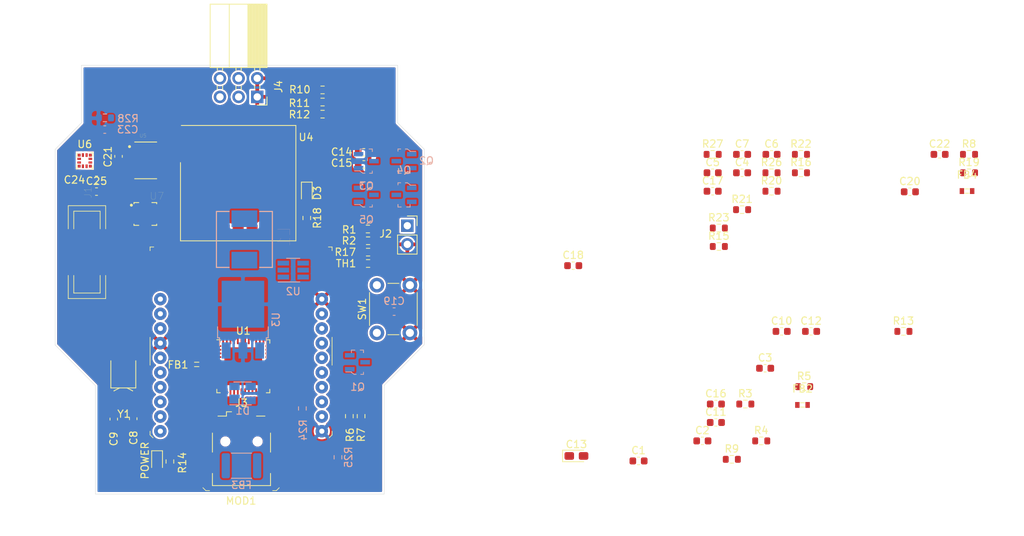
<source format=kicad_pcb>
(kicad_pcb (version 20171130) (host pcbnew 5.1.7)

  (general
    (thickness 1.6)
    (drawings 13)
    (tracks 0)
    (zones 0)
    (modules 81)
    (nets 87)
  )

  (page A4)
  (layers
    (0 F.Cu signal)
    (31 B.Cu signal)
    (32 B.Adhes user)
    (33 F.Adhes user)
    (34 B.Paste user)
    (35 F.Paste user)
    (36 B.SilkS user)
    (37 F.SilkS user)
    (38 B.Mask user)
    (39 F.Mask user)
    (40 Dwgs.User user)
    (41 Cmts.User user)
    (42 Eco1.User user)
    (43 Eco2.User user)
    (44 Edge.Cuts user)
    (45 Margin user)
    (46 B.CrtYd user)
    (47 F.CrtYd user)
    (48 B.Fab user)
    (49 F.Fab user)
  )

  (setup
    (last_trace_width 0.25)
    (trace_clearance 0.2)
    (zone_clearance 0.254)
    (zone_45_only no)
    (trace_min 0.2)
    (via_size 0.8)
    (via_drill 0.4)
    (via_min_size 0.4)
    (via_min_drill 0.3)
    (uvia_size 0.3)
    (uvia_drill 0.1)
    (uvias_allowed no)
    (uvia_min_size 0.2)
    (uvia_min_drill 0.1)
    (edge_width 0.05)
    (segment_width 0.2)
    (pcb_text_width 0.3)
    (pcb_text_size 1.5 1.5)
    (mod_edge_width 0.12)
    (mod_text_size 1 1)
    (mod_text_width 0.15)
    (pad_size 1.524 1.524)
    (pad_drill 0.762)
    (pad_to_mask_clearance 0.05)
    (aux_axis_origin 0 0)
    (grid_origin 116.4 66.9)
    (visible_elements FFFFFF7F)
    (pcbplotparams
      (layerselection 0x010f0_ffffffff)
      (usegerberextensions true)
      (usegerberattributes true)
      (usegerberadvancedattributes true)
      (creategerberjobfile true)
      (excludeedgelayer true)
      (linewidth 0.100000)
      (plotframeref false)
      (viasonmask false)
      (mode 1)
      (useauxorigin false)
      (hpglpennumber 1)
      (hpglpenspeed 20)
      (hpglpendiameter 15.000000)
      (psnegative false)
      (psa4output false)
      (plotreference true)
      (plotvalue false)
      (plotinvisibletext false)
      (padsonsilk true)
      (subtractmaskfromsilk false)
      (outputformat 1)
      (mirror false)
      (drillshape 0)
      (scaleselection 1)
      (outputdirectory "gerbers/"))
  )

  (net 0 "")
  (net 1 "Net-(J1-Pad8)")
  (net 2 "Net-(J1-Pad7)")
  (net 3 "Net-(J1-Pad6)")
  (net 4 +3V3)
  (net 5 "Net-(MOD1-Pad20)")
  (net 6 "Net-(MOD1-Pad16)")
  (net 7 "Net-(MOD1-Pad15)")
  (net 8 "Net-(MOD1-Pad12)")
  (net 9 "Net-(MOD1-Pad9)")
  (net 10 "Net-(MOD1-Pad8)")
  (net 11 "Net-(MOD1-Pad7)")
  (net 12 "Net-(U1-Pad20)")
  (net 13 "Net-(U1-Pad4)")
  (net 14 "Net-(U1-Pad3)")
  (net 15 /Brain/VCC_MCU_CORE)
  (net 16 /VBUS)
  (net 17 "Net-(C11-Pad1)")
  (net 18 "Net-(J3-Pad4)")
  (net 19 "Net-(J3-Pad6)")
  (net 20 +BATT)
  (net 21 /Power/VBATT_EN)
  (net 22 /Power/VBUS_USB)
  (net 23 /Power/VBUS_BATT)
  (net 24 "Net-(Q2-Pad3)")
  (net 25 "Net-(Q3-Pad3)")
  (net 26 +5V)
  (net 27 "Net-(R7-Pad1)")
  (net 28 /Brain/XOUT32)
  (net 29 /Brain/XIN32)
  (net 30 "Net-(C3-Pad2)")
  (net 31 "Net-(C3-Pad1)")
  (net 32 /VBattMeasure)
  (net 33 "Net-(R3-Pad2)")
  (net 34 /USB_DM)
  (net 35 /USB_DP)
  (net 36 /~SYS_RESET)
  (net 37 /Brain/SWCLK)
  (net 38 /Brain/SWDIO)
  (net 39 /TCC0\WO2)
  (net 40 /TCC0\WO7)
  (net 41 /SPI_0_SCK)
  (net 42 /SPI_0_SS_0)
  (net 43 /XBEE_STATUS)
  (net 44 /SPI_0_MOSI)
  (net 45 /TCC2\WO0)
  (net 46 /USART_0_TX)
  (net 47 /SysTempMeasure)
  (net 48 /USART_0_RX)
  (net 49 /SPI_0_MISO)
  (net 50 /Brain/VCC_MCU_VDDANA)
  (net 51 "Net-(D2-Pad2)")
  (net 52 GND)
  (net 53 "Net-(U4-Pad9)")
  (net 54 "Net-(U4-Pad8)")
  (net 55 "Net-(U7-Pad10)")
  (net 56 /~XBEE_ATTN)
  (net 57 "Net-(U1-Pad49)")
  (net 58 "Net-(U1-Pad48)")
  (net 59 "Net-(U1-Pad47)")
  (net 60 "Net-(U1-Pad41)")
  (net 61 "Net-(U1-Pad38)")
  (net 62 "Net-(U1-Pad37)")
  (net 63 "Net-(R24-Pad1)")
  (net 64 "Net-(U1-Pad30)")
  (net 65 /Brain/EXT_INT_5)
  (net 66 /GPS_EXT_INT)
  (net 67 /MAG_EXT_INT)
  (net 68 /IMU_EXT_INT1)
  (net 69 /IMU_EXT_INT2)
  (net 70 "Net-(U1-Pad19)")
  (net 71 /I2C_SCL)
  (net 72 /I2C_SDA)
  (net 73 "Net-(R25-Pad1)")
  (net 74 /GPS_USART_RX)
  (net 75 "Net-(U4-Pad19)")
  (net 76 /GPS_USART_TX)
  (net 77 "Net-(U4-Pad12)")
  (net 78 /Controls/GPS_PPS)
  (net 79 /MAG_DRDY)
  (net 80 "Net-(R28-Pad2)")
  (net 81 "Net-(C23-Pad2)")
  (net 82 "Net-(R19-Pad1)")
  (net 83 "Net-(R8-Pad2)")
  (net 84 /Controls/LSM6DS33TR_VCC)
  (net 85 "Net-(D3-Pad2)")
  (net 86 "Net-(J4-Pad3)")

  (net_class Default "This is the default net class."
    (clearance 0.2)
    (trace_width 0.25)
    (via_dia 0.8)
    (via_drill 0.4)
    (uvia_dia 0.3)
    (uvia_drill 0.1)
    (add_net +3V3)
    (add_net +5V)
    (add_net +BATT)
    (add_net /Brain/EXT_INT_5)
    (add_net /Brain/SWCLK)
    (add_net /Brain/SWDIO)
    (add_net /Brain/VCC_MCU_CORE)
    (add_net /Brain/VCC_MCU_VDDANA)
    (add_net /Brain/XIN32)
    (add_net /Brain/XOUT32)
    (add_net /Controls/GPS_PPS)
    (add_net /Controls/LSM6DS33TR_VCC)
    (add_net /GPS_EXT_INT)
    (add_net /GPS_USART_RX)
    (add_net /GPS_USART_TX)
    (add_net /I2C_SCL)
    (add_net /I2C_SDA)
    (add_net /IMU_EXT_INT1)
    (add_net /IMU_EXT_INT2)
    (add_net /MAG_DRDY)
    (add_net /MAG_EXT_INT)
    (add_net /Power/VBATT_EN)
    (add_net /Power/VBUS_BATT)
    (add_net /Power/VBUS_USB)
    (add_net /SPI_0_MISO)
    (add_net /SPI_0_MOSI)
    (add_net /SPI_0_SCK)
    (add_net /SPI_0_SS_0)
    (add_net /SysTempMeasure)
    (add_net /TCC0\WO2)
    (add_net /TCC0\WO7)
    (add_net /TCC2\WO0)
    (add_net /USART_0_RX)
    (add_net /USART_0_TX)
    (add_net /USB_DM)
    (add_net /USB_DP)
    (add_net /VBUS)
    (add_net /VBattMeasure)
    (add_net /XBEE_STATUS)
    (add_net /~SYS_RESET)
    (add_net /~XBEE_ATTN)
    (add_net GND)
    (add_net "Net-(C11-Pad1)")
    (add_net "Net-(C23-Pad2)")
    (add_net "Net-(C3-Pad1)")
    (add_net "Net-(C3-Pad2)")
    (add_net "Net-(D2-Pad2)")
    (add_net "Net-(D3-Pad2)")
    (add_net "Net-(J1-Pad6)")
    (add_net "Net-(J1-Pad7)")
    (add_net "Net-(J1-Pad8)")
    (add_net "Net-(J3-Pad4)")
    (add_net "Net-(J3-Pad6)")
    (add_net "Net-(J4-Pad3)")
    (add_net "Net-(MOD1-Pad12)")
    (add_net "Net-(MOD1-Pad15)")
    (add_net "Net-(MOD1-Pad16)")
    (add_net "Net-(MOD1-Pad20)")
    (add_net "Net-(MOD1-Pad7)")
    (add_net "Net-(MOD1-Pad8)")
    (add_net "Net-(MOD1-Pad9)")
    (add_net "Net-(Q2-Pad3)")
    (add_net "Net-(Q3-Pad3)")
    (add_net "Net-(R19-Pad1)")
    (add_net "Net-(R24-Pad1)")
    (add_net "Net-(R25-Pad1)")
    (add_net "Net-(R28-Pad2)")
    (add_net "Net-(R3-Pad2)")
    (add_net "Net-(R7-Pad1)")
    (add_net "Net-(R8-Pad2)")
    (add_net "Net-(U1-Pad19)")
    (add_net "Net-(U1-Pad20)")
    (add_net "Net-(U1-Pad3)")
    (add_net "Net-(U1-Pad30)")
    (add_net "Net-(U1-Pad37)")
    (add_net "Net-(U1-Pad38)")
    (add_net "Net-(U1-Pad4)")
    (add_net "Net-(U1-Pad41)")
    (add_net "Net-(U1-Pad47)")
    (add_net "Net-(U1-Pad48)")
    (add_net "Net-(U1-Pad49)")
    (add_net "Net-(U4-Pad12)")
    (add_net "Net-(U4-Pad19)")
    (add_net "Net-(U4-Pad8)")
    (add_net "Net-(U4-Pad9)")
    (add_net "Net-(U7-Pad10)")
  )

  (module Crystal:Crystal_SMD_MicroCrystal_MS1V-T1K (layer F.Cu) (tedit 5A1AD604) (tstamp 5F9D3506)
    (at 106.7 76.15 180)
    (descr "SMD Watch Crystal MicroCrystal MS1V-T1K 6.1mm length 2.0mm diameter http://www.microcrystal.com/images/_Product-Documentation/03_TF_metal_Packages/01_Datasheet/MS1V-T1K.pdf")
    (tags ['MS1V-T1K'])
    (path /5F7734A5/5FB42AB5)
    (attr smd)
    (fp_text reference Y1 (at -0.1 -5.65 180) (layer F.SilkS)
      (effects (font (size 1 1) (thickness 0.15)))
    )
    (fp_text value "32.768kHz +/-20PPM 7pF " (at 3.02 -2.275 90) (layer F.Fab)
      (effects (font (size 1 1) (thickness 0.15)))
    )
    (fp_text user %R (at 0 0.35) (layer F.Fab)
      (effects (font (size 0.6 0.6) (thickness 0.09)))
    )
    (fp_line (start -1 -1.9) (end -1 4.2) (layer F.Fab) (width 0.1))
    (fp_line (start -1 4.2) (end 1 4.2) (layer F.Fab) (width 0.1))
    (fp_line (start 1 4.2) (end 1 -1.9) (layer F.Fab) (width 0.1))
    (fp_line (start 1 -1.9) (end -1 -1.9) (layer F.Fab) (width 0.1))
    (fp_line (start -0.5 -1.9) (end -1.27 -2.7) (layer F.Fab) (width 0.1))
    (fp_line (start -1.27 -2.7) (end -1.27 -3.5) (layer F.Fab) (width 0.1))
    (fp_line (start 0.5 -1.9) (end 1.27 -2.7) (layer F.Fab) (width 0.1))
    (fp_line (start 1.27 -2.7) (end 1.27 -3.5) (layer F.Fab) (width 0.1))
    (fp_line (start -1.7 1.6) (end -1.7 -2.1) (layer F.SilkS) (width 0.12))
    (fp_line (start -1.7 -2.1) (end 1.7 -2.1) (layer F.SilkS) (width 0.12))
    (fp_line (start 1.7 -2.1) (end 1.7 1.6) (layer F.SilkS) (width 0.12))
    (fp_line (start -0.5 -2.1) (end -1.27 -2.5) (layer F.SilkS) (width 0.12))
    (fp_line (start -1.27 -2.5) (end -1.27 -2.5) (layer F.SilkS) (width 0.12))
    (fp_line (start 0.5 -2.1) (end 1.27 -2.5) (layer F.SilkS) (width 0.12))
    (fp_line (start 1.27 -2.5) (end 1.27 -2.5) (layer F.SilkS) (width 0.12))
    (fp_line (start -2.1 -4.63) (end -2.1 4.57) (layer F.CrtYd) (width 0.05))
    (fp_line (start -2.1 4.57) (end 2.1 4.57) (layer F.CrtYd) (width 0.05))
    (fp_line (start 2.1 4.57) (end 2.1 -4.63) (layer F.CrtYd) (width 0.05))
    (fp_line (start 2.1 -4.63) (end -2.1 -4.63) (layer F.CrtYd) (width 0.05))
    (pad 3 smd rect (at 0 3.05 180) (size 3 2.5) (layers F.Cu F.Paste F.Mask)
      (net 52 GND))
    (pad 2 smd rect (at 1.27 -3.5 180) (size 1 1.6) (layers F.Cu F.Paste F.Mask)
      (net 28 /Brain/XOUT32))
    (pad 1 smd rect (at -1.27 -3.5 180) (size 1 1.6) (layers F.Cu F.Paste F.Mask)
      (net 29 /Brain/XIN32))
    (model ${KISYS3DMOD}/Crystal.3dshapes/Crystal_SMD_MicroCrystal_MS1V-T1K.wrl
      (offset (xyz 0 0.224999996200839 0))
      (scale (xyz 1 1 1))
      (rotate (xyz 0 0 0))
    )
  )

  (module plib:PQFN50P300X300X86-16N (layer F.Cu) (tedit 5F7CFDCD) (tstamp 5F9D34EB)
    (at 109.7 54.55)
    (path /5F83D554/5F7E0AA6)
    (fp_text reference U7 (at 1.57641 -2.43719) (layer F.SilkS)
      (effects (font (size 1.000898 1.000898) (thickness 0.015)))
    )
    (fp_text value LSM6DS33TR (at 11.750805 2.418245) (layer F.Fab)
      (effects (font (size 1.001346 1.001346) (thickness 0.015)))
    )
    (fp_line (start -1.55 -1.55) (end 1.55 -1.55) (layer F.Fab) (width 0.127))
    (fp_line (start 1.55 -1.55) (end 1.55 1.55) (layer F.Fab) (width 0.127))
    (fp_line (start 1.55 1.55) (end -1.55 1.55) (layer F.Fab) (width 0.127))
    (fp_line (start -1.55 1.55) (end -1.55 -1.55) (layer F.Fab) (width 0.127))
    (fp_line (start -0.89 -1.55) (end -1.55 -1.55) (layer F.SilkS) (width 0.127))
    (fp_line (start -1.55 -1.55) (end -1.55 -1.39) (layer F.SilkS) (width 0.127))
    (fp_line (start 0.89 -1.55) (end 1.55 -1.55) (layer F.SilkS) (width 0.127))
    (fp_line (start 0.89 1.55) (end 1.55 1.55) (layer F.SilkS) (width 0.127))
    (fp_line (start -0.89 1.55) (end -1.55 1.55) (layer F.SilkS) (width 0.127))
    (fp_line (start 1.55 -1.55) (end 1.55 -1.39) (layer F.SilkS) (width 0.127))
    (fp_line (start 1.55 1.55) (end 1.55 1.39) (layer F.SilkS) (width 0.127))
    (fp_line (start -1.55 1.55) (end -1.55 1.39) (layer F.SilkS) (width 0.127))
    (fp_circle (center -1.9 -1.2) (end -1.8 -1.2) (layer F.SilkS) (width 0.2))
    (fp_circle (center -1.9 -1.2) (end -1.8 -1.2) (layer F.Fab) (width 0.2))
    (fp_line (start -1.72 -1.72) (end 1.72 -1.72) (layer F.CrtYd) (width 0.05))
    (fp_line (start 1.72 -1.72) (end 1.72 1.72) (layer F.CrtYd) (width 0.05))
    (fp_line (start 1.72 1.72) (end -1.72 1.72) (layer F.CrtYd) (width 0.05))
    (fp_line (start -1.72 1.72) (end -1.72 -1.72) (layer F.CrtYd) (width 0.05))
    (pad 1 smd rect (at -1.21 -1) (size 0.51 0.35) (layers F.Cu F.Paste F.Mask)
      (net 4 +3V3))
    (pad 2 smd rect (at -1.21 -0.5) (size 0.51 0.35) (layers F.Cu F.Paste F.Mask)
      (net 71 /I2C_SCL))
    (pad 3 smd rect (at -1.21 0) (size 0.51 0.35) (layers F.Cu F.Paste F.Mask)
      (net 72 /I2C_SDA))
    (pad 4 smd rect (at -1.21 0.5) (size 0.51 0.35) (layers F.Cu F.Paste F.Mask)
      (net 82 "Net-(R19-Pad1)"))
    (pad 5 smd rect (at -1.21 1) (size 0.51 0.35) (layers F.Cu F.Paste F.Mask)
      (net 83 "Net-(R8-Pad2)"))
    (pad 6 smd rect (at -0.5 1.21) (size 0.35 0.51) (layers F.Cu F.Paste F.Mask)
      (net 69 /IMU_EXT_INT2))
    (pad 7 smd rect (at 0 1.21) (size 0.35 0.51) (layers F.Cu F.Paste F.Mask)
      (net 68 /IMU_EXT_INT1))
    (pad 8 smd rect (at 0.5 1.21) (size 0.35 0.51) (layers F.Cu F.Paste F.Mask)
      (net 55 "Net-(U7-Pad10)"))
    (pad 9 smd rect (at 1.21 1) (size 0.51 0.35) (layers F.Cu F.Paste F.Mask)
      (net 55 "Net-(U7-Pad10)"))
    (pad 10 smd rect (at 1.21 0.5) (size 0.51 0.35) (layers F.Cu F.Paste F.Mask)
      (net 55 "Net-(U7-Pad10)"))
    (pad 11 smd rect (at 1.21 0) (size 0.51 0.35) (layers F.Cu F.Paste F.Mask)
      (net 55 "Net-(U7-Pad10)"))
    (pad 12 smd rect (at 1.21 -0.5) (size 0.51 0.35) (layers F.Cu F.Paste F.Mask)
      (net 52 GND))
    (pad 13 smd rect (at 1.21 -1) (size 0.51 0.35) (layers F.Cu F.Paste F.Mask)
      (net 52 GND))
    (pad 14 smd rect (at 0.5 -1.21) (size 0.35 0.51) (layers F.Cu F.Paste F.Mask))
    (pad 15 smd rect (at 0 -1.21) (size 0.35 0.51) (layers F.Cu F.Paste F.Mask)
      (net 55 "Net-(U7-Pad10)"))
    (pad 16 smd rect (at -0.5 -1.21) (size 0.35 0.51) (layers F.Cu F.Paste F.Mask)
      (net 84 /Controls/LSM6DS33TR_VCC))
  )

  (module digikey-footprints:VFLGA-12_2x2mm (layer F.Cu) (tedit 5D28AE20) (tstamp 5F9D34C5)
    (at 101.45 47.2875)
    (descr http://www.st.com/content/ccc/resource/technical/document/datasheet/54/2a/85/76/e3/97/42/18/DM00075867.pdf/files/DM00075867.pdf/jcr:content/translations/en.DM00075867.pdf)
    (path /5F83D554/5F7D82C0)
    (attr smd)
    (fp_text reference U6 (at 0 -2.2375) (layer F.SilkS)
      (effects (font (size 1 1) (thickness 0.15)))
    )
    (fp_text value LIS3MDLTR (at 0 2.75) (layer F.Fab)
      (effects (font (size 1 1) (thickness 0.15)))
    )
    (fp_text user %R (at 0 0) (layer F.Fab)
      (effects (font (size 0.3 0.3) (thickness 0.03)))
    )
    (fp_line (start -1.25 -1.25) (end -1.25 1.25) (layer F.CrtYd) (width 0.05))
    (fp_line (start -1.25 1.25) (end 1.25 1.25) (layer F.CrtYd) (width 0.05))
    (fp_line (start -1.25 -1.25) (end 1.25 -1.25) (layer F.CrtYd) (width 0.05))
    (fp_line (start 1.25 -1.25) (end 1.25 1.25) (layer F.CrtYd) (width 0.05))
    (fp_line (start -0.85 1.1) (end -1.1 1.1) (layer F.SilkS) (width 0.1))
    (fp_line (start -1.1 1.1) (end -1.1 0.5) (layer F.SilkS) (width 0.1))
    (fp_line (start 0.85 1.1) (end 1.1 1.1) (layer F.SilkS) (width 0.1))
    (fp_line (start 1.1 1.1) (end 1.1 0.7) (layer F.SilkS) (width 0.1))
    (fp_line (start 0.8 -1.1) (end 1.1 -1.1) (layer F.SilkS) (width 0.1))
    (fp_line (start 1.1 -1.1) (end 1.1 -0.6) (layer F.SilkS) (width 0.1))
    (fp_line (start -1.05 -1.05) (end -1.05 -0.8) (layer F.SilkS) (width 0.1))
    (fp_line (start -1.05 -0.8) (end -1.1 -0.75) (layer F.SilkS) (width 0.1))
    (fp_line (start -1.1 -0.75) (end -1.1 -0.45) (layer F.SilkS) (width 0.1))
    (fp_line (start -1 -0.7) (end -1 1) (layer F.Fab) (width 0.1))
    (fp_line (start 1 -1) (end -0.7 -1) (layer F.Fab) (width 0.1))
    (fp_line (start -1 -0.7) (end -0.7 -1) (layer F.Fab) (width 0.1))
    (fp_line (start 1 -1) (end 1 1) (layer F.Fab) (width 0.1))
    (fp_line (start -1 1) (end 1 1) (layer F.Fab) (width 0.1))
    (pad 6 smd rect (at 0.25 0.7625) (size 0.3 0.5) (layers F.Cu F.Paste F.Mask)
      (net 4 +3V3))
    (pad 5 smd rect (at -0.25 0.7625) (size 0.3 0.5) (layers F.Cu F.Paste F.Mask)
      (net 4 +3V3))
    (pad 7 smd rect (at 0.7625 0.75) (size 0.4 0.4) (layers F.Cu F.Paste F.Mask)
      (net 67 /MAG_EXT_INT))
    (pad 8 smd rect (at 0.7625 0.25) (size 0.5 0.3) (layers F.Cu F.Paste F.Mask)
      (net 79 /MAG_DRDY))
    (pad 9 smd rect (at 0.7625 -0.25) (size 0.5 0.3) (layers F.Cu F.Paste F.Mask)
      (net 52 GND))
    (pad 10 smd rect (at 0.7625 -0.75) (size 0.4 0.4) (layers F.Cu F.Paste F.Mask)
      (net 80 "Net-(R28-Pad2)"))
    (pad 11 smd rect (at 0.25 -0.7625) (size 0.3 0.5) (layers F.Cu F.Paste F.Mask)
      (net 72 /I2C_SDA))
    (pad 12 smd rect (at -0.25 -0.7625) (size 0.3 0.5) (layers F.Cu F.Paste F.Mask)
      (net 52 GND))
    (pad 4 smd rect (at -0.7625 0.75) (size 0.4 0.4) (layers F.Cu F.Paste F.Mask)
      (net 81 "Net-(C23-Pad2)"))
    (pad 1 smd rect (at -0.7625 -0.75) (size 0.4 0.4) (layers F.Cu F.Paste F.Mask)
      (net 71 /I2C_SCL))
    (pad 2 smd rect (at -0.7625 -0.25) (size 0.5 0.3) (layers F.Cu F.Paste F.Mask)
      (net 52 GND))
    (pad 3 smd rect (at -0.7625 0.25) (size 0.5 0.3) (layers F.Cu F.Paste F.Mask)
      (net 52 GND))
  )

  (module plib:TE_MS860702BA01-50 (layer F.Cu) (tedit 5F7CF61B) (tstamp 5F9D34A2)
    (at 109.75 47.25)
    (path /5F83D554/5F7D6208)
    (fp_text reference U5 (at -0.366363 -3.368176) (layer F.SilkS)
      (effects (font (size 0.480481 0.480481) (thickness 0.015)))
    )
    (fp_text value MS860702BA01-50 (at 3.702178 3.620446) (layer F.Fab)
      (effects (font (size 0.48075 0.48075) (thickness 0.015)))
    )
    (fp_line (start -1.5 -2.5) (end 1.5 -2.5) (layer F.Fab) (width 0.127))
    (fp_line (start 1.5 -2.5) (end 1.5 2.5) (layer F.Fab) (width 0.127))
    (fp_line (start 1.5 2.5) (end -1.5 2.5) (layer F.Fab) (width 0.127))
    (fp_line (start -1.5 2.5) (end -1.5 -2.5) (layer F.Fab) (width 0.127))
    (fp_line (start -1.5 -2.5) (end 1.5 -2.5) (layer F.SilkS) (width 0.127))
    (fp_line (start -1.5 2.5) (end 1.5 2.5) (layer F.SilkS) (width 0.127))
    (fp_circle (center -2.2 -1.875) (end -2.1 -1.875) (layer F.SilkS) (width 0.2))
    (fp_line (start -1.9 -2.8) (end 1.9 -2.8) (layer F.CrtYd) (width 0.05))
    (fp_line (start 1.9 -2.8) (end 1.9 2.8) (layer F.CrtYd) (width 0.05))
    (fp_line (start 1.9 2.8) (end -1.9 2.8) (layer F.CrtYd) (width 0.05))
    (fp_line (start -1.9 2.8) (end -1.9 -2.8) (layer F.CrtYd) (width 0.05))
    (fp_poly (pts (xy -1.65 -1.875) (xy 1.65 -1.875) (xy 1.65 1.875) (xy -1.65 1.875)) (layer Dwgs.User) (width 0.0001))
    (pad 1 smd rect (at -1.1 -1.875) (size 1.1 0.6) (layers F.Cu F.Paste F.Mask)
      (net 4 +3V3))
    (pad 2 smd rect (at -1.1 -0.625) (size 1.1 0.6) (layers F.Cu F.Paste F.Mask))
    (pad 3 smd rect (at -1.1 0.625) (size 1.1 0.6) (layers F.Cu F.Paste F.Mask)
      (net 52 GND))
    (pad 4 smd rect (at -1.1 1.875) (size 1.1 0.6) (layers F.Cu F.Paste F.Mask))
    (pad 5 smd rect (at 1.1 1.875) (size 1.1 0.6) (layers F.Cu F.Paste F.Mask))
    (pad 6 smd rect (at 1.1 0.625) (size 1.1 0.6) (layers F.Cu F.Paste F.Mask))
    (pad 7 smd rect (at 1.1 -0.625) (size 1.1 0.6) (layers F.Cu F.Paste F.Mask)
      (net 72 /I2C_SDA))
    (pad 8 smd rect (at 1.1 -1.875) (size 1.1 0.6) (layers F.Cu F.Paste F.Mask)
      (net 71 /I2C_SCL))
    (model /storage/Shared/KiCad/penguin-kicad/penguin-3d/MS860702BA01-50--3DModel-STEP-1.STEP
      (offset (xyz 0 0 1))
      (scale (xyz 1 1 1))
      (rotate (xyz 0 0 90))
    )
  )

  (module Package_TO_SOT_SMD:TO-252-3_TabPin2 (layer B.Cu) (tedit 5A70F30B) (tstamp 5F9D338E)
    (at 123 68.95 90)
    (descr "TO-252 / DPAK SMD package, http://www.infineon.com/cms/en/product/packages/PG-TO252/PG-TO252-3-1/")
    (tags "DPAK TO-252 DPAK-3 TO-252-3 SOT-428")
    (path /5F774081/5F88D7AD)
    (attr smd)
    (fp_text reference U3 (at 0 4.5 90) (layer B.SilkS)
      (effects (font (size 1 1) (thickness 0.15)) (justify mirror))
    )
    (fp_text value IFX27001TFV33 (at 0 -4.5 90) (layer B.Fab)
      (effects (font (size 1 1) (thickness 0.15)) (justify mirror))
    )
    (fp_text user %R (at 0 0 90) (layer B.Fab)
      (effects (font (size 1 1) (thickness 0.15)) (justify mirror))
    )
    (fp_line (start 3.95 2.7) (end 4.95 2.7) (layer B.Fab) (width 0.1))
    (fp_line (start 4.95 2.7) (end 4.95 -2.7) (layer B.Fab) (width 0.1))
    (fp_line (start 4.95 -2.7) (end 3.95 -2.7) (layer B.Fab) (width 0.1))
    (fp_line (start 3.95 3.25) (end 3.95 -3.25) (layer B.Fab) (width 0.1))
    (fp_line (start 3.95 -3.25) (end -2.27 -3.25) (layer B.Fab) (width 0.1))
    (fp_line (start -2.27 -3.25) (end -2.27 2.25) (layer B.Fab) (width 0.1))
    (fp_line (start -2.27 2.25) (end -1.27 3.25) (layer B.Fab) (width 0.1))
    (fp_line (start -1.27 3.25) (end 3.95 3.25) (layer B.Fab) (width 0.1))
    (fp_line (start -1.865 2.655) (end -4.97 2.655) (layer B.Fab) (width 0.1))
    (fp_line (start -4.97 2.655) (end -4.97 1.905) (layer B.Fab) (width 0.1))
    (fp_line (start -4.97 1.905) (end -2.27 1.905) (layer B.Fab) (width 0.1))
    (fp_line (start -2.27 0.375) (end -4.97 0.375) (layer B.Fab) (width 0.1))
    (fp_line (start -4.97 0.375) (end -4.97 -0.375) (layer B.Fab) (width 0.1))
    (fp_line (start -4.97 -0.375) (end -2.27 -0.375) (layer B.Fab) (width 0.1))
    (fp_line (start -2.27 -1.905) (end -4.97 -1.905) (layer B.Fab) (width 0.1))
    (fp_line (start -4.97 -1.905) (end -4.97 -2.655) (layer B.Fab) (width 0.1))
    (fp_line (start -4.97 -2.655) (end -2.27 -2.655) (layer B.Fab) (width 0.1))
    (fp_line (start -0.97 3.45) (end -2.47 3.45) (layer B.SilkS) (width 0.12))
    (fp_line (start -2.47 3.45) (end -2.47 3.18) (layer B.SilkS) (width 0.12))
    (fp_line (start -2.47 3.18) (end -5.3 3.18) (layer B.SilkS) (width 0.12))
    (fp_line (start -0.97 -3.45) (end -2.47 -3.45) (layer B.SilkS) (width 0.12))
    (fp_line (start -2.47 -3.45) (end -2.47 -3.18) (layer B.SilkS) (width 0.12))
    (fp_line (start -2.47 -3.18) (end -3.57 -3.18) (layer B.SilkS) (width 0.12))
    (fp_line (start -5.55 3.5) (end -5.55 -3.5) (layer B.CrtYd) (width 0.05))
    (fp_line (start -5.55 -3.5) (end 5.55 -3.5) (layer B.CrtYd) (width 0.05))
    (fp_line (start 5.55 -3.5) (end 5.55 3.5) (layer B.CrtYd) (width 0.05))
    (fp_line (start 5.55 3.5) (end -5.55 3.5) (layer B.CrtYd) (width 0.05))
    (pad "" smd rect (at 0.425 -1.525 90) (size 3.05 2.75) (layers B.Paste))
    (pad "" smd rect (at 3.775 1.525 90) (size 3.05 2.75) (layers B.Paste))
    (pad "" smd rect (at 0.425 1.525 90) (size 3.05 2.75) (layers B.Paste))
    (pad "" smd rect (at 3.775 -1.525 90) (size 3.05 2.75) (layers B.Paste))
    (pad 2 smd rect (at 2.1 0 90) (size 6.4 5.8) (layers B.Cu B.Mask)
      (net 4 +3V3))
    (pad 3 smd rect (at -4.2 -2.28 90) (size 2.2 1.2) (layers B.Cu B.Paste B.Mask)
      (net 26 +5V))
    (pad 2 smd rect (at -4.2 0 90) (size 2.2 1.2) (layers B.Cu B.Paste B.Mask)
      (net 4 +3V3))
    (pad 1 smd rect (at -4.2 2.28 90) (size 2.2 1.2) (layers B.Cu B.Paste B.Mask)
      (net 52 GND))
    (model ${KISYS3DMOD}/Package_TO_SOT_SMD.3dshapes/TO-252-3_TabPin2.wrl
      (at (xyz 0 0 0))
      (scale (xyz 1 1 1))
      (rotate (xyz 0 0 0))
    )
  )

  (module Package_TO_SOT_SMD:SOT-23-6_Handsoldering (layer B.Cu) (tedit 5A02FF57) (tstamp 5F9D3366)
    (at 129.85 62.2)
    (descr "6-pin SOT-23 package, Handsoldering")
    (tags "SOT-23-6 Handsoldering")
    (path /5F774081/5F76878D)
    (attr smd)
    (fp_text reference U2 (at 0 2.9) (layer B.SilkS)
      (effects (font (size 1 1) (thickness 0.15)) (justify mirror))
    )
    (fp_text value TPS563249DDC (at 0 -2.9) (layer B.Fab)
      (effects (font (size 1 1) (thickness 0.15)) (justify mirror))
    )
    (fp_text user %R (at 0 0 -90) (layer B.Fab)
      (effects (font (size 0.5 0.5) (thickness 0.075)) (justify mirror))
    )
    (fp_line (start -0.9 -1.61) (end 0.9 -1.61) (layer B.SilkS) (width 0.12))
    (fp_line (start 0.9 1.61) (end -2.05 1.61) (layer B.SilkS) (width 0.12))
    (fp_line (start -2.4 -1.8) (end -2.4 1.8) (layer B.CrtYd) (width 0.05))
    (fp_line (start 2.4 -1.8) (end -2.4 -1.8) (layer B.CrtYd) (width 0.05))
    (fp_line (start 2.4 1.8) (end 2.4 -1.8) (layer B.CrtYd) (width 0.05))
    (fp_line (start -2.4 1.8) (end 2.4 1.8) (layer B.CrtYd) (width 0.05))
    (fp_line (start -0.9 0.9) (end -0.25 1.55) (layer B.Fab) (width 0.1))
    (fp_line (start 0.9 1.55) (end -0.25 1.55) (layer B.Fab) (width 0.1))
    (fp_line (start -0.9 0.9) (end -0.9 -1.55) (layer B.Fab) (width 0.1))
    (fp_line (start 0.9 -1.55) (end -0.9 -1.55) (layer B.Fab) (width 0.1))
    (fp_line (start 0.9 1.55) (end 0.9 -1.55) (layer B.Fab) (width 0.1))
    (pad 5 smd rect (at 1.35 0) (size 1.56 0.65) (layers B.Cu B.Paste B.Mask)
      (net 21 /Power/VBATT_EN))
    (pad 6 smd rect (at 1.35 0.95) (size 1.56 0.65) (layers B.Cu B.Paste B.Mask)
      (net 30 "Net-(C3-Pad2)"))
    (pad 4 smd rect (at 1.35 -0.95) (size 1.56 0.65) (layers B.Cu B.Paste B.Mask)
      (net 33 "Net-(R3-Pad2)"))
    (pad 3 smd rect (at -1.35 -0.95) (size 1.56 0.65) (layers B.Cu B.Paste B.Mask)
      (net 20 +BATT))
    (pad 2 smd rect (at -1.35 0) (size 1.56 0.65) (layers B.Cu B.Paste B.Mask)
      (net 31 "Net-(C3-Pad1)"))
    (pad 1 smd rect (at -1.35 0.95) (size 1.56 0.65) (layers B.Cu B.Paste B.Mask)
      (net 52 GND))
    (model ${KISYS3DMOD}/Package_TO_SOT_SMD.3dshapes/SOT-23-6.wrl
      (at (xyz 0 0 0))
      (scale (xyz 1 1 1))
      (rotate (xyz 0 0 0))
    )
  )

  (module Package_DFN_QFN:QFN-48-1EP_7x7mm_P0.5mm_EP5.15x5.15mm (layer F.Cu) (tedit 5DC5F6A5) (tstamp 5F9D3350)
    (at 123.05 75.3)
    (descr "QFN, 48 Pin (http://www.analog.com/media/en/package-pcb-resources/package/pkg_pdf/ltc-legacy-qfn/QFN_48_05-08-1704.pdf), generated with kicad-footprint-generator ipc_noLead_generator.py")
    (tags "QFN NoLead")
    (path /5F7734A5/5F7DEEDA)
    (attr smd)
    (fp_text reference U1 (at 0 -4.82) (layer F.SilkS)
      (effects (font (size 1 1) (thickness 0.15)))
    )
    (fp_text value ATSAMD21G18A-M (at 0 4.82) (layer F.Fab)
      (effects (font (size 1 1) (thickness 0.15)))
    )
    (fp_text user %R (at 0 0) (layer F.Fab)
      (effects (font (size 1 1) (thickness 0.15)))
    )
    (fp_line (start 3.135 -3.61) (end 3.61 -3.61) (layer F.SilkS) (width 0.12))
    (fp_line (start 3.61 -3.61) (end 3.61 -3.135) (layer F.SilkS) (width 0.12))
    (fp_line (start -3.135 3.61) (end -3.61 3.61) (layer F.SilkS) (width 0.12))
    (fp_line (start -3.61 3.61) (end -3.61 3.135) (layer F.SilkS) (width 0.12))
    (fp_line (start 3.135 3.61) (end 3.61 3.61) (layer F.SilkS) (width 0.12))
    (fp_line (start 3.61 3.61) (end 3.61 3.135) (layer F.SilkS) (width 0.12))
    (fp_line (start -3.135 -3.61) (end -3.61 -3.61) (layer F.SilkS) (width 0.12))
    (fp_line (start -2.5 -3.5) (end 3.5 -3.5) (layer F.Fab) (width 0.1))
    (fp_line (start 3.5 -3.5) (end 3.5 3.5) (layer F.Fab) (width 0.1))
    (fp_line (start 3.5 3.5) (end -3.5 3.5) (layer F.Fab) (width 0.1))
    (fp_line (start -3.5 3.5) (end -3.5 -2.5) (layer F.Fab) (width 0.1))
    (fp_line (start -3.5 -2.5) (end -2.5 -3.5) (layer F.Fab) (width 0.1))
    (fp_line (start -4.12 -4.12) (end -4.12 4.12) (layer F.CrtYd) (width 0.05))
    (fp_line (start -4.12 4.12) (end 4.12 4.12) (layer F.CrtYd) (width 0.05))
    (fp_line (start 4.12 4.12) (end 4.12 -4.12) (layer F.CrtYd) (width 0.05))
    (fp_line (start 4.12 -4.12) (end -4.12 -4.12) (layer F.CrtYd) (width 0.05))
    (pad "" smd roundrect (at 1.935 1.935) (size 1.04 1.04) (layers F.Paste) (roundrect_rratio 0.240385))
    (pad "" smd roundrect (at 1.935 0.645) (size 1.04 1.04) (layers F.Paste) (roundrect_rratio 0.240385))
    (pad "" smd roundrect (at 1.935 -0.645) (size 1.04 1.04) (layers F.Paste) (roundrect_rratio 0.240385))
    (pad "" smd roundrect (at 1.935 -1.935) (size 1.04 1.04) (layers F.Paste) (roundrect_rratio 0.240385))
    (pad "" smd roundrect (at 0.645 1.935) (size 1.04 1.04) (layers F.Paste) (roundrect_rratio 0.240385))
    (pad "" smd roundrect (at 0.645 0.645) (size 1.04 1.04) (layers F.Paste) (roundrect_rratio 0.240385))
    (pad "" smd roundrect (at 0.645 -0.645) (size 1.04 1.04) (layers F.Paste) (roundrect_rratio 0.240385))
    (pad "" smd roundrect (at 0.645 -1.935) (size 1.04 1.04) (layers F.Paste) (roundrect_rratio 0.240385))
    (pad "" smd roundrect (at -0.645 1.935) (size 1.04 1.04) (layers F.Paste) (roundrect_rratio 0.240385))
    (pad "" smd roundrect (at -0.645 0.645) (size 1.04 1.04) (layers F.Paste) (roundrect_rratio 0.240385))
    (pad "" smd roundrect (at -0.645 -0.645) (size 1.04 1.04) (layers F.Paste) (roundrect_rratio 0.240385))
    (pad "" smd roundrect (at -0.645 -1.935) (size 1.04 1.04) (layers F.Paste) (roundrect_rratio 0.240385))
    (pad "" smd roundrect (at -1.935 1.935) (size 1.04 1.04) (layers F.Paste) (roundrect_rratio 0.240385))
    (pad "" smd roundrect (at -1.935 0.645) (size 1.04 1.04) (layers F.Paste) (roundrect_rratio 0.240385))
    (pad "" smd roundrect (at -1.935 -0.645) (size 1.04 1.04) (layers F.Paste) (roundrect_rratio 0.240385))
    (pad "" smd roundrect (at -1.935 -1.935) (size 1.04 1.04) (layers F.Paste) (roundrect_rratio 0.240385))
    (pad 49 smd rect (at 0 0) (size 5.15 5.15) (layers F.Cu F.Mask)
      (net 57 "Net-(U1-Pad49)"))
    (pad 48 smd roundrect (at -2.75 -3.4375) (size 0.25 0.875) (layers F.Cu F.Paste F.Mask) (roundrect_rratio 0.25)
      (net 58 "Net-(U1-Pad48)"))
    (pad 47 smd roundrect (at -2.25 -3.4375) (size 0.25 0.875) (layers F.Cu F.Paste F.Mask) (roundrect_rratio 0.25)
      (net 59 "Net-(U1-Pad47)"))
    (pad 46 smd roundrect (at -1.75 -3.4375) (size 0.25 0.875) (layers F.Cu F.Paste F.Mask) (roundrect_rratio 0.25)
      (net 38 /Brain/SWDIO))
    (pad 45 smd roundrect (at -1.25 -3.4375) (size 0.25 0.875) (layers F.Cu F.Paste F.Mask) (roundrect_rratio 0.25)
      (net 37 /Brain/SWCLK))
    (pad 44 smd roundrect (at -0.75 -3.4375) (size 0.25 0.875) (layers F.Cu F.Paste F.Mask) (roundrect_rratio 0.25)
      (net 4 +3V3))
    (pad 43 smd roundrect (at -0.25 -3.4375) (size 0.25 0.875) (layers F.Cu F.Paste F.Mask) (roundrect_rratio 0.25)
      (net 15 /Brain/VCC_MCU_CORE))
    (pad 42 smd roundrect (at 0.25 -3.4375) (size 0.25 0.875) (layers F.Cu F.Paste F.Mask) (roundrect_rratio 0.25)
      (net 52 GND))
    (pad 41 smd roundrect (at 0.75 -3.4375) (size 0.25 0.875) (layers F.Cu F.Paste F.Mask) (roundrect_rratio 0.25)
      (net 60 "Net-(U1-Pad41)"))
    (pad 40 smd roundrect (at 1.25 -3.4375) (size 0.25 0.875) (layers F.Cu F.Paste F.Mask) (roundrect_rratio 0.25)
      (net 36 /~SYS_RESET))
    (pad 39 smd roundrect (at 1.75 -3.4375) (size 0.25 0.875) (layers F.Cu F.Paste F.Mask) (roundrect_rratio 0.25)
      (net 43 /XBEE_STATUS))
    (pad 38 smd roundrect (at 2.25 -3.4375) (size 0.25 0.875) (layers F.Cu F.Paste F.Mask) (roundrect_rratio 0.25)
      (net 61 "Net-(U1-Pad38)"))
    (pad 37 smd roundrect (at 2.75 -3.4375) (size 0.25 0.875) (layers F.Cu F.Paste F.Mask) (roundrect_rratio 0.25)
      (net 62 "Net-(U1-Pad37)"))
    (pad 36 smd roundrect (at 3.4375 -2.75) (size 0.875 0.25) (layers F.Cu F.Paste F.Mask) (roundrect_rratio 0.25)
      (net 4 +3V3))
    (pad 35 smd roundrect (at 3.4375 -2.25) (size 0.875 0.25) (layers F.Cu F.Paste F.Mask) (roundrect_rratio 0.25)
      (net 52 GND))
    (pad 34 smd roundrect (at 3.4375 -1.75) (size 0.875 0.25) (layers F.Cu F.Paste F.Mask) (roundrect_rratio 0.25)
      (net 35 /USB_DP))
    (pad 33 smd roundrect (at 3.4375 -1.25) (size 0.875 0.25) (layers F.Cu F.Paste F.Mask) (roundrect_rratio 0.25)
      (net 34 /USB_DM))
    (pad 32 smd roundrect (at 3.4375 -0.75) (size 0.875 0.25) (layers F.Cu F.Paste F.Mask) (roundrect_rratio 0.25)
      (net 63 "Net-(R24-Pad1)"))
    (pad 31 smd roundrect (at 3.4375 -0.25) (size 0.875 0.25) (layers F.Cu F.Paste F.Mask) (roundrect_rratio 0.25)
      (net 46 /USART_0_TX))
    (pad 30 smd roundrect (at 3.4375 0.25) (size 0.875 0.25) (layers F.Cu F.Paste F.Mask) (roundrect_rratio 0.25)
      (net 64 "Net-(U1-Pad30)"))
    (pad 29 smd roundrect (at 3.4375 0.75) (size 0.875 0.25) (layers F.Cu F.Paste F.Mask) (roundrect_rratio 0.25)
      (net 65 /Brain/EXT_INT_5))
    (pad 28 smd roundrect (at 3.4375 1.25) (size 0.875 0.25) (layers F.Cu F.Paste F.Mask) (roundrect_rratio 0.25)
      (net 66 /GPS_EXT_INT))
    (pad 27 smd roundrect (at 3.4375 1.75) (size 0.875 0.25) (layers F.Cu F.Paste F.Mask) (roundrect_rratio 0.25)
      (net 39 /TCC0\WO2))
    (pad 26 smd roundrect (at 3.4375 2.25) (size 0.875 0.25) (layers F.Cu F.Paste F.Mask) (roundrect_rratio 0.25)
      (net 40 /TCC0\WO7))
    (pad 25 smd roundrect (at 3.4375 2.75) (size 0.875 0.25) (layers F.Cu F.Paste F.Mask) (roundrect_rratio 0.25)
      (net 45 /TCC2\WO0))
    (pad 24 smd roundrect (at 2.75 3.4375) (size 0.25 0.875) (layers F.Cu F.Paste F.Mask) (roundrect_rratio 0.25)
      (net 67 /MAG_EXT_INT))
    (pad 23 smd roundrect (at 2.25 3.4375) (size 0.25 0.875) (layers F.Cu F.Paste F.Mask) (roundrect_rratio 0.25)
      (net 68 /IMU_EXT_INT1))
    (pad 22 smd roundrect (at 1.75 3.4375) (size 0.25 0.875) (layers F.Cu F.Paste F.Mask) (roundrect_rratio 0.25)
      (net 69 /IMU_EXT_INT2))
    (pad 21 smd roundrect (at 1.25 3.4375) (size 0.25 0.875) (layers F.Cu F.Paste F.Mask) (roundrect_rratio 0.25)
      (net 56 /~XBEE_ATTN))
    (pad 20 smd roundrect (at 0.75 3.4375) (size 0.25 0.875) (layers F.Cu F.Paste F.Mask) (roundrect_rratio 0.25)
      (net 12 "Net-(U1-Pad20)"))
    (pad 19 smd roundrect (at 0.25 3.4375) (size 0.25 0.875) (layers F.Cu F.Paste F.Mask) (roundrect_rratio 0.25)
      (net 70 "Net-(U1-Pad19)"))
    (pad 18 smd roundrect (at -0.25 3.4375) (size 0.25 0.875) (layers F.Cu F.Paste F.Mask) (roundrect_rratio 0.25)
      (net 52 GND))
    (pad 17 smd roundrect (at -0.75 3.4375) (size 0.25 0.875) (layers F.Cu F.Paste F.Mask) (roundrect_rratio 0.25)
      (net 4 +3V3))
    (pad 16 smd roundrect (at -1.25 3.4375) (size 0.25 0.875) (layers F.Cu F.Paste F.Mask) (roundrect_rratio 0.25)
      (net 47 /SysTempMeasure))
    (pad 15 smd roundrect (at -1.75 3.4375) (size 0.25 0.875) (layers F.Cu F.Paste F.Mask) (roundrect_rratio 0.25)
      (net 32 /VBattMeasure))
    (pad 14 smd roundrect (at -2.25 3.4375) (size 0.25 0.875) (layers F.Cu F.Paste F.Mask) (roundrect_rratio 0.25)
      (net 71 /I2C_SCL))
    (pad 13 smd roundrect (at -2.75 3.4375) (size 0.25 0.875) (layers F.Cu F.Paste F.Mask) (roundrect_rratio 0.25)
      (net 72 /I2C_SDA))
    (pad 12 smd roundrect (at -3.4375 2.75) (size 0.875 0.25) (layers F.Cu F.Paste F.Mask) (roundrect_rratio 0.25)
      (net 41 /SPI_0_SCK))
    (pad 11 smd roundrect (at -3.4375 2.25) (size 0.875 0.25) (layers F.Cu F.Paste F.Mask) (roundrect_rratio 0.25)
      (net 44 /SPI_0_MOSI))
    (pad 10 smd roundrect (at -3.4375 1.75) (size 0.875 0.25) (layers F.Cu F.Paste F.Mask) (roundrect_rratio 0.25)
      (net 42 /SPI_0_SS_0))
    (pad 9 smd roundrect (at -3.4375 1.25) (size 0.875 0.25) (layers F.Cu F.Paste F.Mask) (roundrect_rratio 0.25)
      (net 49 /SPI_0_MISO))
    (pad 8 smd roundrect (at -3.4375 0.75) (size 0.875 0.25) (layers F.Cu F.Paste F.Mask) (roundrect_rratio 0.25)
      (net 73 "Net-(R25-Pad1)"))
    (pad 7 smd roundrect (at -3.4375 0.25) (size 0.875 0.25) (layers F.Cu F.Paste F.Mask) (roundrect_rratio 0.25)
      (net 74 /GPS_USART_RX))
    (pad 6 smd roundrect (at -3.4375 -0.25) (size 0.875 0.25) (layers F.Cu F.Paste F.Mask) (roundrect_rratio 0.25)
      (net 50 /Brain/VCC_MCU_VDDANA))
    (pad 5 smd roundrect (at -3.4375 -0.75) (size 0.875 0.25) (layers F.Cu F.Paste F.Mask) (roundrect_rratio 0.25)
      (net 52 GND))
    (pad 4 smd roundrect (at -3.4375 -1.25) (size 0.875 0.25) (layers F.Cu F.Paste F.Mask) (roundrect_rratio 0.25)
      (net 13 "Net-(U1-Pad4)"))
    (pad 3 smd roundrect (at -3.4375 -1.75) (size 0.875 0.25) (layers F.Cu F.Paste F.Mask) (roundrect_rratio 0.25)
      (net 14 "Net-(U1-Pad3)"))
    (pad 2 smd roundrect (at -3.4375 -2.25) (size 0.875 0.25) (layers F.Cu F.Paste F.Mask) (roundrect_rratio 0.25)
      (net 28 /Brain/XOUT32))
    (pad 1 smd roundrect (at -3.4375 -2.75) (size 0.875 0.25) (layers F.Cu F.Paste F.Mask) (roundrect_rratio 0.25)
      (net 29 /Brain/XIN32))
    (model ${KISYS3DMOD}/Package_DFN_QFN.3dshapes/QFN-48-1EP_7x7mm_P0.5mm_EP5.15x5.15mm.wrl
      (at (xyz 0 0 0))
      (scale (xyz 1 1 1))
      (rotate (xyz 0 0 0))
    )
  )

  (module Resistor_SMD:R_0603_1608Metric (layer F.Cu) (tedit 5F68FEEE) (tstamp 5F9D32FA)
    (at 140.05 61.3)
    (descr "Resistor SMD 0603 (1608 Metric), square (rectangular) end terminal, IPC_7351 nominal, (Body size source: IPC-SM-782 page 72, https://www.pcb-3d.com/wordpress/wp-content/uploads/ipc-sm-782a_amendment_1_and_2.pdf), generated with kicad-footprint-generator")
    (tags resistor)
    (path /5F774081/5FA83037)
    (attr smd)
    (fp_text reference TH1 (at -3 0) (layer F.SilkS)
      (effects (font (size 1 1) (thickness 0.15)))
    )
    (fp_text value 25C@10k (at 0 1.43) (layer F.Fab)
      (effects (font (size 1 1) (thickness 0.15)))
    )
    (fp_text user %R (at 0 0) (layer F.Fab)
      (effects (font (size 0.4 0.4) (thickness 0.06)))
    )
    (fp_line (start -0.8 0.4125) (end -0.8 -0.4125) (layer F.Fab) (width 0.1))
    (fp_line (start -0.8 -0.4125) (end 0.8 -0.4125) (layer F.Fab) (width 0.1))
    (fp_line (start 0.8 -0.4125) (end 0.8 0.4125) (layer F.Fab) (width 0.1))
    (fp_line (start 0.8 0.4125) (end -0.8 0.4125) (layer F.Fab) (width 0.1))
    (fp_line (start -0.237258 -0.5225) (end 0.237258 -0.5225) (layer F.SilkS) (width 0.12))
    (fp_line (start -0.237258 0.5225) (end 0.237258 0.5225) (layer F.SilkS) (width 0.12))
    (fp_line (start -1.48 0.73) (end -1.48 -0.73) (layer F.CrtYd) (width 0.05))
    (fp_line (start -1.48 -0.73) (end 1.48 -0.73) (layer F.CrtYd) (width 0.05))
    (fp_line (start 1.48 -0.73) (end 1.48 0.73) (layer F.CrtYd) (width 0.05))
    (fp_line (start 1.48 0.73) (end -1.48 0.73) (layer F.CrtYd) (width 0.05))
    (pad 2 smd roundrect (at 0.825 0) (size 0.8 0.95) (layers F.Cu F.Paste F.Mask) (roundrect_rratio 0.25)
      (net 52 GND))
    (pad 1 smd roundrect (at -0.825 0) (size 0.8 0.95) (layers F.Cu F.Paste F.Mask) (roundrect_rratio 0.25)
      (net 47 /SysTempMeasure))
    (model ${KISYS3DMOD}/Resistor_SMD.3dshapes/R_0603_1608Metric.wrl
      (at (xyz 0 0 0))
      (scale (xyz 1 1 1))
      (rotate (xyz 0 0 0))
    )
  )

  (module Button_Switch_THT:SW_PUSH_6mm_H5mm (layer F.Cu) (tedit 5A02FE31) (tstamp 5F9D32E9)
    (at 141.25 70.75 90)
    (descr "tactile push button, 6x6mm e.g. PHAP33xx series, height=5mm")
    (tags "tact sw push 6mm")
    (path /5F7734A5/5FC06878)
    (fp_text reference SW1 (at 3.25 -2 90) (layer F.SilkS)
      (effects (font (size 1 1) (thickness 0.15)))
    )
    (fp_text value ~RST_BTN (at 3.75 6.7 90) (layer F.Fab)
      (effects (font (size 1 1) (thickness 0.15)))
    )
    (fp_circle (center 3.25 2.25) (end 1.25 2.5) (layer F.Fab) (width 0.1))
    (fp_line (start 6.75 3) (end 6.75 1.5) (layer F.SilkS) (width 0.12))
    (fp_line (start 5.5 -1) (end 1 -1) (layer F.SilkS) (width 0.12))
    (fp_line (start -0.25 1.5) (end -0.25 3) (layer F.SilkS) (width 0.12))
    (fp_line (start 1 5.5) (end 5.5 5.5) (layer F.SilkS) (width 0.12))
    (fp_line (start 8 -1.25) (end 8 5.75) (layer F.CrtYd) (width 0.05))
    (fp_line (start 7.75 6) (end -1.25 6) (layer F.CrtYd) (width 0.05))
    (fp_line (start -1.5 5.75) (end -1.5 -1.25) (layer F.CrtYd) (width 0.05))
    (fp_line (start -1.25 -1.5) (end 7.75 -1.5) (layer F.CrtYd) (width 0.05))
    (fp_line (start -1.5 6) (end -1.25 6) (layer F.CrtYd) (width 0.05))
    (fp_line (start -1.5 5.75) (end -1.5 6) (layer F.CrtYd) (width 0.05))
    (fp_line (start -1.5 -1.5) (end -1.25 -1.5) (layer F.CrtYd) (width 0.05))
    (fp_line (start -1.5 -1.25) (end -1.5 -1.5) (layer F.CrtYd) (width 0.05))
    (fp_line (start 8 -1.5) (end 8 -1.25) (layer F.CrtYd) (width 0.05))
    (fp_line (start 7.75 -1.5) (end 8 -1.5) (layer F.CrtYd) (width 0.05))
    (fp_line (start 8 6) (end 8 5.75) (layer F.CrtYd) (width 0.05))
    (fp_line (start 7.75 6) (end 8 6) (layer F.CrtYd) (width 0.05))
    (fp_line (start 0.25 -0.75) (end 3.25 -0.75) (layer F.Fab) (width 0.1))
    (fp_line (start 0.25 5.25) (end 0.25 -0.75) (layer F.Fab) (width 0.1))
    (fp_line (start 6.25 5.25) (end 0.25 5.25) (layer F.Fab) (width 0.1))
    (fp_line (start 6.25 -0.75) (end 6.25 5.25) (layer F.Fab) (width 0.1))
    (fp_line (start 3.25 -0.75) (end 6.25 -0.75) (layer F.Fab) (width 0.1))
    (fp_text user %R (at 3.25 2.25 90) (layer F.Fab)
      (effects (font (size 1 1) (thickness 0.15)))
    )
    (pad 2 thru_hole circle (at 0 4.5 180) (size 2 2) (drill 1.1) (layers *.Cu *.Mask)
      (net 52 GND))
    (pad 1 thru_hole circle (at 0 0 180) (size 2 2) (drill 1.1) (layers *.Cu *.Mask)
      (net 27 "Net-(R7-Pad1)"))
    (pad 2 thru_hole circle (at 6.5 4.5 180) (size 2 2) (drill 1.1) (layers *.Cu *.Mask)
      (net 52 GND))
    (pad 1 thru_hole circle (at 6.5 0 180) (size 2 2) (drill 1.1) (layers *.Cu *.Mask)
      (net 27 "Net-(R7-Pad1)"))
    (model ${KISYS3DMOD}/Button_Switch_THT.3dshapes/SW_PUSH_6mm_H5mm.wrl
      (at (xyz 0 0 0))
      (scale (xyz 1 1 1))
      (rotate (xyz 0 0 0))
    )
  )

  (module Resistor_SMD:R_0603_1608Metric (layer B.Cu) (tedit 5F68FEEE) (tstamp 5F9D32CA)
    (at 104.2 41.45)
    (descr "Resistor SMD 0603 (1608 Metric), square (rectangular) end terminal, IPC_7351 nominal, (Body size source: IPC-SM-782 page 72, https://www.pcb-3d.com/wordpress/wp-content/uploads/ipc-sm-782a_amendment_1_and_2.pdf), generated with kicad-footprint-generator")
    (tags resistor)
    (path /5F83D554/5FD76F7A)
    (attr smd)
    (fp_text reference R28 (at 3.15 0.1) (layer B.SilkS)
      (effects (font (size 1 1) (thickness 0.15)) (justify mirror))
    )
    (fp_text value 10k (at 0 -1.43) (layer B.Fab)
      (effects (font (size 1 1) (thickness 0.15)) (justify mirror))
    )
    (fp_text user %R (at 0 0) (layer B.Fab)
      (effects (font (size 0.4 0.4) (thickness 0.06)) (justify mirror))
    )
    (fp_line (start -0.8 -0.4125) (end -0.8 0.4125) (layer B.Fab) (width 0.1))
    (fp_line (start -0.8 0.4125) (end 0.8 0.4125) (layer B.Fab) (width 0.1))
    (fp_line (start 0.8 0.4125) (end 0.8 -0.4125) (layer B.Fab) (width 0.1))
    (fp_line (start 0.8 -0.4125) (end -0.8 -0.4125) (layer B.Fab) (width 0.1))
    (fp_line (start -0.237258 0.5225) (end 0.237258 0.5225) (layer B.SilkS) (width 0.12))
    (fp_line (start -0.237258 -0.5225) (end 0.237258 -0.5225) (layer B.SilkS) (width 0.12))
    (fp_line (start -1.48 -0.73) (end -1.48 0.73) (layer B.CrtYd) (width 0.05))
    (fp_line (start -1.48 0.73) (end 1.48 0.73) (layer B.CrtYd) (width 0.05))
    (fp_line (start 1.48 0.73) (end 1.48 -0.73) (layer B.CrtYd) (width 0.05))
    (fp_line (start 1.48 -0.73) (end -1.48 -0.73) (layer B.CrtYd) (width 0.05))
    (pad 2 smd roundrect (at 0.825 0) (size 0.8 0.95) (layers B.Cu B.Paste B.Mask) (roundrect_rratio 0.25)
      (net 80 "Net-(R28-Pad2)"))
    (pad 1 smd roundrect (at -0.825 0) (size 0.8 0.95) (layers B.Cu B.Paste B.Mask) (roundrect_rratio 0.25)
      (net 4 +3V3))
    (model ${KISYS3DMOD}/Resistor_SMD.3dshapes/R_0603_1608Metric.wrl
      (at (xyz 0 0 0))
      (scale (xyz 1 1 1))
      (rotate (xyz 0 0 0))
    )
  )

  (module Resistor_SMD:R_0603_1608Metric (layer F.Cu) (tedit 5F68FEEE) (tstamp 5F9D32B9)
    (at 187 46.43)
    (descr "Resistor SMD 0603 (1608 Metric), square (rectangular) end terminal, IPC_7351 nominal, (Body size source: IPC-SM-782 page 72, https://www.pcb-3d.com/wordpress/wp-content/uploads/ipc-sm-782a_amendment_1_and_2.pdf), generated with kicad-footprint-generator")
    (tags resistor)
    (path /5F7734A5/5FDC383D)
    (attr smd)
    (fp_text reference R27 (at 0 -1.43) (layer F.SilkS)
      (effects (font (size 1 1) (thickness 0.15)))
    )
    (fp_text value 4k7 (at 0 1.43) (layer F.Fab)
      (effects (font (size 1 1) (thickness 0.15)))
    )
    (fp_text user %R (at 0 0) (layer F.Fab)
      (effects (font (size 0.4 0.4) (thickness 0.06)))
    )
    (fp_line (start -0.8 0.4125) (end -0.8 -0.4125) (layer F.Fab) (width 0.1))
    (fp_line (start -0.8 -0.4125) (end 0.8 -0.4125) (layer F.Fab) (width 0.1))
    (fp_line (start 0.8 -0.4125) (end 0.8 0.4125) (layer F.Fab) (width 0.1))
    (fp_line (start 0.8 0.4125) (end -0.8 0.4125) (layer F.Fab) (width 0.1))
    (fp_line (start -0.237258 -0.5225) (end 0.237258 -0.5225) (layer F.SilkS) (width 0.12))
    (fp_line (start -0.237258 0.5225) (end 0.237258 0.5225) (layer F.SilkS) (width 0.12))
    (fp_line (start -1.48 0.73) (end -1.48 -0.73) (layer F.CrtYd) (width 0.05))
    (fp_line (start -1.48 -0.73) (end 1.48 -0.73) (layer F.CrtYd) (width 0.05))
    (fp_line (start 1.48 -0.73) (end 1.48 0.73) (layer F.CrtYd) (width 0.05))
    (fp_line (start 1.48 0.73) (end -1.48 0.73) (layer F.CrtYd) (width 0.05))
    (pad 2 smd roundrect (at 0.825 0) (size 0.8 0.95) (layers F.Cu F.Paste F.Mask) (roundrect_rratio 0.25)
      (net 52 GND))
    (pad 1 smd roundrect (at -0.825 0) (size 0.8 0.95) (layers F.Cu F.Paste F.Mask) (roundrect_rratio 0.25)
      (net 65 /Brain/EXT_INT_5))
    (model ${KISYS3DMOD}/Resistor_SMD.3dshapes/R_0603_1608Metric.wrl
      (at (xyz 0 0 0))
      (scale (xyz 1 1 1))
      (rotate (xyz 0 0 0))
    )
  )

  (module Resistor_SMD:R_0603_1608Metric (layer F.Cu) (tedit 5F68FEEE) (tstamp 5F9D32A8)
    (at 195.02 48.94)
    (descr "Resistor SMD 0603 (1608 Metric), square (rectangular) end terminal, IPC_7351 nominal, (Body size source: IPC-SM-782 page 72, https://www.pcb-3d.com/wordpress/wp-content/uploads/ipc-sm-782a_amendment_1_and_2.pdf), generated with kicad-footprint-generator")
    (tags resistor)
    (path /5F7734A5/5FDB16EB)
    (attr smd)
    (fp_text reference R26 (at 0 -1.43) (layer F.SilkS)
      (effects (font (size 1 1) (thickness 0.15)))
    )
    (fp_text value 4k7 (at 0 1.43) (layer F.Fab)
      (effects (font (size 1 1) (thickness 0.15)))
    )
    (fp_text user %R (at 0 0) (layer F.Fab)
      (effects (font (size 0.4 0.4) (thickness 0.06)))
    )
    (fp_line (start -0.8 0.4125) (end -0.8 -0.4125) (layer F.Fab) (width 0.1))
    (fp_line (start -0.8 -0.4125) (end 0.8 -0.4125) (layer F.Fab) (width 0.1))
    (fp_line (start 0.8 -0.4125) (end 0.8 0.4125) (layer F.Fab) (width 0.1))
    (fp_line (start 0.8 0.4125) (end -0.8 0.4125) (layer F.Fab) (width 0.1))
    (fp_line (start -0.237258 -0.5225) (end 0.237258 -0.5225) (layer F.SilkS) (width 0.12))
    (fp_line (start -0.237258 0.5225) (end 0.237258 0.5225) (layer F.SilkS) (width 0.12))
    (fp_line (start -1.48 0.73) (end -1.48 -0.73) (layer F.CrtYd) (width 0.05))
    (fp_line (start -1.48 -0.73) (end 1.48 -0.73) (layer F.CrtYd) (width 0.05))
    (fp_line (start 1.48 -0.73) (end 1.48 0.73) (layer F.CrtYd) (width 0.05))
    (fp_line (start 1.48 0.73) (end -1.48 0.73) (layer F.CrtYd) (width 0.05))
    (pad 2 smd roundrect (at 0.825 0) (size 0.8 0.95) (layers F.Cu F.Paste F.Mask) (roundrect_rratio 0.25)
      (net 52 GND))
    (pad 1 smd roundrect (at -0.825 0) (size 0.8 0.95) (layers F.Cu F.Paste F.Mask) (roundrect_rratio 0.25)
      (net 66 /GPS_EXT_INT))
    (model ${KISYS3DMOD}/Resistor_SMD.3dshapes/R_0603_1608Metric.wrl
      (at (xyz 0 0 0))
      (scale (xyz 1 1 1))
      (rotate (xyz 0 0 0))
    )
  )

  (module Resistor_SMD:R_0603_1608Metric (layer B.Cu) (tedit 5F68FEEE) (tstamp 5F9D3297)
    (at 135.95 87.7 90)
    (descr "Resistor SMD 0603 (1608 Metric), square (rectangular) end terminal, IPC_7351 nominal, (Body size source: IPC-SM-782 page 72, https://www.pcb-3d.com/wordpress/wp-content/uploads/ipc-sm-782a_amendment_1_and_2.pdf), generated with kicad-footprint-generator")
    (tags resistor)
    (path /5F7734A5/5FC284FF)
    (attr smd)
    (fp_text reference R25 (at 0 1.43 270) (layer B.SilkS)
      (effects (font (size 1 1) (thickness 0.15)) (justify mirror))
    )
    (fp_text value 330R (at 0 -1.43 270) (layer B.Fab)
      (effects (font (size 1 1) (thickness 0.15)) (justify mirror))
    )
    (fp_text user %R (at 0 0 270) (layer B.Fab)
      (effects (font (size 0.4 0.4) (thickness 0.06)) (justify mirror))
    )
    (fp_line (start -0.8 -0.4125) (end -0.8 0.4125) (layer B.Fab) (width 0.1))
    (fp_line (start -0.8 0.4125) (end 0.8 0.4125) (layer B.Fab) (width 0.1))
    (fp_line (start 0.8 0.4125) (end 0.8 -0.4125) (layer B.Fab) (width 0.1))
    (fp_line (start 0.8 -0.4125) (end -0.8 -0.4125) (layer B.Fab) (width 0.1))
    (fp_line (start -0.237258 0.5225) (end 0.237258 0.5225) (layer B.SilkS) (width 0.12))
    (fp_line (start -0.237258 -0.5225) (end 0.237258 -0.5225) (layer B.SilkS) (width 0.12))
    (fp_line (start -1.48 -0.73) (end -1.48 0.73) (layer B.CrtYd) (width 0.05))
    (fp_line (start -1.48 0.73) (end 1.48 0.73) (layer B.CrtYd) (width 0.05))
    (fp_line (start 1.48 0.73) (end 1.48 -0.73) (layer B.CrtYd) (width 0.05))
    (fp_line (start 1.48 -0.73) (end -1.48 -0.73) (layer B.CrtYd) (width 0.05))
    (pad 2 smd roundrect (at 0.825 0 90) (size 0.8 0.95) (layers B.Cu B.Paste B.Mask) (roundrect_rratio 0.25)
      (net 76 /GPS_USART_TX))
    (pad 1 smd roundrect (at -0.825 0 90) (size 0.8 0.95) (layers B.Cu B.Paste B.Mask) (roundrect_rratio 0.25)
      (net 73 "Net-(R25-Pad1)"))
    (model ${KISYS3DMOD}/Resistor_SMD.3dshapes/R_0603_1608Metric.wrl
      (at (xyz 0 0 0))
      (scale (xyz 1 1 1))
      (rotate (xyz 0 0 0))
    )
  )

  (module Resistor_SMD:R_0603_1608Metric (layer B.Cu) (tedit 5F68FEEE) (tstamp 5F9D3286)
    (at 131.1 81.05 270)
    (descr "Resistor SMD 0603 (1608 Metric), square (rectangular) end terminal, IPC_7351 nominal, (Body size source: IPC-SM-782 page 72, https://www.pcb-3d.com/wordpress/wp-content/uploads/ipc-sm-782a_amendment_1_and_2.pdf), generated with kicad-footprint-generator")
    (tags resistor)
    (path /5F7734A5/5FC4E3B4)
    (attr smd)
    (fp_text reference R24 (at 2.95 -0.1 90) (layer B.SilkS)
      (effects (font (size 1 1) (thickness 0.15)) (justify mirror))
    )
    (fp_text value 330R (at 0 -1.43 90) (layer B.Fab)
      (effects (font (size 1 1) (thickness 0.15)) (justify mirror))
    )
    (fp_text user %R (at 0 0 90) (layer B.Fab)
      (effects (font (size 0.4 0.4) (thickness 0.06)) (justify mirror))
    )
    (fp_line (start -0.8 -0.4125) (end -0.8 0.4125) (layer B.Fab) (width 0.1))
    (fp_line (start -0.8 0.4125) (end 0.8 0.4125) (layer B.Fab) (width 0.1))
    (fp_line (start 0.8 0.4125) (end 0.8 -0.4125) (layer B.Fab) (width 0.1))
    (fp_line (start 0.8 -0.4125) (end -0.8 -0.4125) (layer B.Fab) (width 0.1))
    (fp_line (start -0.237258 0.5225) (end 0.237258 0.5225) (layer B.SilkS) (width 0.12))
    (fp_line (start -0.237258 -0.5225) (end 0.237258 -0.5225) (layer B.SilkS) (width 0.12))
    (fp_line (start -1.48 -0.73) (end -1.48 0.73) (layer B.CrtYd) (width 0.05))
    (fp_line (start -1.48 0.73) (end 1.48 0.73) (layer B.CrtYd) (width 0.05))
    (fp_line (start 1.48 0.73) (end 1.48 -0.73) (layer B.CrtYd) (width 0.05))
    (fp_line (start 1.48 -0.73) (end -1.48 -0.73) (layer B.CrtYd) (width 0.05))
    (pad 2 smd roundrect (at 0.825 0 270) (size 0.8 0.95) (layers B.Cu B.Paste B.Mask) (roundrect_rratio 0.25)
      (net 48 /USART_0_RX))
    (pad 1 smd roundrect (at -0.825 0 270) (size 0.8 0.95) (layers B.Cu B.Paste B.Mask) (roundrect_rratio 0.25)
      (net 63 "Net-(R24-Pad1)"))
    (model ${KISYS3DMOD}/Resistor_SMD.3dshapes/R_0603_1608Metric.wrl
      (at (xyz 0 0 0))
      (scale (xyz 1 1 1))
      (rotate (xyz 0 0 0))
    )
  )

  (module Resistor_SMD:R_0603_1608Metric (layer F.Cu) (tedit 5F68FEEE) (tstamp 5F9D3275)
    (at 187.84 56.47)
    (descr "Resistor SMD 0603 (1608 Metric), square (rectangular) end terminal, IPC_7351 nominal, (Body size source: IPC-SM-782 page 72, https://www.pcb-3d.com/wordpress/wp-content/uploads/ipc-sm-782a_amendment_1_and_2.pdf), generated with kicad-footprint-generator")
    (tags resistor)
    (path /5F7734A5/5FB92819)
    (attr smd)
    (fp_text reference R23 (at 0 -1.43) (layer F.SilkS)
      (effects (font (size 1 1) (thickness 0.15)))
    )
    (fp_text value 4k7 (at 0 1.43) (layer F.Fab)
      (effects (font (size 1 1) (thickness 0.15)))
    )
    (fp_text user %R (at 0 0) (layer F.Fab)
      (effects (font (size 0.4 0.4) (thickness 0.06)))
    )
    (fp_line (start -0.8 0.4125) (end -0.8 -0.4125) (layer F.Fab) (width 0.1))
    (fp_line (start -0.8 -0.4125) (end 0.8 -0.4125) (layer F.Fab) (width 0.1))
    (fp_line (start 0.8 -0.4125) (end 0.8 0.4125) (layer F.Fab) (width 0.1))
    (fp_line (start 0.8 0.4125) (end -0.8 0.4125) (layer F.Fab) (width 0.1))
    (fp_line (start -0.237258 -0.5225) (end 0.237258 -0.5225) (layer F.SilkS) (width 0.12))
    (fp_line (start -0.237258 0.5225) (end 0.237258 0.5225) (layer F.SilkS) (width 0.12))
    (fp_line (start -1.48 0.73) (end -1.48 -0.73) (layer F.CrtYd) (width 0.05))
    (fp_line (start -1.48 -0.73) (end 1.48 -0.73) (layer F.CrtYd) (width 0.05))
    (fp_line (start 1.48 -0.73) (end 1.48 0.73) (layer F.CrtYd) (width 0.05))
    (fp_line (start 1.48 0.73) (end -1.48 0.73) (layer F.CrtYd) (width 0.05))
    (pad 2 smd roundrect (at 0.825 0) (size 0.8 0.95) (layers F.Cu F.Paste F.Mask) (roundrect_rratio 0.25)
      (net 52 GND))
    (pad 1 smd roundrect (at -0.825 0) (size 0.8 0.95) (layers F.Cu F.Paste F.Mask) (roundrect_rratio 0.25)
      (net 67 /MAG_EXT_INT))
    (model ${KISYS3DMOD}/Resistor_SMD.3dshapes/R_0603_1608Metric.wrl
      (at (xyz 0 0 0))
      (scale (xyz 1 1 1))
      (rotate (xyz 0 0 0))
    )
  )

  (module Resistor_SMD:R_0603_1608Metric (layer F.Cu) (tedit 5F68FEEE) (tstamp 5F9D3264)
    (at 199.03 46.43)
    (descr "Resistor SMD 0603 (1608 Metric), square (rectangular) end terminal, IPC_7351 nominal, (Body size source: IPC-SM-782 page 72, https://www.pcb-3d.com/wordpress/wp-content/uploads/ipc-sm-782a_amendment_1_and_2.pdf), generated with kicad-footprint-generator")
    (tags resistor)
    (path /5F7734A5/5FB8CE27)
    (attr smd)
    (fp_text reference R22 (at 0 -1.43) (layer F.SilkS)
      (effects (font (size 1 1) (thickness 0.15)))
    )
    (fp_text value 4k7 (at 0 1.43) (layer F.Fab)
      (effects (font (size 1 1) (thickness 0.15)))
    )
    (fp_text user %R (at 0 0) (layer F.Fab)
      (effects (font (size 0.4 0.4) (thickness 0.06)))
    )
    (fp_line (start -0.8 0.4125) (end -0.8 -0.4125) (layer F.Fab) (width 0.1))
    (fp_line (start -0.8 -0.4125) (end 0.8 -0.4125) (layer F.Fab) (width 0.1))
    (fp_line (start 0.8 -0.4125) (end 0.8 0.4125) (layer F.Fab) (width 0.1))
    (fp_line (start 0.8 0.4125) (end -0.8 0.4125) (layer F.Fab) (width 0.1))
    (fp_line (start -0.237258 -0.5225) (end 0.237258 -0.5225) (layer F.SilkS) (width 0.12))
    (fp_line (start -0.237258 0.5225) (end 0.237258 0.5225) (layer F.SilkS) (width 0.12))
    (fp_line (start -1.48 0.73) (end -1.48 -0.73) (layer F.CrtYd) (width 0.05))
    (fp_line (start -1.48 -0.73) (end 1.48 -0.73) (layer F.CrtYd) (width 0.05))
    (fp_line (start 1.48 -0.73) (end 1.48 0.73) (layer F.CrtYd) (width 0.05))
    (fp_line (start 1.48 0.73) (end -1.48 0.73) (layer F.CrtYd) (width 0.05))
    (pad 2 smd roundrect (at 0.825 0) (size 0.8 0.95) (layers F.Cu F.Paste F.Mask) (roundrect_rratio 0.25)
      (net 52 GND))
    (pad 1 smd roundrect (at -0.825 0) (size 0.8 0.95) (layers F.Cu F.Paste F.Mask) (roundrect_rratio 0.25)
      (net 68 /IMU_EXT_INT1))
    (model ${KISYS3DMOD}/Resistor_SMD.3dshapes/R_0603_1608Metric.wrl
      (at (xyz 0 0 0))
      (scale (xyz 1 1 1))
      (rotate (xyz 0 0 0))
    )
  )

  (module Resistor_SMD:R_0603_1608Metric (layer F.Cu) (tedit 5F68FEEE) (tstamp 5F9D3253)
    (at 191.01 53.96)
    (descr "Resistor SMD 0603 (1608 Metric), square (rectangular) end terminal, IPC_7351 nominal, (Body size source: IPC-SM-782 page 72, https://www.pcb-3d.com/wordpress/wp-content/uploads/ipc-sm-782a_amendment_1_and_2.pdf), generated with kicad-footprint-generator")
    (tags resistor)
    (path /5F7734A5/5FB876F2)
    (attr smd)
    (fp_text reference R21 (at 0 -1.43) (layer F.SilkS)
      (effects (font (size 1 1) (thickness 0.15)))
    )
    (fp_text value 4k7 (at 0 1.43) (layer F.Fab)
      (effects (font (size 1 1) (thickness 0.15)))
    )
    (fp_text user %R (at 0 0) (layer F.Fab)
      (effects (font (size 0.4 0.4) (thickness 0.06)))
    )
    (fp_line (start -0.8 0.4125) (end -0.8 -0.4125) (layer F.Fab) (width 0.1))
    (fp_line (start -0.8 -0.4125) (end 0.8 -0.4125) (layer F.Fab) (width 0.1))
    (fp_line (start 0.8 -0.4125) (end 0.8 0.4125) (layer F.Fab) (width 0.1))
    (fp_line (start 0.8 0.4125) (end -0.8 0.4125) (layer F.Fab) (width 0.1))
    (fp_line (start -0.237258 -0.5225) (end 0.237258 -0.5225) (layer F.SilkS) (width 0.12))
    (fp_line (start -0.237258 0.5225) (end 0.237258 0.5225) (layer F.SilkS) (width 0.12))
    (fp_line (start -1.48 0.73) (end -1.48 -0.73) (layer F.CrtYd) (width 0.05))
    (fp_line (start -1.48 -0.73) (end 1.48 -0.73) (layer F.CrtYd) (width 0.05))
    (fp_line (start 1.48 -0.73) (end 1.48 0.73) (layer F.CrtYd) (width 0.05))
    (fp_line (start 1.48 0.73) (end -1.48 0.73) (layer F.CrtYd) (width 0.05))
    (pad 2 smd roundrect (at 0.825 0) (size 0.8 0.95) (layers F.Cu F.Paste F.Mask) (roundrect_rratio 0.25)
      (net 52 GND))
    (pad 1 smd roundrect (at -0.825 0) (size 0.8 0.95) (layers F.Cu F.Paste F.Mask) (roundrect_rratio 0.25)
      (net 69 /IMU_EXT_INT2))
    (model ${KISYS3DMOD}/Resistor_SMD.3dshapes/R_0603_1608Metric.wrl
      (at (xyz 0 0 0))
      (scale (xyz 1 1 1))
      (rotate (xyz 0 0 0))
    )
  )

  (module Resistor_SMD:R_0603_1608Metric (layer F.Cu) (tedit 5F68FEEE) (tstamp 5F9D3242)
    (at 195.02 51.45)
    (descr "Resistor SMD 0603 (1608 Metric), square (rectangular) end terminal, IPC_7351 nominal, (Body size source: IPC-SM-782 page 72, https://www.pcb-3d.com/wordpress/wp-content/uploads/ipc-sm-782a_amendment_1_and_2.pdf), generated with kicad-footprint-generator")
    (tags resistor)
    (path /5F7734A5/5FB87505)
    (attr smd)
    (fp_text reference R20 (at 0 -1.43) (layer F.SilkS)
      (effects (font (size 1 1) (thickness 0.15)))
    )
    (fp_text value 4k7 (at 0 1.43) (layer F.Fab)
      (effects (font (size 1 1) (thickness 0.15)))
    )
    (fp_text user %R (at 0 0) (layer F.Fab)
      (effects (font (size 0.4 0.4) (thickness 0.06)))
    )
    (fp_line (start -0.8 0.4125) (end -0.8 -0.4125) (layer F.Fab) (width 0.1))
    (fp_line (start -0.8 -0.4125) (end 0.8 -0.4125) (layer F.Fab) (width 0.1))
    (fp_line (start 0.8 -0.4125) (end 0.8 0.4125) (layer F.Fab) (width 0.1))
    (fp_line (start 0.8 0.4125) (end -0.8 0.4125) (layer F.Fab) (width 0.1))
    (fp_line (start -0.237258 -0.5225) (end 0.237258 -0.5225) (layer F.SilkS) (width 0.12))
    (fp_line (start -0.237258 0.5225) (end 0.237258 0.5225) (layer F.SilkS) (width 0.12))
    (fp_line (start -1.48 0.73) (end -1.48 -0.73) (layer F.CrtYd) (width 0.05))
    (fp_line (start -1.48 -0.73) (end 1.48 -0.73) (layer F.CrtYd) (width 0.05))
    (fp_line (start 1.48 -0.73) (end 1.48 0.73) (layer F.CrtYd) (width 0.05))
    (fp_line (start 1.48 0.73) (end -1.48 0.73) (layer F.CrtYd) (width 0.05))
    (pad 2 smd roundrect (at 0.825 0) (size 0.8 0.95) (layers F.Cu F.Paste F.Mask) (roundrect_rratio 0.25)
      (net 52 GND))
    (pad 1 smd roundrect (at -0.825 0) (size 0.8 0.95) (layers F.Cu F.Paste F.Mask) (roundrect_rratio 0.25)
      (net 56 /~XBEE_ATTN))
    (model ${KISYS3DMOD}/Resistor_SMD.3dshapes/R_0603_1608Metric.wrl
      (at (xyz 0 0 0))
      (scale (xyz 1 1 1))
      (rotate (xyz 0 0 0))
    )
  )

  (module Resistor_SMD:R_0603_1608Metric (layer F.Cu) (tedit 5F68FEEE) (tstamp 5F9D3231)
    (at 221.93 48.94)
    (descr "Resistor SMD 0603 (1608 Metric), square (rectangular) end terminal, IPC_7351 nominal, (Body size source: IPC-SM-782 page 72, https://www.pcb-3d.com/wordpress/wp-content/uploads/ipc-sm-782a_amendment_1_and_2.pdf), generated with kicad-footprint-generator")
    (tags resistor)
    (path /5F83D554/5FB00C52)
    (attr smd)
    (fp_text reference R19 (at 0 -1.43) (layer F.SilkS)
      (effects (font (size 1 1) (thickness 0.15)))
    )
    (fp_text value 10k (at 0 1.43) (layer F.Fab)
      (effects (font (size 1 1) (thickness 0.15)))
    )
    (fp_text user %R (at 0 0) (layer F.Fab)
      (effects (font (size 0.4 0.4) (thickness 0.06)))
    )
    (fp_line (start -0.8 0.4125) (end -0.8 -0.4125) (layer F.Fab) (width 0.1))
    (fp_line (start -0.8 -0.4125) (end 0.8 -0.4125) (layer F.Fab) (width 0.1))
    (fp_line (start 0.8 -0.4125) (end 0.8 0.4125) (layer F.Fab) (width 0.1))
    (fp_line (start 0.8 0.4125) (end -0.8 0.4125) (layer F.Fab) (width 0.1))
    (fp_line (start -0.237258 -0.5225) (end 0.237258 -0.5225) (layer F.SilkS) (width 0.12))
    (fp_line (start -0.237258 0.5225) (end 0.237258 0.5225) (layer F.SilkS) (width 0.12))
    (fp_line (start -1.48 0.73) (end -1.48 -0.73) (layer F.CrtYd) (width 0.05))
    (fp_line (start -1.48 -0.73) (end 1.48 -0.73) (layer F.CrtYd) (width 0.05))
    (fp_line (start 1.48 -0.73) (end 1.48 0.73) (layer F.CrtYd) (width 0.05))
    (fp_line (start 1.48 0.73) (end -1.48 0.73) (layer F.CrtYd) (width 0.05))
    (pad 2 smd roundrect (at 0.825 0) (size 0.8 0.95) (layers F.Cu F.Paste F.Mask) (roundrect_rratio 0.25)
      (net 52 GND))
    (pad 1 smd roundrect (at -0.825 0) (size 0.8 0.95) (layers F.Cu F.Paste F.Mask) (roundrect_rratio 0.25)
      (net 82 "Net-(R19-Pad1)"))
    (model ${KISYS3DMOD}/Resistor_SMD.3dshapes/R_0603_1608Metric.wrl
      (at (xyz 0 0 0))
      (scale (xyz 1 1 1))
      (rotate (xyz 0 0 0))
    )
  )

  (module Resistor_SMD:R_0603_1608Metric (layer F.Cu) (tedit 5F68FEEE) (tstamp 5F9D3220)
    (at 131.7 55.1 270)
    (descr "Resistor SMD 0603 (1608 Metric), square (rectangular) end terminal, IPC_7351 nominal, (Body size source: IPC-SM-782 page 72, https://www.pcb-3d.com/wordpress/wp-content/uploads/ipc-sm-782a_amendment_1_and_2.pdf), generated with kicad-footprint-generator")
    (tags resistor)
    (path /5F83D554/5FCF6EEC)
    (attr smd)
    (fp_text reference R18 (at 0 -1.43 90) (layer F.SilkS)
      (effects (font (size 1 1) (thickness 0.15)))
    )
    (fp_text value 1k (at 0 1.43 90) (layer F.Fab)
      (effects (font (size 1 1) (thickness 0.15)))
    )
    (fp_text user %R (at 0 0 90) (layer F.Fab)
      (effects (font (size 0.4 0.4) (thickness 0.06)))
    )
    (fp_line (start -0.8 0.4125) (end -0.8 -0.4125) (layer F.Fab) (width 0.1))
    (fp_line (start -0.8 -0.4125) (end 0.8 -0.4125) (layer F.Fab) (width 0.1))
    (fp_line (start 0.8 -0.4125) (end 0.8 0.4125) (layer F.Fab) (width 0.1))
    (fp_line (start 0.8 0.4125) (end -0.8 0.4125) (layer F.Fab) (width 0.1))
    (fp_line (start -0.237258 -0.5225) (end 0.237258 -0.5225) (layer F.SilkS) (width 0.12))
    (fp_line (start -0.237258 0.5225) (end 0.237258 0.5225) (layer F.SilkS) (width 0.12))
    (fp_line (start -1.48 0.73) (end -1.48 -0.73) (layer F.CrtYd) (width 0.05))
    (fp_line (start -1.48 -0.73) (end 1.48 -0.73) (layer F.CrtYd) (width 0.05))
    (fp_line (start 1.48 -0.73) (end 1.48 0.73) (layer F.CrtYd) (width 0.05))
    (fp_line (start 1.48 0.73) (end -1.48 0.73) (layer F.CrtYd) (width 0.05))
    (pad 2 smd roundrect (at 0.825 0 270) (size 0.8 0.95) (layers F.Cu F.Paste F.Mask) (roundrect_rratio 0.25)
      (net 85 "Net-(D3-Pad2)"))
    (pad 1 smd roundrect (at -0.825 0 270) (size 0.8 0.95) (layers F.Cu F.Paste F.Mask) (roundrect_rratio 0.25)
      (net 78 /Controls/GPS_PPS))
    (model ${KISYS3DMOD}/Resistor_SMD.3dshapes/R_0603_1608Metric.wrl
      (at (xyz 0 0 0))
      (scale (xyz 1 1 1))
      (rotate (xyz 0 0 0))
    )
  )

  (module Resistor_SMD:R_0603_1608Metric (layer F.Cu) (tedit 5F68FEEE) (tstamp 5F9D320F)
    (at 140.05 59.75)
    (descr "Resistor SMD 0603 (1608 Metric), square (rectangular) end terminal, IPC_7351 nominal, (Body size source: IPC-SM-782 page 72, https://www.pcb-3d.com/wordpress/wp-content/uploads/ipc-sm-782a_amendment_1_and_2.pdf), generated with kicad-footprint-generator")
    (tags resistor)
    (path /5F774081/5FA890AC)
    (attr smd)
    (fp_text reference R17 (at -3.1 0) (layer F.SilkS)
      (effects (font (size 1 1) (thickness 0.15)))
    )
    (fp_text value 10k (at 0 1.43) (layer F.Fab)
      (effects (font (size 1 1) (thickness 0.15)))
    )
    (fp_text user %R (at 0 0) (layer F.Fab)
      (effects (font (size 0.4 0.4) (thickness 0.06)))
    )
    (fp_line (start -0.8 0.4125) (end -0.8 -0.4125) (layer F.Fab) (width 0.1))
    (fp_line (start -0.8 -0.4125) (end 0.8 -0.4125) (layer F.Fab) (width 0.1))
    (fp_line (start 0.8 -0.4125) (end 0.8 0.4125) (layer F.Fab) (width 0.1))
    (fp_line (start 0.8 0.4125) (end -0.8 0.4125) (layer F.Fab) (width 0.1))
    (fp_line (start -0.237258 -0.5225) (end 0.237258 -0.5225) (layer F.SilkS) (width 0.12))
    (fp_line (start -0.237258 0.5225) (end 0.237258 0.5225) (layer F.SilkS) (width 0.12))
    (fp_line (start -1.48 0.73) (end -1.48 -0.73) (layer F.CrtYd) (width 0.05))
    (fp_line (start -1.48 -0.73) (end 1.48 -0.73) (layer F.CrtYd) (width 0.05))
    (fp_line (start 1.48 -0.73) (end 1.48 0.73) (layer F.CrtYd) (width 0.05))
    (fp_line (start 1.48 0.73) (end -1.48 0.73) (layer F.CrtYd) (width 0.05))
    (pad 2 smd roundrect (at 0.825 0) (size 0.8 0.95) (layers F.Cu F.Paste F.Mask) (roundrect_rratio 0.25)
      (net 47 /SysTempMeasure))
    (pad 1 smd roundrect (at -0.825 0) (size 0.8 0.95) (layers F.Cu F.Paste F.Mask) (roundrect_rratio 0.25)
      (net 4 +3V3))
    (model ${KISYS3DMOD}/Resistor_SMD.3dshapes/R_0603_1608Metric.wrl
      (at (xyz 0 0 0))
      (scale (xyz 1 1 1))
      (rotate (xyz 0 0 0))
    )
  )

  (module Resistor_SMD:R_0603_1608Metric (layer F.Cu) (tedit 5F68FEEE) (tstamp 5F9D31FE)
    (at 199.03 48.94)
    (descr "Resistor SMD 0603 (1608 Metric), square (rectangular) end terminal, IPC_7351 nominal, (Body size source: IPC-SM-782 page 72, https://www.pcb-3d.com/wordpress/wp-content/uploads/ipc-sm-782a_amendment_1_and_2.pdf), generated with kicad-footprint-generator")
    (tags resistor)
    (path /5F7734A5/5F9FFD68)
    (attr smd)
    (fp_text reference R16 (at 0 -1.43) (layer F.SilkS)
      (effects (font (size 1 1) (thickness 0.15)))
    )
    (fp_text value 4k7 (at 0 1.43) (layer F.Fab)
      (effects (font (size 1 1) (thickness 0.15)))
    )
    (fp_text user %R (at 0 0) (layer F.Fab)
      (effects (font (size 0.4 0.4) (thickness 0.06)))
    )
    (fp_line (start -0.8 0.4125) (end -0.8 -0.4125) (layer F.Fab) (width 0.1))
    (fp_line (start -0.8 -0.4125) (end 0.8 -0.4125) (layer F.Fab) (width 0.1))
    (fp_line (start 0.8 -0.4125) (end 0.8 0.4125) (layer F.Fab) (width 0.1))
    (fp_line (start 0.8 0.4125) (end -0.8 0.4125) (layer F.Fab) (width 0.1))
    (fp_line (start -0.237258 -0.5225) (end 0.237258 -0.5225) (layer F.SilkS) (width 0.12))
    (fp_line (start -0.237258 0.5225) (end 0.237258 0.5225) (layer F.SilkS) (width 0.12))
    (fp_line (start -1.48 0.73) (end -1.48 -0.73) (layer F.CrtYd) (width 0.05))
    (fp_line (start -1.48 -0.73) (end 1.48 -0.73) (layer F.CrtYd) (width 0.05))
    (fp_line (start 1.48 -0.73) (end 1.48 0.73) (layer F.CrtYd) (width 0.05))
    (fp_line (start 1.48 0.73) (end -1.48 0.73) (layer F.CrtYd) (width 0.05))
    (pad 2 smd roundrect (at 0.825 0) (size 0.8 0.95) (layers F.Cu F.Paste F.Mask) (roundrect_rratio 0.25)
      (net 71 /I2C_SCL))
    (pad 1 smd roundrect (at -0.825 0) (size 0.8 0.95) (layers F.Cu F.Paste F.Mask) (roundrect_rratio 0.25)
      (net 4 +3V3))
    (model ${KISYS3DMOD}/Resistor_SMD.3dshapes/R_0603_1608Metric.wrl
      (at (xyz 0 0 0))
      (scale (xyz 1 1 1))
      (rotate (xyz 0 0 0))
    )
  )

  (module Resistor_SMD:R_0603_1608Metric (layer F.Cu) (tedit 5F68FEEE) (tstamp 5F9D31ED)
    (at 187.84 58.98)
    (descr "Resistor SMD 0603 (1608 Metric), square (rectangular) end terminal, IPC_7351 nominal, (Body size source: IPC-SM-782 page 72, https://www.pcb-3d.com/wordpress/wp-content/uploads/ipc-sm-782a_amendment_1_and_2.pdf), generated with kicad-footprint-generator")
    (tags resistor)
    (path /5F7734A5/5F9F6FE5)
    (attr smd)
    (fp_text reference R15 (at 0 -1.43) (layer F.SilkS)
      (effects (font (size 1 1) (thickness 0.15)))
    )
    (fp_text value 4k7 (at 0 1.43) (layer F.Fab)
      (effects (font (size 1 1) (thickness 0.15)))
    )
    (fp_text user %R (at 0 0) (layer F.Fab)
      (effects (font (size 0.4 0.4) (thickness 0.06)))
    )
    (fp_line (start -0.8 0.4125) (end -0.8 -0.4125) (layer F.Fab) (width 0.1))
    (fp_line (start -0.8 -0.4125) (end 0.8 -0.4125) (layer F.Fab) (width 0.1))
    (fp_line (start 0.8 -0.4125) (end 0.8 0.4125) (layer F.Fab) (width 0.1))
    (fp_line (start 0.8 0.4125) (end -0.8 0.4125) (layer F.Fab) (width 0.1))
    (fp_line (start -0.237258 -0.5225) (end 0.237258 -0.5225) (layer F.SilkS) (width 0.12))
    (fp_line (start -0.237258 0.5225) (end 0.237258 0.5225) (layer F.SilkS) (width 0.12))
    (fp_line (start -1.48 0.73) (end -1.48 -0.73) (layer F.CrtYd) (width 0.05))
    (fp_line (start -1.48 -0.73) (end 1.48 -0.73) (layer F.CrtYd) (width 0.05))
    (fp_line (start 1.48 -0.73) (end 1.48 0.73) (layer F.CrtYd) (width 0.05))
    (fp_line (start 1.48 0.73) (end -1.48 0.73) (layer F.CrtYd) (width 0.05))
    (pad 2 smd roundrect (at 0.825 0) (size 0.8 0.95) (layers F.Cu F.Paste F.Mask) (roundrect_rratio 0.25)
      (net 72 /I2C_SDA))
    (pad 1 smd roundrect (at -0.825 0) (size 0.8 0.95) (layers F.Cu F.Paste F.Mask) (roundrect_rratio 0.25)
      (net 4 +3V3))
    (model ${KISYS3DMOD}/Resistor_SMD.3dshapes/R_0603_1608Metric.wrl
      (at (xyz 0 0 0))
      (scale (xyz 1 1 1))
      (rotate (xyz 0 0 0))
    )
  )

  (module Resistor_SMD:R_0603_1608Metric (layer F.Cu) (tedit 5F68FEEE) (tstamp 5F9D31DC)
    (at 113.05 88.275 270)
    (descr "Resistor SMD 0603 (1608 Metric), square (rectangular) end terminal, IPC_7351 nominal, (Body size source: IPC-SM-782 page 72, https://www.pcb-3d.com/wordpress/wp-content/uploads/ipc-sm-782a_amendment_1_and_2.pdf), generated with kicad-footprint-generator")
    (tags resistor)
    (path /5F774081/5FB93814)
    (attr smd)
    (fp_text reference R14 (at 0.175 -1.7 90) (layer F.SilkS)
      (effects (font (size 1 1) (thickness 0.15)))
    )
    (fp_text value 1k (at 0 1.43 90) (layer F.Fab)
      (effects (font (size 1 1) (thickness 0.15)))
    )
    (fp_text user %R (at 0 0 90) (layer F.Fab)
      (effects (font (size 0.4 0.4) (thickness 0.06)))
    )
    (fp_line (start -0.8 0.4125) (end -0.8 -0.4125) (layer F.Fab) (width 0.1))
    (fp_line (start -0.8 -0.4125) (end 0.8 -0.4125) (layer F.Fab) (width 0.1))
    (fp_line (start 0.8 -0.4125) (end 0.8 0.4125) (layer F.Fab) (width 0.1))
    (fp_line (start 0.8 0.4125) (end -0.8 0.4125) (layer F.Fab) (width 0.1))
    (fp_line (start -0.237258 -0.5225) (end 0.237258 -0.5225) (layer F.SilkS) (width 0.12))
    (fp_line (start -0.237258 0.5225) (end 0.237258 0.5225) (layer F.SilkS) (width 0.12))
    (fp_line (start -1.48 0.73) (end -1.48 -0.73) (layer F.CrtYd) (width 0.05))
    (fp_line (start -1.48 -0.73) (end 1.48 -0.73) (layer F.CrtYd) (width 0.05))
    (fp_line (start 1.48 -0.73) (end 1.48 0.73) (layer F.CrtYd) (width 0.05))
    (fp_line (start 1.48 0.73) (end -1.48 0.73) (layer F.CrtYd) (width 0.05))
    (pad 2 smd roundrect (at 0.825 0 270) (size 0.8 0.95) (layers F.Cu F.Paste F.Mask) (roundrect_rratio 0.25)
      (net 51 "Net-(D2-Pad2)"))
    (pad 1 smd roundrect (at -0.825 0 270) (size 0.8 0.95) (layers F.Cu F.Paste F.Mask) (roundrect_rratio 0.25)
      (net 4 +3V3))
    (model ${KISYS3DMOD}/Resistor_SMD.3dshapes/R_0603_1608Metric.wrl
      (at (xyz 0 0 0))
      (scale (xyz 1 1 1))
      (rotate (xyz 0 0 0))
    )
  )

  (module Resistor_SMD:R_0603_1608Metric (layer F.Cu) (tedit 5F68FEEE) (tstamp 5F9D31CB)
    (at 212.99 70.55)
    (descr "Resistor SMD 0603 (1608 Metric), square (rectangular) end terminal, IPC_7351 nominal, (Body size source: IPC-SM-782 page 72, https://www.pcb-3d.com/wordpress/wp-content/uploads/ipc-sm-782a_amendment_1_and_2.pdf), generated with kicad-footprint-generator")
    (tags resistor)
    (path /5F778595/5F80C57F)
    (attr smd)
    (fp_text reference R13 (at 0 -1.43) (layer F.SilkS)
      (effects (font (size 1 1) (thickness 0.15)))
    )
    (fp_text value 4.7k (at 0 1.43) (layer F.Fab)
      (effects (font (size 1 1) (thickness 0.15)))
    )
    (fp_text user %R (at 0 0) (layer F.Fab)
      (effects (font (size 0.4 0.4) (thickness 0.06)))
    )
    (fp_line (start -0.8 0.4125) (end -0.8 -0.4125) (layer F.Fab) (width 0.1))
    (fp_line (start -0.8 -0.4125) (end 0.8 -0.4125) (layer F.Fab) (width 0.1))
    (fp_line (start 0.8 -0.4125) (end 0.8 0.4125) (layer F.Fab) (width 0.1))
    (fp_line (start 0.8 0.4125) (end -0.8 0.4125) (layer F.Fab) (width 0.1))
    (fp_line (start -0.237258 -0.5225) (end 0.237258 -0.5225) (layer F.SilkS) (width 0.12))
    (fp_line (start -0.237258 0.5225) (end 0.237258 0.5225) (layer F.SilkS) (width 0.12))
    (fp_line (start -1.48 0.73) (end -1.48 -0.73) (layer F.CrtYd) (width 0.05))
    (fp_line (start -1.48 -0.73) (end 1.48 -0.73) (layer F.CrtYd) (width 0.05))
    (fp_line (start 1.48 -0.73) (end 1.48 0.73) (layer F.CrtYd) (width 0.05))
    (fp_line (start 1.48 0.73) (end -1.48 0.73) (layer F.CrtYd) (width 0.05))
    (pad 2 smd roundrect (at 0.825 0) (size 0.8 0.95) (layers F.Cu F.Paste F.Mask) (roundrect_rratio 0.25)
      (net 52 GND))
    (pad 1 smd roundrect (at -0.825 0) (size 0.8 0.95) (layers F.Cu F.Paste F.Mask) (roundrect_rratio 0.25)
      (net 56 /~XBEE_ATTN))
    (model ${KISYS3DMOD}/Resistor_SMD.3dshapes/R_0603_1608Metric.wrl
      (at (xyz 0 0 0))
      (scale (xyz 1 1 1))
      (rotate (xyz 0 0 0))
    )
  )

  (module Resistor_SMD:R_0603_1608Metric (layer F.Cu) (tedit 5F68FEEE) (tstamp 5F9D31BA)
    (at 133.85 40.95 180)
    (descr "Resistor SMD 0603 (1608 Metric), square (rectangular) end terminal, IPC_7351 nominal, (Body size source: IPC-SM-782 page 72, https://www.pcb-3d.com/wordpress/wp-content/uploads/ipc-sm-782a_amendment_1_and_2.pdf), generated with kicad-footprint-generator")
    (tags resistor)
    (path /5F774081/5F954132)
    (attr smd)
    (fp_text reference R12 (at 3.15 -0.05) (layer F.SilkS)
      (effects (font (size 1 1) (thickness 0.15)))
    )
    (fp_text value 100k (at -0.3 0) (layer F.Fab)
      (effects (font (size 1 1) (thickness 0.15)))
    )
    (fp_text user %R (at 0 0) (layer F.Fab)
      (effects (font (size 0.4 0.4) (thickness 0.06)))
    )
    (fp_line (start -0.8 0.4125) (end -0.8 -0.4125) (layer F.Fab) (width 0.1))
    (fp_line (start -0.8 -0.4125) (end 0.8 -0.4125) (layer F.Fab) (width 0.1))
    (fp_line (start 0.8 -0.4125) (end 0.8 0.4125) (layer F.Fab) (width 0.1))
    (fp_line (start 0.8 0.4125) (end -0.8 0.4125) (layer F.Fab) (width 0.1))
    (fp_line (start -0.237258 -0.5225) (end 0.237258 -0.5225) (layer F.SilkS) (width 0.12))
    (fp_line (start -0.237258 0.5225) (end 0.237258 0.5225) (layer F.SilkS) (width 0.12))
    (fp_line (start -1.48 0.73) (end -1.48 -0.73) (layer F.CrtYd) (width 0.05))
    (fp_line (start -1.48 -0.73) (end 1.48 -0.73) (layer F.CrtYd) (width 0.05))
    (fp_line (start 1.48 -0.73) (end 1.48 0.73) (layer F.CrtYd) (width 0.05))
    (fp_line (start 1.48 0.73) (end -1.48 0.73) (layer F.CrtYd) (width 0.05))
    (pad 2 smd roundrect (at 0.825 0 180) (size 0.8 0.95) (layers F.Cu F.Paste F.Mask) (roundrect_rratio 0.25)
      (net 52 GND))
    (pad 1 smd roundrect (at -0.825 0 180) (size 0.8 0.95) (layers F.Cu F.Paste F.Mask) (roundrect_rratio 0.25)
      (net 24 "Net-(Q2-Pad3)"))
    (model ${KISYS3DMOD}/Resistor_SMD.3dshapes/R_0603_1608Metric.wrl
      (at (xyz 0 0 0))
      (scale (xyz 1 1 1))
      (rotate (xyz 0 0 0))
    )
  )

  (module Resistor_SMD:R_0603_1608Metric (layer F.Cu) (tedit 5F68FEEE) (tstamp 5F9D31A9)
    (at 133.85 39.3 180)
    (descr "Resistor SMD 0603 (1608 Metric), square (rectangular) end terminal, IPC_7351 nominal, (Body size source: IPC-SM-782 page 72, https://www.pcb-3d.com/wordpress/wp-content/uploads/ipc-sm-782a_amendment_1_and_2.pdf), generated with kicad-footprint-generator")
    (tags resistor)
    (path /5F774081/5F9699F8)
    (attr smd)
    (fp_text reference R11 (at 3.15 -0.15) (layer F.SilkS)
      (effects (font (size 1 1) (thickness 0.15)))
    )
    (fp_text value 100k (at -0.25 -0.05) (layer F.Fab)
      (effects (font (size 1 1) (thickness 0.15)))
    )
    (fp_text user %R (at 0 0) (layer F.Fab)
      (effects (font (size 0.4 0.4) (thickness 0.06)))
    )
    (fp_line (start -0.8 0.4125) (end -0.8 -0.4125) (layer F.Fab) (width 0.1))
    (fp_line (start -0.8 -0.4125) (end 0.8 -0.4125) (layer F.Fab) (width 0.1))
    (fp_line (start 0.8 -0.4125) (end 0.8 0.4125) (layer F.Fab) (width 0.1))
    (fp_line (start 0.8 0.4125) (end -0.8 0.4125) (layer F.Fab) (width 0.1))
    (fp_line (start -0.237258 -0.5225) (end 0.237258 -0.5225) (layer F.SilkS) (width 0.12))
    (fp_line (start -0.237258 0.5225) (end 0.237258 0.5225) (layer F.SilkS) (width 0.12))
    (fp_line (start -1.48 0.73) (end -1.48 -0.73) (layer F.CrtYd) (width 0.05))
    (fp_line (start -1.48 -0.73) (end 1.48 -0.73) (layer F.CrtYd) (width 0.05))
    (fp_line (start 1.48 -0.73) (end 1.48 0.73) (layer F.CrtYd) (width 0.05))
    (fp_line (start 1.48 0.73) (end -1.48 0.73) (layer F.CrtYd) (width 0.05))
    (pad 2 smd roundrect (at 0.825 0 180) (size 0.8 0.95) (layers F.Cu F.Paste F.Mask) (roundrect_rratio 0.25)
      (net 52 GND))
    (pad 1 smd roundrect (at -0.825 0 180) (size 0.8 0.95) (layers F.Cu F.Paste F.Mask) (roundrect_rratio 0.25)
      (net 22 /Power/VBUS_USB))
    (model ${KISYS3DMOD}/Resistor_SMD.3dshapes/R_0603_1608Metric.wrl
      (at (xyz 0 0 0))
      (scale (xyz 1 1 1))
      (rotate (xyz 0 0 0))
    )
  )

  (module Resistor_SMD:R_0603_1608Metric (layer F.Cu) (tedit 5F68FEEE) (tstamp 5F9D3198)
    (at 133.85 37.65)
    (descr "Resistor SMD 0603 (1608 Metric), square (rectangular) end terminal, IPC_7351 nominal, (Body size source: IPC-SM-782 page 72, https://www.pcb-3d.com/wordpress/wp-content/uploads/ipc-sm-782a_amendment_1_and_2.pdf), generated with kicad-footprint-generator")
    (tags resistor)
    (path /5F774081/5F97D126)
    (attr smd)
    (fp_text reference R10 (at -3.1 -0.05) (layer F.SilkS)
      (effects (font (size 1 1) (thickness 0.15)))
    )
    (fp_text value 100k (at 0.2 -0.05) (layer F.Fab)
      (effects (font (size 1 1) (thickness 0.15)))
    )
    (fp_text user %R (at 0 0) (layer F.Fab)
      (effects (font (size 0.4 0.4) (thickness 0.06)))
    )
    (fp_line (start -0.8 0.4125) (end -0.8 -0.4125) (layer F.Fab) (width 0.1))
    (fp_line (start -0.8 -0.4125) (end 0.8 -0.4125) (layer F.Fab) (width 0.1))
    (fp_line (start 0.8 -0.4125) (end 0.8 0.4125) (layer F.Fab) (width 0.1))
    (fp_line (start 0.8 0.4125) (end -0.8 0.4125) (layer F.Fab) (width 0.1))
    (fp_line (start -0.237258 -0.5225) (end 0.237258 -0.5225) (layer F.SilkS) (width 0.12))
    (fp_line (start -0.237258 0.5225) (end 0.237258 0.5225) (layer F.SilkS) (width 0.12))
    (fp_line (start -1.48 0.73) (end -1.48 -0.73) (layer F.CrtYd) (width 0.05))
    (fp_line (start -1.48 -0.73) (end 1.48 -0.73) (layer F.CrtYd) (width 0.05))
    (fp_line (start 1.48 -0.73) (end 1.48 0.73) (layer F.CrtYd) (width 0.05))
    (fp_line (start 1.48 0.73) (end -1.48 0.73) (layer F.CrtYd) (width 0.05))
    (pad 2 smd roundrect (at 0.825 0) (size 0.8 0.95) (layers F.Cu F.Paste F.Mask) (roundrect_rratio 0.25)
      (net 52 GND))
    (pad 1 smd roundrect (at -0.825 0) (size 0.8 0.95) (layers F.Cu F.Paste F.Mask) (roundrect_rratio 0.25)
      (net 23 /Power/VBUS_BATT))
    (model ${KISYS3DMOD}/Resistor_SMD.3dshapes/R_0603_1608Metric.wrl
      (at (xyz 0 0 0))
      (scale (xyz 1 1 1))
      (rotate (xyz 0 0 0))
    )
  )

  (module Resistor_SMD:R_0603_1608Metric (layer F.Cu) (tedit 5F68FEEE) (tstamp 5F9D3187)
    (at 189.61 87.98)
    (descr "Resistor SMD 0603 (1608 Metric), square (rectangular) end terminal, IPC_7351 nominal, (Body size source: IPC-SM-782 page 72, https://www.pcb-3d.com/wordpress/wp-content/uploads/ipc-sm-782a_amendment_1_and_2.pdf), generated with kicad-footprint-generator")
    (tags resistor)
    (path /5F774081/5F9CF261)
    (attr smd)
    (fp_text reference R9 (at 0 -1.43) (layer F.SilkS)
      (effects (font (size 1 1) (thickness 0.15)))
    )
    (fp_text value 4.7k (at 0 1.43) (layer F.Fab)
      (effects (font (size 1 1) (thickness 0.15)))
    )
    (fp_text user %R (at 0 0) (layer F.Fab)
      (effects (font (size 0.4 0.4) (thickness 0.06)))
    )
    (fp_line (start -0.8 0.4125) (end -0.8 -0.4125) (layer F.Fab) (width 0.1))
    (fp_line (start -0.8 -0.4125) (end 0.8 -0.4125) (layer F.Fab) (width 0.1))
    (fp_line (start 0.8 -0.4125) (end 0.8 0.4125) (layer F.Fab) (width 0.1))
    (fp_line (start 0.8 0.4125) (end -0.8 0.4125) (layer F.Fab) (width 0.1))
    (fp_line (start -0.237258 -0.5225) (end 0.237258 -0.5225) (layer F.SilkS) (width 0.12))
    (fp_line (start -0.237258 0.5225) (end 0.237258 0.5225) (layer F.SilkS) (width 0.12))
    (fp_line (start -1.48 0.73) (end -1.48 -0.73) (layer F.CrtYd) (width 0.05))
    (fp_line (start -1.48 -0.73) (end 1.48 -0.73) (layer F.CrtYd) (width 0.05))
    (fp_line (start 1.48 -0.73) (end 1.48 0.73) (layer F.CrtYd) (width 0.05))
    (fp_line (start 1.48 0.73) (end -1.48 0.73) (layer F.CrtYd) (width 0.05))
    (pad 2 smd roundrect (at 0.825 0) (size 0.8 0.95) (layers F.Cu F.Paste F.Mask) (roundrect_rratio 0.25)
      (net 52 GND))
    (pad 1 smd roundrect (at -0.825 0) (size 0.8 0.95) (layers F.Cu F.Paste F.Mask) (roundrect_rratio 0.25)
      (net 22 /Power/VBUS_USB))
    (model ${KISYS3DMOD}/Resistor_SMD.3dshapes/R_0603_1608Metric.wrl
      (at (xyz 0 0 0))
      (scale (xyz 1 1 1))
      (rotate (xyz 0 0 0))
    )
  )

  (module Resistor_SMD:R_0603_1608Metric (layer F.Cu) (tedit 5F68FEEE) (tstamp 5F9D3176)
    (at 221.93 46.43)
    (descr "Resistor SMD 0603 (1608 Metric), square (rectangular) end terminal, IPC_7351 nominal, (Body size source: IPC-SM-782 page 72, https://www.pcb-3d.com/wordpress/wp-content/uploads/ipc-sm-782a_amendment_1_and_2.pdf), generated with kicad-footprint-generator")
    (tags resistor)
    (path /5F83D554/5F9BFDA4)
    (attr smd)
    (fp_text reference R8 (at 0 -1.43) (layer F.SilkS)
      (effects (font (size 1 1) (thickness 0.15)))
    )
    (fp_text value 10k (at 0 1.43) (layer F.Fab)
      (effects (font (size 1 1) (thickness 0.15)))
    )
    (fp_text user %R (at 0 0) (layer F.Fab)
      (effects (font (size 0.4 0.4) (thickness 0.06)))
    )
    (fp_line (start -0.8 0.4125) (end -0.8 -0.4125) (layer F.Fab) (width 0.1))
    (fp_line (start -0.8 -0.4125) (end 0.8 -0.4125) (layer F.Fab) (width 0.1))
    (fp_line (start 0.8 -0.4125) (end 0.8 0.4125) (layer F.Fab) (width 0.1))
    (fp_line (start 0.8 0.4125) (end -0.8 0.4125) (layer F.Fab) (width 0.1))
    (fp_line (start -0.237258 -0.5225) (end 0.237258 -0.5225) (layer F.SilkS) (width 0.12))
    (fp_line (start -0.237258 0.5225) (end 0.237258 0.5225) (layer F.SilkS) (width 0.12))
    (fp_line (start -1.48 0.73) (end -1.48 -0.73) (layer F.CrtYd) (width 0.05))
    (fp_line (start -1.48 -0.73) (end 1.48 -0.73) (layer F.CrtYd) (width 0.05))
    (fp_line (start 1.48 -0.73) (end 1.48 0.73) (layer F.CrtYd) (width 0.05))
    (fp_line (start 1.48 0.73) (end -1.48 0.73) (layer F.CrtYd) (width 0.05))
    (pad 2 smd roundrect (at 0.825 0) (size 0.8 0.95) (layers F.Cu F.Paste F.Mask) (roundrect_rratio 0.25)
      (net 83 "Net-(R8-Pad2)"))
    (pad 1 smd roundrect (at -0.825 0) (size 0.8 0.95) (layers F.Cu F.Paste F.Mask) (roundrect_rratio 0.25)
      (net 4 +3V3))
    (model ${KISYS3DMOD}/Resistor_SMD.3dshapes/R_0603_1608Metric.wrl
      (at (xyz 0 0 0))
      (scale (xyz 1 1 1))
      (rotate (xyz 0 0 0))
    )
  )

  (module Resistor_SMD:R_0603_1608Metric (layer F.Cu) (tedit 5F68FEEE) (tstamp 5F9D3165)
    (at 139.1 82.1 270)
    (descr "Resistor SMD 0603 (1608 Metric), square (rectangular) end terminal, IPC_7351 nominal, (Body size source: IPC-SM-782 page 72, https://www.pcb-3d.com/wordpress/wp-content/uploads/ipc-sm-782a_amendment_1_and_2.pdf), generated with kicad-footprint-generator")
    (tags resistor)
    (path /5F7734A5/5FAF8D53)
    (attr smd)
    (fp_text reference R7 (at 2.55 0 90) (layer F.SilkS)
      (effects (font (size 1 1) (thickness 0.15)))
    )
    (fp_text value 39R (at 0 1.43 90) (layer F.Fab)
      (effects (font (size 1 1) (thickness 0.15)))
    )
    (fp_text user %R (at 0 0 90) (layer F.Fab)
      (effects (font (size 0.4 0.4) (thickness 0.06)))
    )
    (fp_line (start -0.8 0.4125) (end -0.8 -0.4125) (layer F.Fab) (width 0.1))
    (fp_line (start -0.8 -0.4125) (end 0.8 -0.4125) (layer F.Fab) (width 0.1))
    (fp_line (start 0.8 -0.4125) (end 0.8 0.4125) (layer F.Fab) (width 0.1))
    (fp_line (start 0.8 0.4125) (end -0.8 0.4125) (layer F.Fab) (width 0.1))
    (fp_line (start -0.237258 -0.5225) (end 0.237258 -0.5225) (layer F.SilkS) (width 0.12))
    (fp_line (start -0.237258 0.5225) (end 0.237258 0.5225) (layer F.SilkS) (width 0.12))
    (fp_line (start -1.48 0.73) (end -1.48 -0.73) (layer F.CrtYd) (width 0.05))
    (fp_line (start -1.48 -0.73) (end 1.48 -0.73) (layer F.CrtYd) (width 0.05))
    (fp_line (start 1.48 -0.73) (end 1.48 0.73) (layer F.CrtYd) (width 0.05))
    (fp_line (start 1.48 0.73) (end -1.48 0.73) (layer F.CrtYd) (width 0.05))
    (pad 2 smd roundrect (at 0.825 0 270) (size 0.8 0.95) (layers F.Cu F.Paste F.Mask) (roundrect_rratio 0.25)
      (net 36 /~SYS_RESET))
    (pad 1 smd roundrect (at -0.825 0 270) (size 0.8 0.95) (layers F.Cu F.Paste F.Mask) (roundrect_rratio 0.25)
      (net 27 "Net-(R7-Pad1)"))
    (model ${KISYS3DMOD}/Resistor_SMD.3dshapes/R_0603_1608Metric.wrl
      (at (xyz 0 0 0))
      (scale (xyz 1 1 1))
      (rotate (xyz 0 0 0))
    )
  )

  (module Resistor_SMD:R_0603_1608Metric (layer F.Cu) (tedit 5F68FEEE) (tstamp 5F9D3154)
    (at 137.5 82.1 90)
    (descr "Resistor SMD 0603 (1608 Metric), square (rectangular) end terminal, IPC_7351 nominal, (Body size source: IPC-SM-782 page 72, https://www.pcb-3d.com/wordpress/wp-content/uploads/ipc-sm-782a_amendment_1_and_2.pdf), generated with kicad-footprint-generator")
    (tags resistor)
    (path /5F7734A5/5FB178A0)
    (attr smd)
    (fp_text reference R6 (at -2.55 0.1 90) (layer F.SilkS)
      (effects (font (size 1 1) (thickness 0.15)))
    )
    (fp_text value 100k (at 0 1.43 90) (layer F.Fab)
      (effects (font (size 1 1) (thickness 0.15)))
    )
    (fp_text user %R (at 0 0 90) (layer F.Fab)
      (effects (font (size 0.4 0.4) (thickness 0.06)))
    )
    (fp_line (start -0.8 0.4125) (end -0.8 -0.4125) (layer F.Fab) (width 0.1))
    (fp_line (start -0.8 -0.4125) (end 0.8 -0.4125) (layer F.Fab) (width 0.1))
    (fp_line (start 0.8 -0.4125) (end 0.8 0.4125) (layer F.Fab) (width 0.1))
    (fp_line (start 0.8 0.4125) (end -0.8 0.4125) (layer F.Fab) (width 0.1))
    (fp_line (start -0.237258 -0.5225) (end 0.237258 -0.5225) (layer F.SilkS) (width 0.12))
    (fp_line (start -0.237258 0.5225) (end 0.237258 0.5225) (layer F.SilkS) (width 0.12))
    (fp_line (start -1.48 0.73) (end -1.48 -0.73) (layer F.CrtYd) (width 0.05))
    (fp_line (start -1.48 -0.73) (end 1.48 -0.73) (layer F.CrtYd) (width 0.05))
    (fp_line (start 1.48 -0.73) (end 1.48 0.73) (layer F.CrtYd) (width 0.05))
    (fp_line (start 1.48 0.73) (end -1.48 0.73) (layer F.CrtYd) (width 0.05))
    (pad 2 smd roundrect (at 0.825 0 90) (size 0.8 0.95) (layers F.Cu F.Paste F.Mask) (roundrect_rratio 0.25)
      (net 4 +3V3))
    (pad 1 smd roundrect (at -0.825 0 90) (size 0.8 0.95) (layers F.Cu F.Paste F.Mask) (roundrect_rratio 0.25)
      (net 36 /~SYS_RESET))
    (model ${KISYS3DMOD}/Resistor_SMD.3dshapes/R_0603_1608Metric.wrl
      (at (xyz 0 0 0))
      (scale (xyz 1 1 1))
      (rotate (xyz 0 0 0))
    )
  )

  (module Resistor_SMD:R_0603_1608Metric (layer F.Cu) (tedit 5F68FEEE) (tstamp 5F9D3143)
    (at 199.47 78.08)
    (descr "Resistor SMD 0603 (1608 Metric), square (rectangular) end terminal, IPC_7351 nominal, (Body size source: IPC-SM-782 page 72, https://www.pcb-3d.com/wordpress/wp-content/uploads/ipc-sm-782a_amendment_1_and_2.pdf), generated with kicad-footprint-generator")
    (tags resistor)
    (path /5F774081/5F776C6A)
    (attr smd)
    (fp_text reference R5 (at 0 -1.43) (layer F.SilkS)
      (effects (font (size 1 1) (thickness 0.15)))
    )
    (fp_text value 100k (at 0 1.43) (layer F.Fab)
      (effects (font (size 1 1) (thickness 0.15)))
    )
    (fp_text user %R (at 0 0) (layer F.Fab)
      (effects (font (size 0.4 0.4) (thickness 0.06)))
    )
    (fp_line (start -0.8 0.4125) (end -0.8 -0.4125) (layer F.Fab) (width 0.1))
    (fp_line (start -0.8 -0.4125) (end 0.8 -0.4125) (layer F.Fab) (width 0.1))
    (fp_line (start 0.8 -0.4125) (end 0.8 0.4125) (layer F.Fab) (width 0.1))
    (fp_line (start 0.8 0.4125) (end -0.8 0.4125) (layer F.Fab) (width 0.1))
    (fp_line (start -0.237258 -0.5225) (end 0.237258 -0.5225) (layer F.SilkS) (width 0.12))
    (fp_line (start -0.237258 0.5225) (end 0.237258 0.5225) (layer F.SilkS) (width 0.12))
    (fp_line (start -1.48 0.73) (end -1.48 -0.73) (layer F.CrtYd) (width 0.05))
    (fp_line (start -1.48 -0.73) (end 1.48 -0.73) (layer F.CrtYd) (width 0.05))
    (fp_line (start 1.48 -0.73) (end 1.48 0.73) (layer F.CrtYd) (width 0.05))
    (fp_line (start 1.48 0.73) (end -1.48 0.73) (layer F.CrtYd) (width 0.05))
    (pad 2 smd roundrect (at 0.825 0) (size 0.8 0.95) (layers F.Cu F.Paste F.Mask) (roundrect_rratio 0.25)
      (net 52 GND))
    (pad 1 smd roundrect (at -0.825 0) (size 0.8 0.95) (layers F.Cu F.Paste F.Mask) (roundrect_rratio 0.25)
      (net 23 /Power/VBUS_BATT))
    (model ${KISYS3DMOD}/Resistor_SMD.3dshapes/R_0603_1608Metric.wrl
      (at (xyz 0 0 0))
      (scale (xyz 1 1 1))
      (rotate (xyz 0 0 0))
    )
  )

  (module Resistor_SMD:R_0603_1608Metric (layer F.Cu) (tedit 5F68FEEE) (tstamp 5F9D3132)
    (at 193.62 85.47)
    (descr "Resistor SMD 0603 (1608 Metric), square (rectangular) end terminal, IPC_7351 nominal, (Body size source: IPC-SM-782 page 72, https://www.pcb-3d.com/wordpress/wp-content/uploads/ipc-sm-782a_amendment_1_and_2.pdf), generated with kicad-footprint-generator")
    (tags resistor)
    (path /5F774081/5F76F68E)
    (attr smd)
    (fp_text reference R4 (at 0 -1.43) (layer F.SilkS)
      (effects (font (size 1 1) (thickness 0.15)))
    )
    (fp_text value 10k (at 0 1.43) (layer F.Fab)
      (effects (font (size 1 1) (thickness 0.15)))
    )
    (fp_text user %R (at 0 0) (layer F.Fab)
      (effects (font (size 0.4 0.4) (thickness 0.06)))
    )
    (fp_line (start -0.8 0.4125) (end -0.8 -0.4125) (layer F.Fab) (width 0.1))
    (fp_line (start -0.8 -0.4125) (end 0.8 -0.4125) (layer F.Fab) (width 0.1))
    (fp_line (start 0.8 -0.4125) (end 0.8 0.4125) (layer F.Fab) (width 0.1))
    (fp_line (start 0.8 0.4125) (end -0.8 0.4125) (layer F.Fab) (width 0.1))
    (fp_line (start -0.237258 -0.5225) (end 0.237258 -0.5225) (layer F.SilkS) (width 0.12))
    (fp_line (start -0.237258 0.5225) (end 0.237258 0.5225) (layer F.SilkS) (width 0.12))
    (fp_line (start -1.48 0.73) (end -1.48 -0.73) (layer F.CrtYd) (width 0.05))
    (fp_line (start -1.48 -0.73) (end 1.48 -0.73) (layer F.CrtYd) (width 0.05))
    (fp_line (start 1.48 -0.73) (end 1.48 0.73) (layer F.CrtYd) (width 0.05))
    (fp_line (start 1.48 0.73) (end -1.48 0.73) (layer F.CrtYd) (width 0.05))
    (pad 2 smd roundrect (at 0.825 0) (size 0.8 0.95) (layers F.Cu F.Paste F.Mask) (roundrect_rratio 0.25)
      (net 52 GND))
    (pad 1 smd roundrect (at -0.825 0) (size 0.8 0.95) (layers F.Cu F.Paste F.Mask) (roundrect_rratio 0.25)
      (net 33 "Net-(R3-Pad2)"))
    (model ${KISYS3DMOD}/Resistor_SMD.3dshapes/R_0603_1608Metric.wrl
      (at (xyz 0 0 0))
      (scale (xyz 1 1 1))
      (rotate (xyz 0 0 0))
    )
  )

  (module Resistor_SMD:R_0603_1608Metric (layer F.Cu) (tedit 5F68FEEE) (tstamp 5F9D3121)
    (at 191.45 80.45)
    (descr "Resistor SMD 0603 (1608 Metric), square (rectangular) end terminal, IPC_7351 nominal, (Body size source: IPC-SM-782 page 72, https://www.pcb-3d.com/wordpress/wp-content/uploads/ipc-sm-782a_amendment_1_and_2.pdf), generated with kicad-footprint-generator")
    (tags resistor)
    (path /5F774081/5F76F585)
    (attr smd)
    (fp_text reference R3 (at 0 -1.43) (layer F.SilkS)
      (effects (font (size 1 1) (thickness 0.15)))
    )
    (fp_text value 73.2k (at 0 1.43) (layer F.Fab)
      (effects (font (size 1 1) (thickness 0.15)))
    )
    (fp_text user %R (at 0 0) (layer F.Fab)
      (effects (font (size 0.4 0.4) (thickness 0.06)))
    )
    (fp_line (start -0.8 0.4125) (end -0.8 -0.4125) (layer F.Fab) (width 0.1))
    (fp_line (start -0.8 -0.4125) (end 0.8 -0.4125) (layer F.Fab) (width 0.1))
    (fp_line (start 0.8 -0.4125) (end 0.8 0.4125) (layer F.Fab) (width 0.1))
    (fp_line (start 0.8 0.4125) (end -0.8 0.4125) (layer F.Fab) (width 0.1))
    (fp_line (start -0.237258 -0.5225) (end 0.237258 -0.5225) (layer F.SilkS) (width 0.12))
    (fp_line (start -0.237258 0.5225) (end 0.237258 0.5225) (layer F.SilkS) (width 0.12))
    (fp_line (start -1.48 0.73) (end -1.48 -0.73) (layer F.CrtYd) (width 0.05))
    (fp_line (start -1.48 -0.73) (end 1.48 -0.73) (layer F.CrtYd) (width 0.05))
    (fp_line (start 1.48 -0.73) (end 1.48 0.73) (layer F.CrtYd) (width 0.05))
    (fp_line (start 1.48 0.73) (end -1.48 0.73) (layer F.CrtYd) (width 0.05))
    (pad 2 smd roundrect (at 0.825 0) (size 0.8 0.95) (layers F.Cu F.Paste F.Mask) (roundrect_rratio 0.25)
      (net 33 "Net-(R3-Pad2)"))
    (pad 1 smd roundrect (at -0.825 0) (size 0.8 0.95) (layers F.Cu F.Paste F.Mask) (roundrect_rratio 0.25)
      (net 23 /Power/VBUS_BATT))
    (model ${KISYS3DMOD}/Resistor_SMD.3dshapes/R_0603_1608Metric.wrl
      (at (xyz 0 0 0))
      (scale (xyz 1 1 1))
      (rotate (xyz 0 0 0))
    )
  )

  (module Resistor_SMD:R_0603_1608Metric (layer F.Cu) (tedit 5F68FEEE) (tstamp 5F9D3110)
    (at 140.05 58.2)
    (descr "Resistor SMD 0603 (1608 Metric), square (rectangular) end terminal, IPC_7351 nominal, (Body size source: IPC-SM-782 page 72, https://www.pcb-3d.com/wordpress/wp-content/uploads/ipc-sm-782a_amendment_1_and_2.pdf), generated with kicad-footprint-generator")
    (tags resistor)
    (path /5F774081/5F818807)
    (attr smd)
    (fp_text reference R2 (at -2.6 0) (layer F.SilkS)
      (effects (font (size 1 1) (thickness 0.15)))
    )
    (fp_text value 100k (at -0.05 0.1) (layer F.Fab)
      (effects (font (size 1 1) (thickness 0.15)))
    )
    (fp_text user %R (at 0 0) (layer F.Fab)
      (effects (font (size 0.4 0.4) (thickness 0.06)))
    )
    (fp_line (start -0.8 0.4125) (end -0.8 -0.4125) (layer F.Fab) (width 0.1))
    (fp_line (start -0.8 -0.4125) (end 0.8 -0.4125) (layer F.Fab) (width 0.1))
    (fp_line (start 0.8 -0.4125) (end 0.8 0.4125) (layer F.Fab) (width 0.1))
    (fp_line (start 0.8 0.4125) (end -0.8 0.4125) (layer F.Fab) (width 0.1))
    (fp_line (start -0.237258 -0.5225) (end 0.237258 -0.5225) (layer F.SilkS) (width 0.12))
    (fp_line (start -0.237258 0.5225) (end 0.237258 0.5225) (layer F.SilkS) (width 0.12))
    (fp_line (start -1.48 0.73) (end -1.48 -0.73) (layer F.CrtYd) (width 0.05))
    (fp_line (start -1.48 -0.73) (end 1.48 -0.73) (layer F.CrtYd) (width 0.05))
    (fp_line (start 1.48 -0.73) (end 1.48 0.73) (layer F.CrtYd) (width 0.05))
    (fp_line (start 1.48 0.73) (end -1.48 0.73) (layer F.CrtYd) (width 0.05))
    (pad 2 smd roundrect (at 0.825 0) (size 0.8 0.95) (layers F.Cu F.Paste F.Mask) (roundrect_rratio 0.25)
      (net 52 GND))
    (pad 1 smd roundrect (at -0.825 0) (size 0.8 0.95) (layers F.Cu F.Paste F.Mask) (roundrect_rratio 0.25)
      (net 32 /VBattMeasure))
    (model ${KISYS3DMOD}/Resistor_SMD.3dshapes/R_0603_1608Metric.wrl
      (at (xyz 0 0 0))
      (scale (xyz 1 1 1))
      (rotate (xyz 0 0 0))
    )
  )

  (module Resistor_SMD:R_0603_1608Metric (layer F.Cu) (tedit 5F68FEEE) (tstamp 5F9D30FF)
    (at 140.025 56.6 180)
    (descr "Resistor SMD 0603 (1608 Metric), square (rectangular) end terminal, IPC_7351 nominal, (Body size source: IPC-SM-782 page 72, https://www.pcb-3d.com/wordpress/wp-content/uploads/ipc-sm-782a_amendment_1_and_2.pdf), generated with kicad-footprint-generator")
    (tags resistor)
    (path /5F774081/5F8174E9)
    (attr smd)
    (fp_text reference R1 (at 2.55 -0.1) (layer F.SilkS)
      (effects (font (size 1 1) (thickness 0.15)))
    )
    (fp_text value 261k (at -0.075 0) (layer F.Fab)
      (effects (font (size 1 1) (thickness 0.15)))
    )
    (fp_text user %R (at 0 0) (layer F.Fab)
      (effects (font (size 0.4 0.4) (thickness 0.06)))
    )
    (fp_line (start -0.8 0.4125) (end -0.8 -0.4125) (layer F.Fab) (width 0.1))
    (fp_line (start -0.8 -0.4125) (end 0.8 -0.4125) (layer F.Fab) (width 0.1))
    (fp_line (start 0.8 -0.4125) (end 0.8 0.4125) (layer F.Fab) (width 0.1))
    (fp_line (start 0.8 0.4125) (end -0.8 0.4125) (layer F.Fab) (width 0.1))
    (fp_line (start -0.237258 -0.5225) (end 0.237258 -0.5225) (layer F.SilkS) (width 0.12))
    (fp_line (start -0.237258 0.5225) (end 0.237258 0.5225) (layer F.SilkS) (width 0.12))
    (fp_line (start -1.48 0.73) (end -1.48 -0.73) (layer F.CrtYd) (width 0.05))
    (fp_line (start -1.48 -0.73) (end 1.48 -0.73) (layer F.CrtYd) (width 0.05))
    (fp_line (start 1.48 -0.73) (end 1.48 0.73) (layer F.CrtYd) (width 0.05))
    (fp_line (start 1.48 0.73) (end -1.48 0.73) (layer F.CrtYd) (width 0.05))
    (pad 2 smd roundrect (at 0.825 0 180) (size 0.8 0.95) (layers F.Cu F.Paste F.Mask) (roundrect_rratio 0.25)
      (net 32 /VBattMeasure))
    (pad 1 smd roundrect (at -0.825 0 180) (size 0.8 0.95) (layers F.Cu F.Paste F.Mask) (roundrect_rratio 0.25)
      (net 20 +BATT))
    (model ${KISYS3DMOD}/Resistor_SMD.3dshapes/R_0603_1608Metric.wrl
      (at (xyz 0 0 0))
      (scale (xyz 1 1 1))
      (rotate (xyz 0 0 0))
    )
  )

  (module digikey-footprints:SOT-23-3 (layer B.Cu) (tedit 5D28A5E3) (tstamp 5F9D30EE)
    (at 139.8 51.95)
    (path /5F774081/5F93CCED)
    (attr smd)
    (fp_text reference Q5 (at 0.025 3.375) (layer B.SilkS)
      (effects (font (size 1 1) (thickness 0.15)) (justify mirror))
    )
    (fp_text value IRLML6402TRPBF (at 0.025 -3.25) (layer B.Fab)
      (effects (font (size 1 1) (thickness 0.15)) (justify mirror))
    )
    (fp_text user %R (at -0.125 -0.15) (layer B.Fab)
      (effects (font (size 0.25 0.25) (thickness 0.05)) (justify mirror))
    )
    (fp_line (start -1.825 1.95) (end 1.825 1.95) (layer B.CrtYd) (width 0.05))
    (fp_line (start -1.825 1.95) (end -1.825 -1.95) (layer B.CrtYd) (width 0.05))
    (fp_line (start 1.825 -1.95) (end -1.825 -1.95) (layer B.CrtYd) (width 0.05))
    (fp_line (start 1.825 1.95) (end 1.825 -1.95) (layer B.CrtYd) (width 0.05))
    (fp_line (start -0.175 1.65) (end -0.45 1.65) (layer B.SilkS) (width 0.1))
    (fp_line (start -0.45 1.65) (end -0.825 1.375) (layer B.SilkS) (width 0.1))
    (fp_line (start -0.825 1.375) (end -0.825 1.325) (layer B.SilkS) (width 0.1))
    (fp_line (start -0.825 1.325) (end -1.6 1.325) (layer B.SilkS) (width 0.1))
    (fp_line (start -0.7 1.325) (end -0.7 -1.525) (layer B.Fab) (width 0.1))
    (fp_line (start -0.425 1.525) (end 0.7 1.525) (layer B.Fab) (width 0.1))
    (fp_line (start -0.425 1.525) (end -0.7 1.325) (layer B.Fab) (width 0.1))
    (fp_line (start -0.35 -1.65) (end -0.825 -1.65) (layer B.SilkS) (width 0.1))
    (fp_line (start -0.825 -1.65) (end -0.825 -1.3) (layer B.SilkS) (width 0.1))
    (fp_line (start 0.825 -1.425) (end 0.825 -1.3) (layer B.SilkS) (width 0.1))
    (fp_line (start 0.825 -1.35) (end 0.825 -1.65) (layer B.SilkS) (width 0.1))
    (fp_line (start 0.825 -1.65) (end 0.375 -1.65) (layer B.SilkS) (width 0.1))
    (fp_line (start 0.45 1.65) (end 0.825 1.65) (layer B.SilkS) (width 0.1))
    (fp_line (start 0.825 1.65) (end 0.825 1.35) (layer B.SilkS) (width 0.1))
    (fp_line (start -0.7 -1.52) (end 0.7 -1.52) (layer B.Fab) (width 0.1))
    (fp_line (start 0.7 -1.52) (end 0.7 1.52) (layer B.Fab) (width 0.1))
    (pad 1 smd rect (at -1.05 0.95) (size 1.3 0.6) (layers B.Cu B.Paste B.Mask)
      (net 24 "Net-(Q2-Pad3)") (solder_mask_margin 0.07))
    (pad 2 smd rect (at -1.05 -0.95) (size 1.3 0.6) (layers B.Cu B.Paste B.Mask)
      (net 26 +5V) (solder_mask_margin 0.07))
    (pad 3 smd rect (at 1.05 0) (size 1.3 0.6) (layers B.Cu B.Paste B.Mask)
      (net 25 "Net-(Q3-Pad3)") (solder_mask_margin 0.07))
  )

  (module digikey-footprints:SOT-23-3 (layer B.Cu) (tedit 5D28A5E3) (tstamp 5F9D30D2)
    (at 144.95 51.95 180)
    (path /5F774081/5F8C606E)
    (attr smd)
    (fp_text reference Q4 (at 0.025 3.375) (layer B.SilkS)
      (effects (font (size 1 1) (thickness 0.15)) (justify mirror))
    )
    (fp_text value IRLML6402TRPBF (at 0.025 -3.25) (layer B.Fab)
      (effects (font (size 1 1) (thickness 0.15)) (justify mirror))
    )
    (fp_text user %R (at -0.125 -0.15) (layer B.Fab)
      (effects (font (size 0.25 0.25) (thickness 0.05)) (justify mirror))
    )
    (fp_line (start -1.825 1.95) (end 1.825 1.95) (layer B.CrtYd) (width 0.05))
    (fp_line (start -1.825 1.95) (end -1.825 -1.95) (layer B.CrtYd) (width 0.05))
    (fp_line (start 1.825 -1.95) (end -1.825 -1.95) (layer B.CrtYd) (width 0.05))
    (fp_line (start 1.825 1.95) (end 1.825 -1.95) (layer B.CrtYd) (width 0.05))
    (fp_line (start -0.175 1.65) (end -0.45 1.65) (layer B.SilkS) (width 0.1))
    (fp_line (start -0.45 1.65) (end -0.825 1.375) (layer B.SilkS) (width 0.1))
    (fp_line (start -0.825 1.375) (end -0.825 1.325) (layer B.SilkS) (width 0.1))
    (fp_line (start -0.825 1.325) (end -1.6 1.325) (layer B.SilkS) (width 0.1))
    (fp_line (start -0.7 1.325) (end -0.7 -1.525) (layer B.Fab) (width 0.1))
    (fp_line (start -0.425 1.525) (end 0.7 1.525) (layer B.Fab) (width 0.1))
    (fp_line (start -0.425 1.525) (end -0.7 1.325) (layer B.Fab) (width 0.1))
    (fp_line (start -0.35 -1.65) (end -0.825 -1.65) (layer B.SilkS) (width 0.1))
    (fp_line (start -0.825 -1.65) (end -0.825 -1.3) (layer B.SilkS) (width 0.1))
    (fp_line (start 0.825 -1.425) (end 0.825 -1.3) (layer B.SilkS) (width 0.1))
    (fp_line (start 0.825 -1.35) (end 0.825 -1.65) (layer B.SilkS) (width 0.1))
    (fp_line (start 0.825 -1.65) (end 0.375 -1.65) (layer B.SilkS) (width 0.1))
    (fp_line (start 0.45 1.65) (end 0.825 1.65) (layer B.SilkS) (width 0.1))
    (fp_line (start 0.825 1.65) (end 0.825 1.35) (layer B.SilkS) (width 0.1))
    (fp_line (start -0.7 -1.52) (end 0.7 -1.52) (layer B.Fab) (width 0.1))
    (fp_line (start 0.7 -1.52) (end 0.7 1.52) (layer B.Fab) (width 0.1))
    (pad 1 smd rect (at -1.05 0.95 180) (size 1.3 0.6) (layers B.Cu B.Paste B.Mask)
      (net 22 /Power/VBUS_USB) (solder_mask_margin 0.07))
    (pad 2 smd rect (at -1.05 -0.95 180) (size 1.3 0.6) (layers B.Cu B.Paste B.Mask)
      (net 26 +5V) (solder_mask_margin 0.07))
    (pad 3 smd rect (at 1.05 0 180) (size 1.3 0.6) (layers B.Cu B.Paste B.Mask)
      (net 24 "Net-(Q2-Pad3)") (solder_mask_margin 0.07))
  )

  (module digikey-footprints:SOT-23-3 (layer B.Cu) (tedit 5D28A5E3) (tstamp 5F9D30B6)
    (at 139.8 47.35)
    (path /5F774081/5F93CD00)
    (attr smd)
    (fp_text reference Q3 (at 0.025 3.375) (layer B.SilkS)
      (effects (font (size 1 1) (thickness 0.15)) (justify mirror))
    )
    (fp_text value IRLML6402TRPBF (at 0.025 -3.25) (layer B.Fab)
      (effects (font (size 1 1) (thickness 0.15)) (justify mirror))
    )
    (fp_text user %R (at -0.125 -0.15) (layer B.Fab)
      (effects (font (size 0.25 0.25) (thickness 0.05)) (justify mirror))
    )
    (fp_line (start -1.825 1.95) (end 1.825 1.95) (layer B.CrtYd) (width 0.05))
    (fp_line (start -1.825 1.95) (end -1.825 -1.95) (layer B.CrtYd) (width 0.05))
    (fp_line (start 1.825 -1.95) (end -1.825 -1.95) (layer B.CrtYd) (width 0.05))
    (fp_line (start 1.825 1.95) (end 1.825 -1.95) (layer B.CrtYd) (width 0.05))
    (fp_line (start -0.175 1.65) (end -0.45 1.65) (layer B.SilkS) (width 0.1))
    (fp_line (start -0.45 1.65) (end -0.825 1.375) (layer B.SilkS) (width 0.1))
    (fp_line (start -0.825 1.375) (end -0.825 1.325) (layer B.SilkS) (width 0.1))
    (fp_line (start -0.825 1.325) (end -1.6 1.325) (layer B.SilkS) (width 0.1))
    (fp_line (start -0.7 1.325) (end -0.7 -1.525) (layer B.Fab) (width 0.1))
    (fp_line (start -0.425 1.525) (end 0.7 1.525) (layer B.Fab) (width 0.1))
    (fp_line (start -0.425 1.525) (end -0.7 1.325) (layer B.Fab) (width 0.1))
    (fp_line (start -0.35 -1.65) (end -0.825 -1.65) (layer B.SilkS) (width 0.1))
    (fp_line (start -0.825 -1.65) (end -0.825 -1.3) (layer B.SilkS) (width 0.1))
    (fp_line (start 0.825 -1.425) (end 0.825 -1.3) (layer B.SilkS) (width 0.1))
    (fp_line (start 0.825 -1.35) (end 0.825 -1.65) (layer B.SilkS) (width 0.1))
    (fp_line (start 0.825 -1.65) (end 0.375 -1.65) (layer B.SilkS) (width 0.1))
    (fp_line (start 0.45 1.65) (end 0.825 1.65) (layer B.SilkS) (width 0.1))
    (fp_line (start 0.825 1.65) (end 0.825 1.35) (layer B.SilkS) (width 0.1))
    (fp_line (start -0.7 -1.52) (end 0.7 -1.52) (layer B.Fab) (width 0.1))
    (fp_line (start 0.7 -1.52) (end 0.7 1.52) (layer B.Fab) (width 0.1))
    (pad 1 smd rect (at -1.05 0.95) (size 1.3 0.6) (layers B.Cu B.Paste B.Mask)
      (net 24 "Net-(Q2-Pad3)") (solder_mask_margin 0.07))
    (pad 2 smd rect (at -1.05 -0.95) (size 1.3 0.6) (layers B.Cu B.Paste B.Mask)
      (net 22 /Power/VBUS_USB) (solder_mask_margin 0.07))
    (pad 3 smd rect (at 1.05 0) (size 1.3 0.6) (layers B.Cu B.Paste B.Mask)
      (net 25 "Net-(Q3-Pad3)") (solder_mask_margin 0.07))
  )

  (module digikey-footprints:SOT-23-3 (layer B.Cu) (tedit 5D28A5E3) (tstamp 5F9D309A)
    (at 144.95 47.35 180)
    (path /5F774081/5F8D2DFF)
    (attr smd)
    (fp_text reference Q2 (at -3.05 0.05) (layer B.SilkS)
      (effects (font (size 1 1) (thickness 0.15)) (justify mirror))
    )
    (fp_text value IRLML6402TRPBF (at 0.025 -3.25) (layer B.Fab)
      (effects (font (size 1 1) (thickness 0.15)) (justify mirror))
    )
    (fp_text user %R (at -0.125 -0.15) (layer B.Fab)
      (effects (font (size 0.25 0.25) (thickness 0.05)) (justify mirror))
    )
    (fp_line (start -1.825 1.95) (end 1.825 1.95) (layer B.CrtYd) (width 0.05))
    (fp_line (start -1.825 1.95) (end -1.825 -1.95) (layer B.CrtYd) (width 0.05))
    (fp_line (start 1.825 -1.95) (end -1.825 -1.95) (layer B.CrtYd) (width 0.05))
    (fp_line (start 1.825 1.95) (end 1.825 -1.95) (layer B.CrtYd) (width 0.05))
    (fp_line (start -0.175 1.65) (end -0.45 1.65) (layer B.SilkS) (width 0.1))
    (fp_line (start -0.45 1.65) (end -0.825 1.375) (layer B.SilkS) (width 0.1))
    (fp_line (start -0.825 1.375) (end -0.825 1.325) (layer B.SilkS) (width 0.1))
    (fp_line (start -0.825 1.325) (end -1.6 1.325) (layer B.SilkS) (width 0.1))
    (fp_line (start -0.7 1.325) (end -0.7 -1.525) (layer B.Fab) (width 0.1))
    (fp_line (start -0.425 1.525) (end 0.7 1.525) (layer B.Fab) (width 0.1))
    (fp_line (start -0.425 1.525) (end -0.7 1.325) (layer B.Fab) (width 0.1))
    (fp_line (start -0.35 -1.65) (end -0.825 -1.65) (layer B.SilkS) (width 0.1))
    (fp_line (start -0.825 -1.65) (end -0.825 -1.3) (layer B.SilkS) (width 0.1))
    (fp_line (start 0.825 -1.425) (end 0.825 -1.3) (layer B.SilkS) (width 0.1))
    (fp_line (start 0.825 -1.35) (end 0.825 -1.65) (layer B.SilkS) (width 0.1))
    (fp_line (start 0.825 -1.65) (end 0.375 -1.65) (layer B.SilkS) (width 0.1))
    (fp_line (start 0.45 1.65) (end 0.825 1.65) (layer B.SilkS) (width 0.1))
    (fp_line (start 0.825 1.65) (end 0.825 1.35) (layer B.SilkS) (width 0.1))
    (fp_line (start -0.7 -1.52) (end 0.7 -1.52) (layer B.Fab) (width 0.1))
    (fp_line (start 0.7 -1.52) (end 0.7 1.52) (layer B.Fab) (width 0.1))
    (pad 1 smd rect (at -1.05 0.95 180) (size 1.3 0.6) (layers B.Cu B.Paste B.Mask)
      (net 22 /Power/VBUS_USB) (solder_mask_margin 0.07))
    (pad 2 smd rect (at -1.05 -0.95 180) (size 1.3 0.6) (layers B.Cu B.Paste B.Mask)
      (net 23 /Power/VBUS_BATT) (solder_mask_margin 0.07))
    (pad 3 smd rect (at 1.05 0 180) (size 1.3 0.6) (layers B.Cu B.Paste B.Mask)
      (net 24 "Net-(Q2-Pad3)") (solder_mask_margin 0.07))
  )

  (module digikey-footprints:SOT-23-3 (layer B.Cu) (tedit 5D28A5E3) (tstamp 5F9D307E)
    (at 138.6 74.75)
    (path /5F774081/5F98B58A)
    (attr smd)
    (fp_text reference Q1 (at 0.025 3.375) (layer B.SilkS)
      (effects (font (size 1 1) (thickness 0.15)) (justify mirror))
    )
    (fp_text value IRLML6402TRPBF (at 0.025 -3.25) (layer B.Fab)
      (effects (font (size 1 1) (thickness 0.15)) (justify mirror))
    )
    (fp_text user %R (at -0.125 -0.15) (layer B.Fab)
      (effects (font (size 0.25 0.25) (thickness 0.05)) (justify mirror))
    )
    (fp_line (start -1.825 1.95) (end 1.825 1.95) (layer B.CrtYd) (width 0.05))
    (fp_line (start -1.825 1.95) (end -1.825 -1.95) (layer B.CrtYd) (width 0.05))
    (fp_line (start 1.825 -1.95) (end -1.825 -1.95) (layer B.CrtYd) (width 0.05))
    (fp_line (start 1.825 1.95) (end 1.825 -1.95) (layer B.CrtYd) (width 0.05))
    (fp_line (start -0.175 1.65) (end -0.45 1.65) (layer B.SilkS) (width 0.1))
    (fp_line (start -0.45 1.65) (end -0.825 1.375) (layer B.SilkS) (width 0.1))
    (fp_line (start -0.825 1.375) (end -0.825 1.325) (layer B.SilkS) (width 0.1))
    (fp_line (start -0.825 1.325) (end -1.6 1.325) (layer B.SilkS) (width 0.1))
    (fp_line (start -0.7 1.325) (end -0.7 -1.525) (layer B.Fab) (width 0.1))
    (fp_line (start -0.425 1.525) (end 0.7 1.525) (layer B.Fab) (width 0.1))
    (fp_line (start -0.425 1.525) (end -0.7 1.325) (layer B.Fab) (width 0.1))
    (fp_line (start -0.35 -1.65) (end -0.825 -1.65) (layer B.SilkS) (width 0.1))
    (fp_line (start -0.825 -1.65) (end -0.825 -1.3) (layer B.SilkS) (width 0.1))
    (fp_line (start 0.825 -1.425) (end 0.825 -1.3) (layer B.SilkS) (width 0.1))
    (fp_line (start 0.825 -1.35) (end 0.825 -1.65) (layer B.SilkS) (width 0.1))
    (fp_line (start 0.825 -1.65) (end 0.375 -1.65) (layer B.SilkS) (width 0.1))
    (fp_line (start 0.45 1.65) (end 0.825 1.65) (layer B.SilkS) (width 0.1))
    (fp_line (start 0.825 1.65) (end 0.825 1.35) (layer B.SilkS) (width 0.1))
    (fp_line (start -0.7 -1.52) (end 0.7 -1.52) (layer B.Fab) (width 0.1))
    (fp_line (start 0.7 -1.52) (end 0.7 1.52) (layer B.Fab) (width 0.1))
    (pad 1 smd rect (at -1.05 0.95) (size 1.3 0.6) (layers B.Cu B.Paste B.Mask)
      (net 22 /Power/VBUS_USB) (solder_mask_margin 0.07))
    (pad 2 smd rect (at -1.05 -0.95) (size 1.3 0.6) (layers B.Cu B.Paste B.Mask)
      (net 20 +BATT) (solder_mask_margin 0.07))
    (pad 3 smd rect (at 1.05 0) (size 1.3 0.6) (layers B.Cu B.Paste B.Mask)
      (net 21 /Power/VBATT_EN) (solder_mask_margin 0.07))
  )

  (module plib:INDM7676X355N (layer B.Cu) (tedit 5F769DE2) (tstamp 5F9D3002)
    (at 123.2 58.0194 90)
    (path /5F774081/5F7715ED)
    (fp_text reference L1 (at 0.356195 5.393825 90) (layer B.SilkS)
      (effects (font (size 1.642748 1.642748) (thickness 0.015)) (justify mirror))
    )
    (fp_text value "1.5uH - 13mOhm" (at 8.091115 -5.877535 90) (layer B.Fab)
      (effects (font (size 1.642827 1.642827) (thickness 0.015)) (justify mirror))
    )
    (fp_line (start 3.81 2.0828) (end 3.81 3.81) (layer B.SilkS) (width 0.1524))
    (fp_line (start -3.81 -2.0828) (end -3.81 -3.81) (layer B.SilkS) (width 0.1524))
    (fp_line (start -3.81 -3.81) (end 3.81 -3.81) (layer B.SilkS) (width 0.1524))
    (fp_line (start 3.81 -3.81) (end 3.81 -2.0828) (layer B.SilkS) (width 0.1524))
    (fp_line (start 3.81 3.81) (end -3.81 3.81) (layer B.SilkS) (width 0.1524))
    (fp_line (start -3.81 3.81) (end -3.81 2.0828) (layer B.SilkS) (width 0.1524))
    (fp_line (start -3.81 1.905) (end -1.905 3.81) (layer B.Fab) (width 0.1524))
    (fp_line (start -3.81 -1.905) (end -1.905 -3.81) (layer B.Fab) (width 0.1524))
    (fp_line (start -3.81 -3.81) (end 3.81 -3.81) (layer B.Fab) (width 0.1524))
    (fp_line (start 3.81 -3.81) (end 3.81 3.81) (layer B.Fab) (width 0.1524))
    (fp_line (start 3.81 3.81) (end -3.81 3.81) (layer B.Fab) (width 0.1524))
    (fp_line (start -3.81 3.81) (end -3.81 -3.81) (layer B.Fab) (width 0.1524))
    (pad 2 smd rect (at 2.8194 0 90) (size 2.2606 3.5052) (layers B.Cu B.Paste B.Mask)
      (net 23 /Power/VBUS_BATT))
    (pad 1 smd rect (at -2.8194 0 90) (size 2.2606 3.5052) (layers B.Cu B.Paste B.Mask)
      (net 31 "Net-(C3-Pad1)"))
  )

  (module Connector_PinSocket_2.54mm:PinSocket_1x02_P2.54mm_Vertical (layer F.Cu) (tedit 5A19A420) (tstamp 5F9D2F08)
    (at 145.4 56.15)
    (descr "Through hole straight socket strip, 1x02, 2.54mm pitch, single row (from Kicad 4.0.7), script generated")
    (tags "Through hole socket strip THT 1x02 2.54mm single row")
    (path /5F774081/5F78340D)
    (fp_text reference J2 (at -2.95 1.1) (layer F.SilkS)
      (effects (font (size 1 1) (thickness 0.15)))
    )
    (fp_text value "Battery 7.2v" (at 0 5.31) (layer F.Fab)
      (effects (font (size 1 1) (thickness 0.15)))
    )
    (fp_text user %R (at 0 1.27 90) (layer F.Fab)
      (effects (font (size 1 1) (thickness 0.15)))
    )
    (fp_line (start -1.27 -1.27) (end 0.635 -1.27) (layer F.Fab) (width 0.1))
    (fp_line (start 0.635 -1.27) (end 1.27 -0.635) (layer F.Fab) (width 0.1))
    (fp_line (start 1.27 -0.635) (end 1.27 3.81) (layer F.Fab) (width 0.1))
    (fp_line (start 1.27 3.81) (end -1.27 3.81) (layer F.Fab) (width 0.1))
    (fp_line (start -1.27 3.81) (end -1.27 -1.27) (layer F.Fab) (width 0.1))
    (fp_line (start -1.33 1.27) (end 1.33 1.27) (layer F.SilkS) (width 0.12))
    (fp_line (start -1.33 1.27) (end -1.33 3.87) (layer F.SilkS) (width 0.12))
    (fp_line (start -1.33 3.87) (end 1.33 3.87) (layer F.SilkS) (width 0.12))
    (fp_line (start 1.33 1.27) (end 1.33 3.87) (layer F.SilkS) (width 0.12))
    (fp_line (start 1.33 -1.33) (end 1.33 0) (layer F.SilkS) (width 0.12))
    (fp_line (start 0 -1.33) (end 1.33 -1.33) (layer F.SilkS) (width 0.12))
    (fp_line (start -1.8 -1.8) (end 1.75 -1.8) (layer F.CrtYd) (width 0.05))
    (fp_line (start 1.75 -1.8) (end 1.75 4.3) (layer F.CrtYd) (width 0.05))
    (fp_line (start 1.75 4.3) (end -1.8 4.3) (layer F.CrtYd) (width 0.05))
    (fp_line (start -1.8 4.3) (end -1.8 -1.8) (layer F.CrtYd) (width 0.05))
    (pad 2 thru_hole oval (at 0 2.54) (size 1.7 1.7) (drill 1) (layers *.Cu *.Mask)
      (net 52 GND))
    (pad 1 thru_hole rect (at 0 0) (size 1.7 1.7) (drill 1) (layers *.Cu *.Mask)
      (net 20 +BATT))
    (model ${KISYS3DMOD}/Connector_PinSocket_2.54mm.3dshapes/PinSocket_1x02_P2.54mm_Vertical.wrl
      (at (xyz 0 0 0))
      (scale (xyz 1 1 1))
      (rotate (xyz 0 0 0))
    )
  )

  (module plib:20021521-00010T1LF (layer F.Cu) (tedit 5F9B60AB) (tstamp 5F9D2EF2)
    (at 101.75 59.75 270)
    (path /5F7734A5/5F78449D)
    (fp_text reference J1 (at -8.139315 -0.135065 270) (layer F.SilkS)
      (effects (font (size 1.000528 1.000528) (thickness 0.015)))
    )
    (fp_text value ARM_SWD_10_Pin (at 7.876435 -8.44229 270) (layer F.Fab)
      (effects (font (size 1.001457 1.001457) (thickness 0.015)))
    )
    (fp_line (start -2.286 -0.381) (end -2.286 -0.889) (layer F.Fab) (width 0.1))
    (fp_line (start -2.286 -0.889) (end -2.794 -0.889) (layer F.Fab) (width 0.1))
    (fp_line (start -2.794 -0.889) (end -2.794 -0.381) (layer F.Fab) (width 0.1))
    (fp_line (start -2.794 0.889) (end -2.286 0.889) (layer F.Fab) (width 0.1))
    (fp_line (start -2.286 0.889) (end -2.286 0.381) (layer F.Fab) (width 0.1))
    (fp_line (start -2.794 0.381) (end -2.794 0.889) (layer F.Fab) (width 0.1))
    (fp_line (start -1.016 -0.381) (end -1.016 -0.889) (layer F.Fab) (width 0.1))
    (fp_line (start -1.016 -0.889) (end -1.524 -0.889) (layer F.Fab) (width 0.1))
    (fp_line (start -1.524 -0.889) (end -1.524 -0.381) (layer F.Fab) (width 0.1))
    (fp_line (start -1.524 0.889) (end -1.016 0.889) (layer F.Fab) (width 0.1))
    (fp_line (start -1.016 0.889) (end -1.016 0.381) (layer F.Fab) (width 0.1))
    (fp_line (start -1.524 0.381) (end -1.524 0.889) (layer F.Fab) (width 0.1))
    (fp_line (start 0.254 -0.381) (end 0.254 -0.889) (layer F.Fab) (width 0.1))
    (fp_line (start 0.254 -0.889) (end -0.254 -0.889) (layer F.Fab) (width 0.1))
    (fp_line (start -0.254 -0.889) (end -0.254 -0.381) (layer F.Fab) (width 0.1))
    (fp_line (start -0.254 0.889) (end 0.254 0.889) (layer F.Fab) (width 0.1))
    (fp_line (start 0.254 0.889) (end 0.254 0.381) (layer F.Fab) (width 0.1))
    (fp_line (start -0.254 0.381) (end -0.254 0.889) (layer F.Fab) (width 0.1))
    (fp_line (start 1.524 -0.381) (end 1.524 -0.889) (layer F.Fab) (width 0.1))
    (fp_line (start 1.524 -0.889) (end 1.016 -0.889) (layer F.Fab) (width 0.1))
    (fp_line (start 1.016 -0.889) (end 1.016 -0.381) (layer F.Fab) (width 0.1))
    (fp_line (start 1.016 0.889) (end 1.524 0.889) (layer F.Fab) (width 0.1))
    (fp_line (start 1.524 0.889) (end 1.524 0.381) (layer F.Fab) (width 0.1))
    (fp_line (start 1.016 0.381) (end 1.016 0.889) (layer F.Fab) (width 0.1))
    (fp_line (start -5.575 1.8) (end -1 1.8) (layer F.Fab) (width 0.1))
    (fp_line (start -1 1.8) (end -1 2.55) (layer F.Fab) (width 0.1))
    (fp_line (start 1 2.55) (end 1 1.8) (layer F.Fab) (width 0.1))
    (fp_line (start 1 1.8) (end 5.575 1.8) (layer F.Fab) (width 0.1))
    (fp_line (start 5.575 -1.8) (end -5.575 -1.8) (layer F.Fab) (width 0.1))
    (fp_line (start 2.794 -0.381) (end 2.794 -0.889) (layer F.Fab) (width 0.1))
    (fp_line (start 2.794 -0.889) (end 2.286 -0.889) (layer F.Fab) (width 0.1))
    (fp_line (start 2.286 -0.889) (end 2.286 -0.381) (layer F.Fab) (width 0.1))
    (fp_line (start 2.286 0.889) (end 2.794 0.889) (layer F.Fab) (width 0.1))
    (fp_line (start 2.794 0.889) (end 2.794 0.381) (layer F.Fab) (width 0.1))
    (fp_line (start 2.286 0.381) (end 2.286 0.889) (layer F.Fab) (width 0.1))
    (fp_line (start 6.325 -2.55) (end -6.325 -2.55) (layer F.Fab) (width 0.1))
    (fp_line (start 6.325 2.55) (end 6.325 -2.55) (layer F.SilkS) (width 0.1))
    (fp_line (start -6.325 2.55) (end -1 2.55) (layer F.Fab) (width 0.1))
    (fp_line (start -1 2.55) (end 1 2.55) (layer F.Fab) (width 0.1))
    (fp_line (start 1 2.55) (end 6.325 2.55) (layer F.Fab) (width 0.1))
    (fp_line (start -6.325 -2.55) (end -6.325 2.55) (layer F.SilkS) (width 0.1))
    (fp_line (start -5.575 -1.8) (end -5.575 1.8) (layer F.SilkS) (width 0.1))
    (fp_line (start 5.575 1.8) (end 5.575 -1.8) (layer F.SilkS) (width 0.1))
    (fp_line (start -2.794 -0.381) (end -2.286 -0.381) (layer F.Fab) (width 0.1))
    (fp_line (start -1.524 -0.381) (end -1.016 -0.381) (layer F.Fab) (width 0.1))
    (fp_line (start -0.254 -0.381) (end 0.254 -0.381) (layer F.Fab) (width 0.1))
    (fp_line (start 1.016 -0.381) (end 1.524 -0.381) (layer F.Fab) (width 0.1))
    (fp_line (start 2.286 -0.381) (end 2.794 -0.381) (layer F.Fab) (width 0.1))
    (fp_line (start -2.286 0.381) (end -2.794 0.381) (layer F.Fab) (width 0.1))
    (fp_line (start -1.016 0.381) (end -1.524 0.381) (layer F.Fab) (width 0.1))
    (fp_line (start 0.254 0.381) (end -0.254 0.381) (layer F.Fab) (width 0.1))
    (fp_line (start 1.524 0.381) (end 1.016 0.381) (layer F.Fab) (width 0.1))
    (fp_line (start 2.794 0.381) (end 2.286 0.381) (layer F.Fab) (width 0.1))
    (fp_line (start -3.175 -2.55) (end -6.325 -2.55) (layer F.SilkS) (width 0.1))
    (fp_line (start 6.325 -2.55) (end 3.175 -2.55) (layer F.SilkS) (width 0.1))
    (fp_line (start 3.175 2.55) (end 6.325 2.55) (layer F.SilkS) (width 0.1))
    (fp_line (start -3.175 -1.8) (end -5.575 -1.8) (layer F.SilkS) (width 0.1))
    (fp_line (start 5.575 -1.8) (end 3.175 -1.8) (layer F.SilkS) (width 0.1))
    (fp_line (start -5.575 1.8) (end -3.175 1.8) (layer F.SilkS) (width 0.1))
    (fp_line (start 3.175 1.8) (end 5.575 1.8) (layer F.SilkS) (width 0.1))
    (fp_line (start -3.175 2.55) (end -6.325 2.55) (layer F.SilkS) (width 0.1))
    (pad 1 smd rect (at -2.54 1.78 270) (size 0.76 2.05) (layers F.Cu F.Paste F.Mask)
      (net 4 +3V3))
    (pad 2 smd rect (at -2.54 -1.78 270) (size 0.76 2.05) (layers F.Cu F.Paste F.Mask)
      (net 38 /Brain/SWDIO))
    (pad 3 smd rect (at -1.27 1.78 270) (size 0.76 2.05) (layers F.Cu F.Paste F.Mask)
      (net 52 GND))
    (pad 4 smd rect (at -1.27 -1.78 270) (size 0.76 2.05) (layers F.Cu F.Paste F.Mask)
      (net 37 /Brain/SWCLK))
    (pad 5 smd rect (at 0 1.78 270) (size 0.76 2.05) (layers F.Cu F.Paste F.Mask)
      (net 52 GND))
    (pad 6 smd rect (at 0 -1.78 270) (size 0.76 2.05) (layers F.Cu F.Paste F.Mask)
      (net 3 "Net-(J1-Pad6)"))
    (pad 7 smd rect (at 1.27 1.78 270) (size 0.76 2.05) (layers F.Cu F.Paste F.Mask)
      (net 2 "Net-(J1-Pad7)"))
    (pad 8 smd rect (at 1.27 -1.78 270) (size 0.76 2.05) (layers F.Cu F.Paste F.Mask)
      (net 1 "Net-(J1-Pad8)"))
    (pad 9 smd rect (at 2.54 1.78 270) (size 0.76 2.05) (layers F.Cu F.Paste F.Mask)
      (net 52 GND))
    (pad 10 smd rect (at 2.54 -1.78 270) (size 0.76 2.05) (layers F.Cu F.Paste F.Mask)
      (net 36 /~SYS_RESET))
  )

  (module digikey-footprints:0603 (layer F.Cu) (tedit 5D288D2B) (tstamp 5F9D2EA7)
    (at 221.66 51.43)
    (path /5F83D554/5FC9A288)
    (attr smd)
    (fp_text reference FB4 (at 0 -2.2) (layer F.SilkS)
      (effects (font (size 1 1) (thickness 0.15)))
    )
    (fp_text value MPZ1608D300BTA00 (at 0 1.9) (layer F.Fab)
      (effects (font (size 1 1) (thickness 0.15)))
    )
    (fp_line (start 1.11 0.71) (end 1.25 0.71) (layer F.CrtYd) (width 0.05))
    (fp_line (start 1.11 -0.71) (end 1.25 -0.71) (layer F.CrtYd) (width 0.05))
    (fp_line (start -1.11 -0.71) (end -1.25 -0.71) (layer F.CrtYd) (width 0.05))
    (fp_line (start -1.11 0.71) (end -1.25 0.71) (layer F.CrtYd) (width 0.05))
    (fp_line (start -1.11 -0.71) (end 1.11 -0.71) (layer F.CrtYd) (width 0.05))
    (fp_line (start 1.25 -0.71) (end 1.25 0.71) (layer F.CrtYd) (width 0.05))
    (fp_line (start 1.11 0.71) (end -1.11 0.71) (layer F.CrtYd) (width 0.05))
    (fp_line (start -1.25 0.71) (end -1.25 -0.71) (layer F.CrtYd) (width 0.05))
    (fp_line (start -0.3 0.3) (end 0.3 0.3) (layer F.SilkS) (width 0.12))
    (fp_line (start -0.3 -0.3) (end 0.3 -0.3) (layer F.SilkS) (width 0.12))
    (fp_line (start -0.8 -0.4) (end -0.8 0.4) (layer F.Fab) (width 0.12))
    (fp_line (start -0.8 0.4) (end 0.8 0.4) (layer F.Fab) (width 0.12))
    (fp_line (start 0.8 0.4) (end 0.8 -0.4) (layer F.Fab) (width 0.12))
    (fp_line (start 0.8 -0.4) (end -0.8 -0.4) (layer F.Fab) (width 0.12))
    (pad 1 smd rect (at -0.7 0) (size 0.6 0.8) (layers F.Cu F.Paste F.Mask)
      (net 4 +3V3))
    (pad 2 smd rect (at 0.7 0) (size 0.6 0.8) (layers F.Cu F.Paste F.Mask)
      (net 84 /Controls/LSM6DS33TR_VCC))
  )

  (module Fuse:Fuse_1812_4532Metric (layer B.Cu) (tedit 5F68FEF1) (tstamp 5F9D2E93)
    (at 122.8 88.85)
    (descr "Fuse SMD 1812 (4532 Metric), square (rectangular) end terminal, IPC_7351 nominal, (Body size source: https://www.nikhef.nl/pub/departments/mt/projects/detectorR_D/dtddice/ERJ2G.pdf), generated with kicad-footprint-generator")
    (tags fuse)
    (path /5F774081/5F8FCEB5)
    (attr smd)
    (fp_text reference FB3 (at 0 2.65) (layer B.SilkS)
      (effects (font (size 1 1) (thickness 0.15)) (justify mirror))
    )
    (fp_text value MF-MSMF050-2 (at 0 -2.65) (layer B.Fab)
      (effects (font (size 1 1) (thickness 0.15)) (justify mirror))
    )
    (fp_text user %R (at 0 0) (layer B.Fab)
      (effects (font (size 1 1) (thickness 0.15)) (justify mirror))
    )
    (fp_line (start -2.25 -1.6) (end -2.25 1.6) (layer B.Fab) (width 0.1))
    (fp_line (start -2.25 1.6) (end 2.25 1.6) (layer B.Fab) (width 0.1))
    (fp_line (start 2.25 1.6) (end 2.25 -1.6) (layer B.Fab) (width 0.1))
    (fp_line (start 2.25 -1.6) (end -2.25 -1.6) (layer B.Fab) (width 0.1))
    (fp_line (start -1.386252 1.71) (end 1.386252 1.71) (layer B.SilkS) (width 0.12))
    (fp_line (start -1.386252 -1.71) (end 1.386252 -1.71) (layer B.SilkS) (width 0.12))
    (fp_line (start -2.95 -1.95) (end -2.95 1.95) (layer B.CrtYd) (width 0.05))
    (fp_line (start -2.95 1.95) (end 2.95 1.95) (layer B.CrtYd) (width 0.05))
    (fp_line (start 2.95 1.95) (end 2.95 -1.95) (layer B.CrtYd) (width 0.05))
    (fp_line (start 2.95 -1.95) (end -2.95 -1.95) (layer B.CrtYd) (width 0.05))
    (pad 2 smd roundrect (at 2.1375 0) (size 1.125 3.4) (layers B.Cu B.Paste B.Mask) (roundrect_rratio 0.222222)
      (net 17 "Net-(C11-Pad1)"))
    (pad 1 smd roundrect (at -2.1375 0) (size 1.125 3.4) (layers B.Cu B.Paste B.Mask) (roundrect_rratio 0.222222)
      (net 22 /Power/VBUS_USB))
    (model ${KISYS3DMOD}/Fuse.3dshapes/Fuse_1812_4532Metric.wrl
      (at (xyz 0 0 0))
      (scale (xyz 1 1 1))
      (rotate (xyz 0 0 0))
    )
  )

  (module digikey-footprints:0603 (layer F.Cu) (tedit 5D288D2B) (tstamp 5F9D2E82)
    (at 199.24 80.57)
    (path /5F774081/5F8EDEE3)
    (attr smd)
    (fp_text reference FB2 (at 0 -2.2) (layer F.SilkS)
      (effects (font (size 1 1) (thickness 0.15)))
    )
    (fp_text value BLM18PG471SN1D (at 0 1.9) (layer F.Fab)
      (effects (font (size 1 1) (thickness 0.15)))
    )
    (fp_line (start 1.11 0.71) (end 1.25 0.71) (layer F.CrtYd) (width 0.05))
    (fp_line (start 1.11 -0.71) (end 1.25 -0.71) (layer F.CrtYd) (width 0.05))
    (fp_line (start -1.11 -0.71) (end -1.25 -0.71) (layer F.CrtYd) (width 0.05))
    (fp_line (start -1.11 0.71) (end -1.25 0.71) (layer F.CrtYd) (width 0.05))
    (fp_line (start -1.11 -0.71) (end 1.11 -0.71) (layer F.CrtYd) (width 0.05))
    (fp_line (start 1.25 -0.71) (end 1.25 0.71) (layer F.CrtYd) (width 0.05))
    (fp_line (start 1.11 0.71) (end -1.11 0.71) (layer F.CrtYd) (width 0.05))
    (fp_line (start -1.25 0.71) (end -1.25 -0.71) (layer F.CrtYd) (width 0.05))
    (fp_line (start -0.3 0.3) (end 0.3 0.3) (layer F.SilkS) (width 0.12))
    (fp_line (start -0.3 -0.3) (end 0.3 -0.3) (layer F.SilkS) (width 0.12))
    (fp_line (start -0.8 -0.4) (end -0.8 0.4) (layer F.Fab) (width 0.12))
    (fp_line (start -0.8 0.4) (end 0.8 0.4) (layer F.Fab) (width 0.12))
    (fp_line (start 0.8 0.4) (end 0.8 -0.4) (layer F.Fab) (width 0.12))
    (fp_line (start 0.8 -0.4) (end -0.8 -0.4) (layer F.Fab) (width 0.12))
    (pad 1 smd rect (at -0.7 0) (size 0.6 0.8) (layers F.Cu F.Paste F.Mask)
      (net 16 /VBUS))
    (pad 2 smd rect (at 0.7 0) (size 0.6 0.8) (layers F.Cu F.Paste F.Mask)
      (net 17 "Net-(C11-Pad1)"))
  )

  (module digikey-footprints:0603 (layer F.Cu) (tedit 5D288D2B) (tstamp 5F9D2E6E)
    (at 116.7 75.05 180)
    (path /5F7734A5/5FABE81D)
    (attr smd)
    (fp_text reference FB1 (at 2.55 -0.05) (layer F.SilkS)
      (effects (font (size 1 1) (thickness 0.15)))
    )
    (fp_text value BLM18PG471SN1D (at 0 1.9) (layer F.Fab)
      (effects (font (size 1 1) (thickness 0.15)))
    )
    (fp_line (start 1.11 0.71) (end 1.25 0.71) (layer F.CrtYd) (width 0.05))
    (fp_line (start 1.11 -0.71) (end 1.25 -0.71) (layer F.CrtYd) (width 0.05))
    (fp_line (start -1.11 -0.71) (end -1.25 -0.71) (layer F.CrtYd) (width 0.05))
    (fp_line (start -1.11 0.71) (end -1.25 0.71) (layer F.CrtYd) (width 0.05))
    (fp_line (start -1.11 -0.71) (end 1.11 -0.71) (layer F.CrtYd) (width 0.05))
    (fp_line (start 1.25 -0.71) (end 1.25 0.71) (layer F.CrtYd) (width 0.05))
    (fp_line (start 1.11 0.71) (end -1.11 0.71) (layer F.CrtYd) (width 0.05))
    (fp_line (start -1.25 0.71) (end -1.25 -0.71) (layer F.CrtYd) (width 0.05))
    (fp_line (start -0.3 0.3) (end 0.3 0.3) (layer F.SilkS) (width 0.12))
    (fp_line (start -0.3 -0.3) (end 0.3 -0.3) (layer F.SilkS) (width 0.12))
    (fp_line (start -0.8 -0.4) (end -0.8 0.4) (layer F.Fab) (width 0.12))
    (fp_line (start -0.8 0.4) (end 0.8 0.4) (layer F.Fab) (width 0.12))
    (fp_line (start 0.8 0.4) (end 0.8 -0.4) (layer F.Fab) (width 0.12))
    (fp_line (start 0.8 -0.4) (end -0.8 -0.4) (layer F.Fab) (width 0.12))
    (pad 1 smd rect (at -0.7 0 180) (size 0.6 0.8) (layers F.Cu F.Paste F.Mask)
      (net 50 /Brain/VCC_MCU_VDDANA))
    (pad 2 smd rect (at 0.7 0 180) (size 0.6 0.8) (layers F.Cu F.Paste F.Mask)
      (net 4 +3V3))
  )

  (module LED_SMD:LED_0603_1608Metric (layer F.Cu) (tedit 5F68FEF1) (tstamp 5F9D2E5A)
    (at 131.7 51.7 270)
    (descr "LED SMD 0603 (1608 Metric), square (rectangular) end terminal, IPC_7351 nominal, (Body size source: http://www.tortai-tech.com/upload/download/2011102023233369053.pdf), generated with kicad-footprint-generator")
    (tags LED)
    (path /5F83D554/5FCF8297)
    (attr smd)
    (fp_text reference D3 (at 0 -1.43 90) (layer F.SilkS)
      (effects (font (size 1 1) (thickness 0.15)))
    )
    (fp_text value LED_Yellow (at 0 1.43 90) (layer F.Fab)
      (effects (font (size 1 1) (thickness 0.15)))
    )
    (fp_text user %R (at 0 0 90) (layer F.Fab)
      (effects (font (size 0.4 0.4) (thickness 0.06)))
    )
    (fp_line (start 0.8 -0.4) (end -0.5 -0.4) (layer F.Fab) (width 0.1))
    (fp_line (start -0.5 -0.4) (end -0.8 -0.1) (layer F.Fab) (width 0.1))
    (fp_line (start -0.8 -0.1) (end -0.8 0.4) (layer F.Fab) (width 0.1))
    (fp_line (start -0.8 0.4) (end 0.8 0.4) (layer F.Fab) (width 0.1))
    (fp_line (start 0.8 0.4) (end 0.8 -0.4) (layer F.Fab) (width 0.1))
    (fp_line (start 0.8 -0.735) (end -1.485 -0.735) (layer F.SilkS) (width 0.12))
    (fp_line (start -1.485 -0.735) (end -1.485 0.735) (layer F.SilkS) (width 0.12))
    (fp_line (start -1.485 0.735) (end 0.8 0.735) (layer F.SilkS) (width 0.12))
    (fp_line (start -1.48 0.73) (end -1.48 -0.73) (layer F.CrtYd) (width 0.05))
    (fp_line (start -1.48 -0.73) (end 1.48 -0.73) (layer F.CrtYd) (width 0.05))
    (fp_line (start 1.48 -0.73) (end 1.48 0.73) (layer F.CrtYd) (width 0.05))
    (fp_line (start 1.48 0.73) (end -1.48 0.73) (layer F.CrtYd) (width 0.05))
    (pad 2 smd roundrect (at 0.7875 0 270) (size 0.875 0.95) (layers F.Cu F.Paste F.Mask) (roundrect_rratio 0.25)
      (net 85 "Net-(D3-Pad2)"))
    (pad 1 smd roundrect (at -0.7875 0 270) (size 0.875 0.95) (layers F.Cu F.Paste F.Mask) (roundrect_rratio 0.25)
      (net 52 GND))
    (model ${KISYS3DMOD}/LED_SMD.3dshapes/LED_0603_1608Metric.wrl
      (at (xyz 0 0 0))
      (scale (xyz 1 1 1))
      (rotate (xyz 0 0 0))
    )
  )

  (module LED_SMD:LED_0603_1608Metric (layer F.Cu) (tedit 5F68FEF1) (tstamp 5F9D2E47)
    (at 111.3 88.3 270)
    (descr "LED SMD 0603 (1608 Metric), square (rectangular) end terminal, IPC_7351 nominal, (Body size source: http://www.tortai-tech.com/upload/download/2011102023233369053.pdf), generated with kicad-footprint-generator")
    (tags LED)
    (path /5F774081/5F9ABBEC)
    (attr smd)
    (fp_text reference POWER (at -0.15 1.65 90) (layer F.SilkS)
      (effects (font (size 1 1) (thickness 0.15)))
    )
    (fp_text value LED (at 0 1.43 90) (layer F.Fab)
      (effects (font (size 1 1) (thickness 0.15)))
    )
    (fp_text user %R (at 0 0 90) (layer F.Fab)
      (effects (font (size 0.4 0.4) (thickness 0.06)))
    )
    (fp_line (start 0.8 -0.4) (end -0.5 -0.4) (layer F.Fab) (width 0.1))
    (fp_line (start -0.5 -0.4) (end -0.8 -0.1) (layer F.Fab) (width 0.1))
    (fp_line (start -0.8 -0.1) (end -0.8 0.4) (layer F.Fab) (width 0.1))
    (fp_line (start -0.8 0.4) (end 0.8 0.4) (layer F.Fab) (width 0.1))
    (fp_line (start 0.8 0.4) (end 0.8 -0.4) (layer F.Fab) (width 0.1))
    (fp_line (start 0.8 -0.735) (end -1.485 -0.735) (layer F.SilkS) (width 0.12))
    (fp_line (start -1.485 -0.735) (end -1.485 0.735) (layer F.SilkS) (width 0.12))
    (fp_line (start -1.485 0.735) (end 0.8 0.735) (layer F.SilkS) (width 0.12))
    (fp_line (start -1.48 0.73) (end -1.48 -0.73) (layer F.CrtYd) (width 0.05))
    (fp_line (start -1.48 -0.73) (end 1.48 -0.73) (layer F.CrtYd) (width 0.05))
    (fp_line (start 1.48 -0.73) (end 1.48 0.73) (layer F.CrtYd) (width 0.05))
    (fp_line (start 1.48 0.73) (end -1.48 0.73) (layer F.CrtYd) (width 0.05))
    (pad 2 smd roundrect (at 0.7875 0 270) (size 0.875 0.95) (layers F.Cu F.Paste F.Mask) (roundrect_rratio 0.25)
      (net 51 "Net-(D2-Pad2)"))
    (pad 1 smd roundrect (at -0.7875 0 270) (size 0.875 0.95) (layers F.Cu F.Paste F.Mask) (roundrect_rratio 0.25)
      (net 52 GND))
    (model ${KISYS3DMOD}/LED_SMD.3dshapes/LED_0603_1608Metric.wrl
      (at (xyz 0 0 0))
      (scale (xyz 1 1 1))
      (rotate (xyz 0 0 0))
    )
  )

  (module Package_TO_SOT_SMD:SOT-143 (layer B.Cu) (tedit 5A02FF57) (tstamp 5F9D2E34)
    (at 122.95 79)
    (descr SOT-143)
    (tags SOT-143)
    (path /5F778595/5F7CA28E)
    (attr smd)
    (fp_text reference D1 (at 0.02 2.38) (layer B.SilkS)
      (effects (font (size 1 1) (thickness 0.15)) (justify mirror))
    )
    (fp_text value PRTR5V0U2X (at -0.28 -2.48) (layer B.Fab)
      (effects (font (size 1 1) (thickness 0.15)) (justify mirror))
    )
    (fp_text user %R (at 0 0 -90) (layer B.Fab)
      (effects (font (size 0.5 0.5) (thickness 0.075)) (justify mirror))
    )
    (fp_line (start -1.2 -1.55) (end 1.2 -1.55) (layer B.SilkS) (width 0.12))
    (fp_line (start 1.2 1.55) (end -1.75 1.55) (layer B.SilkS) (width 0.12))
    (fp_line (start -1.2 1) (end -0.7 1.5) (layer B.Fab) (width 0.1))
    (fp_line (start -0.7 1.5) (end 1.2 1.5) (layer B.Fab) (width 0.1))
    (fp_line (start -1.2 -1.5) (end -1.2 1) (layer B.Fab) (width 0.1))
    (fp_line (start 1.2 -1.5) (end -1.2 -1.5) (layer B.Fab) (width 0.1))
    (fp_line (start 1.2 1.5) (end 1.2 -1.5) (layer B.Fab) (width 0.1))
    (fp_line (start 2.05 1.75) (end 2.05 -1.75) (layer B.CrtYd) (width 0.05))
    (fp_line (start 2.05 1.75) (end -2.05 1.75) (layer B.CrtYd) (width 0.05))
    (fp_line (start -2.05 -1.75) (end 2.05 -1.75) (layer B.CrtYd) (width 0.05))
    (fp_line (start -2.05 -1.75) (end -2.05 1.75) (layer B.CrtYd) (width 0.05))
    (pad 4 smd rect (at 1.1 0.95 90) (size 1 1.4) (layers B.Cu B.Paste B.Mask)
      (net 16 /VBUS))
    (pad 3 smd rect (at 1.1 -0.95 90) (size 1 1.4) (layers B.Cu B.Paste B.Mask)
      (net 34 /USB_DM))
    (pad 2 smd rect (at -1.1 -0.95 90) (size 1 1.4) (layers B.Cu B.Paste B.Mask)
      (net 35 /USB_DP))
    (pad 1 smd rect (at -1.1 0.77 90) (size 1.2 1.4) (layers B.Cu B.Paste B.Mask)
      (net 52 GND))
    (model ${KISYS3DMOD}/Package_TO_SOT_SMD.3dshapes/SOT-143.wrl
      (at (xyz 0 0 0))
      (scale (xyz 1 1 1))
      (rotate (xyz 0 0 0))
    )
  )

  (module Capacitor_SMD:C_0603_1608Metric (layer F.Cu) (tedit 5F68FEEE) (tstamp 5F9D2E20)
    (at 103.05 51.5)
    (descr "Capacitor SMD 0603 (1608 Metric), square (rectangular) end terminal, IPC_7351 nominal, (Body size source: IPC-SM-782 page 76, https://www.pcb-3d.com/wordpress/wp-content/uploads/ipc-sm-782a_amendment_1_and_2.pdf), generated with kicad-footprint-generator")
    (tags capacitor)
    (path /5F83D554/5FD84FFD)
    (attr smd)
    (fp_text reference C25 (at 0 -1.43) (layer F.SilkS)
      (effects (font (size 1 1) (thickness 0.15)))
    )
    (fp_text value 1uF (at 0 1.43) (layer F.Fab)
      (effects (font (size 1 1) (thickness 0.15)))
    )
    (fp_text user %R (at 0 0) (layer F.Fab)
      (effects (font (size 0.4 0.4) (thickness 0.06)))
    )
    (fp_line (start -0.8 0.4) (end -0.8 -0.4) (layer F.Fab) (width 0.1))
    (fp_line (start -0.8 -0.4) (end 0.8 -0.4) (layer F.Fab) (width 0.1))
    (fp_line (start 0.8 -0.4) (end 0.8 0.4) (layer F.Fab) (width 0.1))
    (fp_line (start 0.8 0.4) (end -0.8 0.4) (layer F.Fab) (width 0.1))
    (fp_line (start -0.14058 -0.51) (end 0.14058 -0.51) (layer F.SilkS) (width 0.12))
    (fp_line (start -0.14058 0.51) (end 0.14058 0.51) (layer F.SilkS) (width 0.12))
    (fp_line (start -1.48 0.73) (end -1.48 -0.73) (layer F.CrtYd) (width 0.05))
    (fp_line (start -1.48 -0.73) (end 1.48 -0.73) (layer F.CrtYd) (width 0.05))
    (fp_line (start 1.48 -0.73) (end 1.48 0.73) (layer F.CrtYd) (width 0.05))
    (fp_line (start 1.48 0.73) (end -1.48 0.73) (layer F.CrtYd) (width 0.05))
    (pad 2 smd roundrect (at 0.775 0) (size 0.9 0.95) (layers F.Cu F.Paste F.Mask) (roundrect_rratio 0.25)
      (net 52 GND))
    (pad 1 smd roundrect (at -0.775 0) (size 0.9 0.95) (layers F.Cu F.Paste F.Mask) (roundrect_rratio 0.25)
      (net 4 +3V3))
    (model ${KISYS3DMOD}/Capacitor_SMD.3dshapes/C_0603_1608Metric.wrl
      (at (xyz 0 0 0))
      (scale (xyz 1 1 1))
      (rotate (xyz 0 0 0))
    )
  )

  (module Capacitor_SMD:C_0603_1608Metric (layer F.Cu) (tedit 5F68FEEE) (tstamp 5F9D2E0F)
    (at 103.05 49.9)
    (descr "Capacitor SMD 0603 (1608 Metric), square (rectangular) end terminal, IPC_7351 nominal, (Body size source: IPC-SM-782 page 76, https://www.pcb-3d.com/wordpress/wp-content/uploads/ipc-sm-782a_amendment_1_and_2.pdf), generated with kicad-footprint-generator")
    (tags capacitor)
    (path /5F83D554/5FD84D8A)
    (attr smd)
    (fp_text reference C24 (at -3 0) (layer F.SilkS)
      (effects (font (size 1 1) (thickness 0.15)))
    )
    (fp_text value 100nF (at 0 1.43) (layer F.Fab)
      (effects (font (size 1 1) (thickness 0.15)))
    )
    (fp_text user %R (at 0 0) (layer F.Fab)
      (effects (font (size 0.4 0.4) (thickness 0.06)))
    )
    (fp_line (start -0.8 0.4) (end -0.8 -0.4) (layer F.Fab) (width 0.1))
    (fp_line (start -0.8 -0.4) (end 0.8 -0.4) (layer F.Fab) (width 0.1))
    (fp_line (start 0.8 -0.4) (end 0.8 0.4) (layer F.Fab) (width 0.1))
    (fp_line (start 0.8 0.4) (end -0.8 0.4) (layer F.Fab) (width 0.1))
    (fp_line (start -0.14058 -0.51) (end 0.14058 -0.51) (layer F.SilkS) (width 0.12))
    (fp_line (start -0.14058 0.51) (end 0.14058 0.51) (layer F.SilkS) (width 0.12))
    (fp_line (start -1.48 0.73) (end -1.48 -0.73) (layer F.CrtYd) (width 0.05))
    (fp_line (start -1.48 -0.73) (end 1.48 -0.73) (layer F.CrtYd) (width 0.05))
    (fp_line (start 1.48 -0.73) (end 1.48 0.73) (layer F.CrtYd) (width 0.05))
    (fp_line (start 1.48 0.73) (end -1.48 0.73) (layer F.CrtYd) (width 0.05))
    (pad 2 smd roundrect (at 0.775 0) (size 0.9 0.95) (layers F.Cu F.Paste F.Mask) (roundrect_rratio 0.25)
      (net 52 GND))
    (pad 1 smd roundrect (at -0.775 0) (size 0.9 0.95) (layers F.Cu F.Paste F.Mask) (roundrect_rratio 0.25)
      (net 4 +3V3))
    (model ${KISYS3DMOD}/Capacitor_SMD.3dshapes/C_0603_1608Metric.wrl
      (at (xyz 0 0 0))
      (scale (xyz 1 1 1))
      (rotate (xyz 0 0 0))
    )
  )

  (module Capacitor_SMD:C_0603_1608Metric (layer B.Cu) (tedit 5F68FEEE) (tstamp 5F9D2DFE)
    (at 104.175 43.05)
    (descr "Capacitor SMD 0603 (1608 Metric), square (rectangular) end terminal, IPC_7351 nominal, (Body size source: IPC-SM-782 page 76, https://www.pcb-3d.com/wordpress/wp-content/uploads/ipc-sm-782a_amendment_1_and_2.pdf), generated with kicad-footprint-generator")
    (tags capacitor)
    (path /5F83D554/5FD8E960)
    (attr smd)
    (fp_text reference C23 (at 3.125 0) (layer B.SilkS)
      (effects (font (size 1 1) (thickness 0.15)) (justify mirror))
    )
    (fp_text value 100nF (at 0 -1.43) (layer B.Fab)
      (effects (font (size 1 1) (thickness 0.15)) (justify mirror))
    )
    (fp_text user %R (at 0 0) (layer B.Fab)
      (effects (font (size 0.4 0.4) (thickness 0.06)) (justify mirror))
    )
    (fp_line (start -0.8 -0.4) (end -0.8 0.4) (layer B.Fab) (width 0.1))
    (fp_line (start -0.8 0.4) (end 0.8 0.4) (layer B.Fab) (width 0.1))
    (fp_line (start 0.8 0.4) (end 0.8 -0.4) (layer B.Fab) (width 0.1))
    (fp_line (start 0.8 -0.4) (end -0.8 -0.4) (layer B.Fab) (width 0.1))
    (fp_line (start -0.14058 0.51) (end 0.14058 0.51) (layer B.SilkS) (width 0.12))
    (fp_line (start -0.14058 -0.51) (end 0.14058 -0.51) (layer B.SilkS) (width 0.12))
    (fp_line (start -1.48 -0.73) (end -1.48 0.73) (layer B.CrtYd) (width 0.05))
    (fp_line (start -1.48 0.73) (end 1.48 0.73) (layer B.CrtYd) (width 0.05))
    (fp_line (start 1.48 0.73) (end 1.48 -0.73) (layer B.CrtYd) (width 0.05))
    (fp_line (start 1.48 -0.73) (end -1.48 -0.73) (layer B.CrtYd) (width 0.05))
    (pad 2 smd roundrect (at 0.775 0) (size 0.9 0.95) (layers B.Cu B.Paste B.Mask) (roundrect_rratio 0.25)
      (net 81 "Net-(C23-Pad2)"))
    (pad 1 smd roundrect (at -0.775 0) (size 0.9 0.95) (layers B.Cu B.Paste B.Mask) (roundrect_rratio 0.25)
      (net 52 GND))
    (model ${KISYS3DMOD}/Capacitor_SMD.3dshapes/C_0603_1608Metric.wrl
      (at (xyz 0 0 0))
      (scale (xyz 1 1 1))
      (rotate (xyz 0 0 0))
    )
  )

  (module Capacitor_SMD:C_0603_1608Metric (layer F.Cu) (tedit 5F68FEEE) (tstamp 5F9D2DED)
    (at 217.92 46.43)
    (descr "Capacitor SMD 0603 (1608 Metric), square (rectangular) end terminal, IPC_7351 nominal, (Body size source: IPC-SM-782 page 76, https://www.pcb-3d.com/wordpress/wp-content/uploads/ipc-sm-782a_amendment_1_and_2.pdf), generated with kicad-footprint-generator")
    (tags capacitor)
    (path /5F83D554/5FCB03AF)
    (attr smd)
    (fp_text reference C22 (at 0 -1.43) (layer F.SilkS)
      (effects (font (size 1 1) (thickness 0.15)))
    )
    (fp_text value 0.1uF (at 0 1.43) (layer F.Fab)
      (effects (font (size 1 1) (thickness 0.15)))
    )
    (fp_text user %R (at 0 0) (layer F.Fab)
      (effects (font (size 0.4 0.4) (thickness 0.06)))
    )
    (fp_line (start -0.8 0.4) (end -0.8 -0.4) (layer F.Fab) (width 0.1))
    (fp_line (start -0.8 -0.4) (end 0.8 -0.4) (layer F.Fab) (width 0.1))
    (fp_line (start 0.8 -0.4) (end 0.8 0.4) (layer F.Fab) (width 0.1))
    (fp_line (start 0.8 0.4) (end -0.8 0.4) (layer F.Fab) (width 0.1))
    (fp_line (start -0.14058 -0.51) (end 0.14058 -0.51) (layer F.SilkS) (width 0.12))
    (fp_line (start -0.14058 0.51) (end 0.14058 0.51) (layer F.SilkS) (width 0.12))
    (fp_line (start -1.48 0.73) (end -1.48 -0.73) (layer F.CrtYd) (width 0.05))
    (fp_line (start -1.48 -0.73) (end 1.48 -0.73) (layer F.CrtYd) (width 0.05))
    (fp_line (start 1.48 -0.73) (end 1.48 0.73) (layer F.CrtYd) (width 0.05))
    (fp_line (start 1.48 0.73) (end -1.48 0.73) (layer F.CrtYd) (width 0.05))
    (pad 2 smd roundrect (at 0.775 0) (size 0.9 0.95) (layers F.Cu F.Paste F.Mask) (roundrect_rratio 0.25)
      (net 52 GND))
    (pad 1 smd roundrect (at -0.775 0) (size 0.9 0.95) (layers F.Cu F.Paste F.Mask) (roundrect_rratio 0.25)
      (net 4 +3V3))
    (model ${KISYS3DMOD}/Capacitor_SMD.3dshapes/C_0603_1608Metric.wrl
      (at (xyz 0 0 0))
      (scale (xyz 1 1 1))
      (rotate (xyz 0 0 0))
    )
  )

  (module Capacitor_SMD:C_0603_1608Metric (layer F.Cu) (tedit 5F68FEEE) (tstamp 5F9D2DDC)
    (at 106.05 46.7 270)
    (descr "Capacitor SMD 0603 (1608 Metric), square (rectangular) end terminal, IPC_7351 nominal, (Body size source: IPC-SM-782 page 76, https://www.pcb-3d.com/wordpress/wp-content/uploads/ipc-sm-782a_amendment_1_and_2.pdf), generated with kicad-footprint-generator")
    (tags capacitor)
    (path /5F83D554/5FC78B95)
    (attr smd)
    (fp_text reference C21 (at 0.05 1.45 90) (layer F.SilkS)
      (effects (font (size 1 1) (thickness 0.15)))
    )
    (fp_text value 220nF (at 0 1.43 90) (layer F.Fab)
      (effects (font (size 1 1) (thickness 0.15)))
    )
    (fp_text user %R (at 0 0 90) (layer F.Fab)
      (effects (font (size 0.4 0.4) (thickness 0.06)))
    )
    (fp_line (start -0.8 0.4) (end -0.8 -0.4) (layer F.Fab) (width 0.1))
    (fp_line (start -0.8 -0.4) (end 0.8 -0.4) (layer F.Fab) (width 0.1))
    (fp_line (start 0.8 -0.4) (end 0.8 0.4) (layer F.Fab) (width 0.1))
    (fp_line (start 0.8 0.4) (end -0.8 0.4) (layer F.Fab) (width 0.1))
    (fp_line (start -0.14058 -0.51) (end 0.14058 -0.51) (layer F.SilkS) (width 0.12))
    (fp_line (start -0.14058 0.51) (end 0.14058 0.51) (layer F.SilkS) (width 0.12))
    (fp_line (start -1.48 0.73) (end -1.48 -0.73) (layer F.CrtYd) (width 0.05))
    (fp_line (start -1.48 -0.73) (end 1.48 -0.73) (layer F.CrtYd) (width 0.05))
    (fp_line (start 1.48 -0.73) (end 1.48 0.73) (layer F.CrtYd) (width 0.05))
    (fp_line (start 1.48 0.73) (end -1.48 0.73) (layer F.CrtYd) (width 0.05))
    (pad 2 smd roundrect (at 0.775 0 270) (size 0.9 0.95) (layers F.Cu F.Paste F.Mask) (roundrect_rratio 0.25)
      (net 52 GND))
    (pad 1 smd roundrect (at -0.775 0 270) (size 0.9 0.95) (layers F.Cu F.Paste F.Mask) (roundrect_rratio 0.25)
      (net 4 +3V3))
    (model ${KISYS3DMOD}/Capacitor_SMD.3dshapes/C_0603_1608Metric.wrl
      (at (xyz 0 0 0))
      (scale (xyz 1 1 1))
      (rotate (xyz 0 0 0))
    )
  )

  (module Capacitor_SMD:C_0603_1608Metric (layer F.Cu) (tedit 5F68FEEE) (tstamp 5F9D2DCB)
    (at 213.87 51.53)
    (descr "Capacitor SMD 0603 (1608 Metric), square (rectangular) end terminal, IPC_7351 nominal, (Body size source: IPC-SM-782 page 76, https://www.pcb-3d.com/wordpress/wp-content/uploads/ipc-sm-782a_amendment_1_and_2.pdf), generated with kicad-footprint-generator")
    (tags capacitor)
    (path /5F83D554/5FCA072C)
    (attr smd)
    (fp_text reference C20 (at 0 -1.43) (layer F.SilkS)
      (effects (font (size 1 1) (thickness 0.15)))
    )
    (fp_text value 0.1uF (at 0 1.43) (layer F.Fab)
      (effects (font (size 1 1) (thickness 0.15)))
    )
    (fp_text user %R (at 0 0) (layer F.Fab)
      (effects (font (size 0.4 0.4) (thickness 0.06)))
    )
    (fp_line (start -0.8 0.4) (end -0.8 -0.4) (layer F.Fab) (width 0.1))
    (fp_line (start -0.8 -0.4) (end 0.8 -0.4) (layer F.Fab) (width 0.1))
    (fp_line (start 0.8 -0.4) (end 0.8 0.4) (layer F.Fab) (width 0.1))
    (fp_line (start 0.8 0.4) (end -0.8 0.4) (layer F.Fab) (width 0.1))
    (fp_line (start -0.14058 -0.51) (end 0.14058 -0.51) (layer F.SilkS) (width 0.12))
    (fp_line (start -0.14058 0.51) (end 0.14058 0.51) (layer F.SilkS) (width 0.12))
    (fp_line (start -1.48 0.73) (end -1.48 -0.73) (layer F.CrtYd) (width 0.05))
    (fp_line (start -1.48 -0.73) (end 1.48 -0.73) (layer F.CrtYd) (width 0.05))
    (fp_line (start 1.48 -0.73) (end 1.48 0.73) (layer F.CrtYd) (width 0.05))
    (fp_line (start 1.48 0.73) (end -1.48 0.73) (layer F.CrtYd) (width 0.05))
    (pad 2 smd roundrect (at 0.775 0) (size 0.9 0.95) (layers F.Cu F.Paste F.Mask) (roundrect_rratio 0.25)
      (net 52 GND))
    (pad 1 smd roundrect (at -0.775 0) (size 0.9 0.95) (layers F.Cu F.Paste F.Mask) (roundrect_rratio 0.25)
      (net 84 /Controls/LSM6DS33TR_VCC))
    (model ${KISYS3DMOD}/Capacitor_SMD.3dshapes/C_0603_1608Metric.wrl
      (at (xyz 0 0 0))
      (scale (xyz 1 1 1))
      (rotate (xyz 0 0 0))
    )
  )

  (module Capacitor_SMD:C_0603_1608Metric (layer B.Cu) (tedit 5F68FEEE) (tstamp 5F9D2DBA)
    (at 143.6 67.85 180)
    (descr "Capacitor SMD 0603 (1608 Metric), square (rectangular) end terminal, IPC_7351 nominal, (Body size source: IPC-SM-782 page 76, https://www.pcb-3d.com/wordpress/wp-content/uploads/ipc-sm-782a_amendment_1_and_2.pdf), generated with kicad-footprint-generator")
    (tags capacitor)
    (path /5F7734A5/5FAA8079)
    (attr smd)
    (fp_text reference C19 (at 0 1.43) (layer B.SilkS)
      (effects (font (size 1 1) (thickness 0.15)) (justify mirror))
    )
    (fp_text value 100nF (at 0 -1.43) (layer B.Fab)
      (effects (font (size 1 1) (thickness 0.15)) (justify mirror))
    )
    (fp_text user %R (at 0 0) (layer B.Fab)
      (effects (font (size 0.4 0.4) (thickness 0.06)) (justify mirror))
    )
    (fp_line (start -0.8 -0.4) (end -0.8 0.4) (layer B.Fab) (width 0.1))
    (fp_line (start -0.8 0.4) (end 0.8 0.4) (layer B.Fab) (width 0.1))
    (fp_line (start 0.8 0.4) (end 0.8 -0.4) (layer B.Fab) (width 0.1))
    (fp_line (start 0.8 -0.4) (end -0.8 -0.4) (layer B.Fab) (width 0.1))
    (fp_line (start -0.14058 0.51) (end 0.14058 0.51) (layer B.SilkS) (width 0.12))
    (fp_line (start -0.14058 -0.51) (end 0.14058 -0.51) (layer B.SilkS) (width 0.12))
    (fp_line (start -1.48 -0.73) (end -1.48 0.73) (layer B.CrtYd) (width 0.05))
    (fp_line (start -1.48 0.73) (end 1.48 0.73) (layer B.CrtYd) (width 0.05))
    (fp_line (start 1.48 0.73) (end 1.48 -0.73) (layer B.CrtYd) (width 0.05))
    (fp_line (start 1.48 -0.73) (end -1.48 -0.73) (layer B.CrtYd) (width 0.05))
    (pad 2 smd roundrect (at 0.775 0 180) (size 0.9 0.95) (layers B.Cu B.Paste B.Mask) (roundrect_rratio 0.25)
      (net 36 /~SYS_RESET))
    (pad 1 smd roundrect (at -0.775 0 180) (size 0.9 0.95) (layers B.Cu B.Paste B.Mask) (roundrect_rratio 0.25)
      (net 52 GND))
    (model ${KISYS3DMOD}/Capacitor_SMD.3dshapes/C_0603_1608Metric.wrl
      (at (xyz 0 0 0))
      (scale (xyz 1 1 1))
      (rotate (xyz 0 0 0))
    )
  )

  (module Capacitor_SMD:C_0603_1608Metric (layer F.Cu) (tedit 5F68FEEE) (tstamp 5F9D2DA9)
    (at 168 61.59)
    (descr "Capacitor SMD 0603 (1608 Metric), square (rectangular) end terminal, IPC_7351 nominal, (Body size source: IPC-SM-782 page 76, https://www.pcb-3d.com/wordpress/wp-content/uploads/ipc-sm-782a_amendment_1_and_2.pdf), generated with kicad-footprint-generator")
    (tags capacitor)
    (path /5F7734A5/5FA4A28B)
    (attr smd)
    (fp_text reference C18 (at 0 -1.43) (layer F.SilkS)
      (effects (font (size 1 1) (thickness 0.15)))
    )
    (fp_text value 100nF (at 0 1.43) (layer F.Fab)
      (effects (font (size 1 1) (thickness 0.15)))
    )
    (fp_text user %R (at 0 0) (layer F.Fab)
      (effects (font (size 0.4 0.4) (thickness 0.06)))
    )
    (fp_line (start -0.8 0.4) (end -0.8 -0.4) (layer F.Fab) (width 0.1))
    (fp_line (start -0.8 -0.4) (end 0.8 -0.4) (layer F.Fab) (width 0.1))
    (fp_line (start 0.8 -0.4) (end 0.8 0.4) (layer F.Fab) (width 0.1))
    (fp_line (start 0.8 0.4) (end -0.8 0.4) (layer F.Fab) (width 0.1))
    (fp_line (start -0.14058 -0.51) (end 0.14058 -0.51) (layer F.SilkS) (width 0.12))
    (fp_line (start -0.14058 0.51) (end 0.14058 0.51) (layer F.SilkS) (width 0.12))
    (fp_line (start -1.48 0.73) (end -1.48 -0.73) (layer F.CrtYd) (width 0.05))
    (fp_line (start -1.48 -0.73) (end 1.48 -0.73) (layer F.CrtYd) (width 0.05))
    (fp_line (start 1.48 -0.73) (end 1.48 0.73) (layer F.CrtYd) (width 0.05))
    (fp_line (start 1.48 0.73) (end -1.48 0.73) (layer F.CrtYd) (width 0.05))
    (pad 2 smd roundrect (at 0.775 0) (size 0.9 0.95) (layers F.Cu F.Paste F.Mask) (roundrect_rratio 0.25)
      (net 52 GND))
    (pad 1 smd roundrect (at -0.775 0) (size 0.9 0.95) (layers F.Cu F.Paste F.Mask) (roundrect_rratio 0.25)
      (net 4 +3V3))
    (model ${KISYS3DMOD}/Capacitor_SMD.3dshapes/C_0603_1608Metric.wrl
      (at (xyz 0 0 0))
      (scale (xyz 1 1 1))
      (rotate (xyz 0 0 0))
    )
  )

  (module Capacitor_SMD:C_0603_1608Metric (layer F.Cu) (tedit 5F68FEEE) (tstamp 5F9D2D98)
    (at 187 51.45)
    (descr "Capacitor SMD 0603 (1608 Metric), square (rectangular) end terminal, IPC_7351 nominal, (Body size source: IPC-SM-782 page 76, https://www.pcb-3d.com/wordpress/wp-content/uploads/ipc-sm-782a_amendment_1_and_2.pdf), generated with kicad-footprint-generator")
    (tags capacitor)
    (path /5F7734A5/5FA436B0)
    (attr smd)
    (fp_text reference C17 (at 0 -1.43) (layer F.SilkS)
      (effects (font (size 1 1) (thickness 0.15)))
    )
    (fp_text value 100nF (at 0 1.43) (layer F.Fab)
      (effects (font (size 1 1) (thickness 0.15)))
    )
    (fp_text user %R (at 0 0) (layer F.Fab)
      (effects (font (size 0.4 0.4) (thickness 0.06)))
    )
    (fp_line (start -0.8 0.4) (end -0.8 -0.4) (layer F.Fab) (width 0.1))
    (fp_line (start -0.8 -0.4) (end 0.8 -0.4) (layer F.Fab) (width 0.1))
    (fp_line (start 0.8 -0.4) (end 0.8 0.4) (layer F.Fab) (width 0.1))
    (fp_line (start 0.8 0.4) (end -0.8 0.4) (layer F.Fab) (width 0.1))
    (fp_line (start -0.14058 -0.51) (end 0.14058 -0.51) (layer F.SilkS) (width 0.12))
    (fp_line (start -0.14058 0.51) (end 0.14058 0.51) (layer F.SilkS) (width 0.12))
    (fp_line (start -1.48 0.73) (end -1.48 -0.73) (layer F.CrtYd) (width 0.05))
    (fp_line (start -1.48 -0.73) (end 1.48 -0.73) (layer F.CrtYd) (width 0.05))
    (fp_line (start 1.48 -0.73) (end 1.48 0.73) (layer F.CrtYd) (width 0.05))
    (fp_line (start 1.48 0.73) (end -1.48 0.73) (layer F.CrtYd) (width 0.05))
    (pad 2 smd roundrect (at 0.775 0) (size 0.9 0.95) (layers F.Cu F.Paste F.Mask) (roundrect_rratio 0.25)
      (net 52 GND))
    (pad 1 smd roundrect (at -0.775 0) (size 0.9 0.95) (layers F.Cu F.Paste F.Mask) (roundrect_rratio 0.25)
      (net 4 +3V3))
    (model ${KISYS3DMOD}/Capacitor_SMD.3dshapes/C_0603_1608Metric.wrl
      (at (xyz 0 0 0))
      (scale (xyz 1 1 1))
      (rotate (xyz 0 0 0))
    )
  )

  (module Capacitor_SMD:C_0603_1608Metric (layer F.Cu) (tedit 5F68FEEE) (tstamp 5F9D2D87)
    (at 187.44 80.45)
    (descr "Capacitor SMD 0603 (1608 Metric), square (rectangular) end terminal, IPC_7351 nominal, (Body size source: IPC-SM-782 page 76, https://www.pcb-3d.com/wordpress/wp-content/uploads/ipc-sm-782a_amendment_1_and_2.pdf), generated with kicad-footprint-generator")
    (tags capacitor)
    (path /5F774081/5F8A4FCD)
    (attr smd)
    (fp_text reference C16 (at 0 -1.43) (layer F.SilkS)
      (effects (font (size 1 1) (thickness 0.15)))
    )
    (fp_text value 10uF (at 0 1.43) (layer F.Fab)
      (effects (font (size 1 1) (thickness 0.15)))
    )
    (fp_text user %R (at 0 0) (layer F.Fab)
      (effects (font (size 0.4 0.4) (thickness 0.06)))
    )
    (fp_line (start -0.8 0.4) (end -0.8 -0.4) (layer F.Fab) (width 0.1))
    (fp_line (start -0.8 -0.4) (end 0.8 -0.4) (layer F.Fab) (width 0.1))
    (fp_line (start 0.8 -0.4) (end 0.8 0.4) (layer F.Fab) (width 0.1))
    (fp_line (start 0.8 0.4) (end -0.8 0.4) (layer F.Fab) (width 0.1))
    (fp_line (start -0.14058 -0.51) (end 0.14058 -0.51) (layer F.SilkS) (width 0.12))
    (fp_line (start -0.14058 0.51) (end 0.14058 0.51) (layer F.SilkS) (width 0.12))
    (fp_line (start -1.48 0.73) (end -1.48 -0.73) (layer F.CrtYd) (width 0.05))
    (fp_line (start -1.48 -0.73) (end 1.48 -0.73) (layer F.CrtYd) (width 0.05))
    (fp_line (start 1.48 -0.73) (end 1.48 0.73) (layer F.CrtYd) (width 0.05))
    (fp_line (start 1.48 0.73) (end -1.48 0.73) (layer F.CrtYd) (width 0.05))
    (pad 2 smd roundrect (at 0.775 0) (size 0.9 0.95) (layers F.Cu F.Paste F.Mask) (roundrect_rratio 0.25)
      (net 52 GND))
    (pad 1 smd roundrect (at -0.775 0) (size 0.9 0.95) (layers F.Cu F.Paste F.Mask) (roundrect_rratio 0.25)
      (net 4 +3V3))
    (model ${KISYS3DMOD}/Capacitor_SMD.3dshapes/C_0603_1608Metric.wrl
      (at (xyz 0 0 0))
      (scale (xyz 1 1 1))
      (rotate (xyz 0 0 0))
    )
  )

  (module Capacitor_SMD:C_0603_1608Metric (layer F.Cu) (tedit 5F68FEEE) (tstamp 5F9D2D76)
    (at 139.475 47.8)
    (descr "Capacitor SMD 0603 (1608 Metric), square (rectangular) end terminal, IPC_7351 nominal, (Body size source: IPC-SM-782 page 76, https://www.pcb-3d.com/wordpress/wp-content/uploads/ipc-sm-782a_amendment_1_and_2.pdf), generated with kicad-footprint-generator")
    (tags capacitor)
    (path /5F774081/5FA3C09D)
    (attr smd)
    (fp_text reference C15 (at -3.025 -0.2) (layer F.SilkS)
      (effects (font (size 1 1) (thickness 0.15)))
    )
    (fp_text value 1uF (at 0 1.43) (layer F.Fab)
      (effects (font (size 1 1) (thickness 0.15)))
    )
    (fp_text user %R (at 0 0) (layer F.Fab)
      (effects (font (size 0.4 0.4) (thickness 0.06)))
    )
    (fp_line (start -0.8 0.4) (end -0.8 -0.4) (layer F.Fab) (width 0.1))
    (fp_line (start -0.8 -0.4) (end 0.8 -0.4) (layer F.Fab) (width 0.1))
    (fp_line (start 0.8 -0.4) (end 0.8 0.4) (layer F.Fab) (width 0.1))
    (fp_line (start 0.8 0.4) (end -0.8 0.4) (layer F.Fab) (width 0.1))
    (fp_line (start -0.14058 -0.51) (end 0.14058 -0.51) (layer F.SilkS) (width 0.12))
    (fp_line (start -0.14058 0.51) (end 0.14058 0.51) (layer F.SilkS) (width 0.12))
    (fp_line (start -1.48 0.73) (end -1.48 -0.73) (layer F.CrtYd) (width 0.05))
    (fp_line (start -1.48 -0.73) (end 1.48 -0.73) (layer F.CrtYd) (width 0.05))
    (fp_line (start 1.48 -0.73) (end 1.48 0.73) (layer F.CrtYd) (width 0.05))
    (fp_line (start 1.48 0.73) (end -1.48 0.73) (layer F.CrtYd) (width 0.05))
    (pad 2 smd roundrect (at 0.775 0) (size 0.9 0.95) (layers F.Cu F.Paste F.Mask) (roundrect_rratio 0.25)
      (net 52 GND))
    (pad 1 smd roundrect (at -0.775 0) (size 0.9 0.95) (layers F.Cu F.Paste F.Mask) (roundrect_rratio 0.25)
      (net 26 +5V))
    (model ${KISYS3DMOD}/Capacitor_SMD.3dshapes/C_0603_1608Metric.wrl
      (at (xyz 0 0 0))
      (scale (xyz 1 1 1))
      (rotate (xyz 0 0 0))
    )
  )

  (module Capacitor_SMD:C_0603_1608Metric (layer F.Cu) (tedit 5F68FEEE) (tstamp 5F9D2D65)
    (at 139.475 46.15)
    (descr "Capacitor SMD 0603 (1608 Metric), square (rectangular) end terminal, IPC_7351 nominal, (Body size source: IPC-SM-782 page 76, https://www.pcb-3d.com/wordpress/wp-content/uploads/ipc-sm-782a_amendment_1_and_2.pdf), generated with kicad-footprint-generator")
    (tags capacitor)
    (path /5F774081/5FA39241)
    (attr smd)
    (fp_text reference C14 (at -3.025 -0.05) (layer F.SilkS)
      (effects (font (size 1 1) (thickness 0.15)))
    )
    (fp_text value 100nF (at 0 1.43) (layer F.Fab)
      (effects (font (size 1 1) (thickness 0.15)))
    )
    (fp_text user %R (at 0 0) (layer F.Fab)
      (effects (font (size 0.4 0.4) (thickness 0.06)))
    )
    (fp_line (start -0.8 0.4) (end -0.8 -0.4) (layer F.Fab) (width 0.1))
    (fp_line (start -0.8 -0.4) (end 0.8 -0.4) (layer F.Fab) (width 0.1))
    (fp_line (start 0.8 -0.4) (end 0.8 0.4) (layer F.Fab) (width 0.1))
    (fp_line (start 0.8 0.4) (end -0.8 0.4) (layer F.Fab) (width 0.1))
    (fp_line (start -0.14058 -0.51) (end 0.14058 -0.51) (layer F.SilkS) (width 0.12))
    (fp_line (start -0.14058 0.51) (end 0.14058 0.51) (layer F.SilkS) (width 0.12))
    (fp_line (start -1.48 0.73) (end -1.48 -0.73) (layer F.CrtYd) (width 0.05))
    (fp_line (start -1.48 -0.73) (end 1.48 -0.73) (layer F.CrtYd) (width 0.05))
    (fp_line (start 1.48 -0.73) (end 1.48 0.73) (layer F.CrtYd) (width 0.05))
    (fp_line (start 1.48 0.73) (end -1.48 0.73) (layer F.CrtYd) (width 0.05))
    (pad 2 smd roundrect (at 0.775 0) (size 0.9 0.95) (layers F.Cu F.Paste F.Mask) (roundrect_rratio 0.25)
      (net 52 GND))
    (pad 1 smd roundrect (at -0.775 0) (size 0.9 0.95) (layers F.Cu F.Paste F.Mask) (roundrect_rratio 0.25)
      (net 26 +5V))
    (model ${KISYS3DMOD}/Capacitor_SMD.3dshapes/C_0603_1608Metric.wrl
      (at (xyz 0 0 0))
      (scale (xyz 1 1 1))
      (rotate (xyz 0 0 0))
    )
  )

  (module Capacitor_Tantalum_SMD:CP_EIA-2012-12_Kemet-R_Pad1.30x1.05mm_HandSolder (layer F.Cu) (tedit 5EBA9318) (tstamp 5F9D2D54)
    (at 168.44 87.52)
    (descr "Tantalum Capacitor SMD Kemet-R (2012-12 Metric), IPC_7351 nominal, (Body size from: https://www.vishay.com/docs/40182/tmch.pdf), generated with kicad-footprint-generator")
    (tags "capacitor tantalum")
    (path /5F774081/5F8A1559)
    (attr smd)
    (fp_text reference C13 (at 0 -1.58) (layer F.SilkS)
      (effects (font (size 1 1) (thickness 0.15)))
    )
    (fp_text value 100nF (at 0 1.58) (layer F.Fab)
      (effects (font (size 1 1) (thickness 0.15)))
    )
    (fp_text user %R (at 0 0) (layer F.Fab)
      (effects (font (size 0.5 0.5) (thickness 0.08)))
    )
    (fp_line (start 1 -0.625) (end -0.6875 -0.625) (layer F.Fab) (width 0.1))
    (fp_line (start -0.6875 -0.625) (end -1 -0.3125) (layer F.Fab) (width 0.1))
    (fp_line (start -1 -0.3125) (end -1 0.625) (layer F.Fab) (width 0.1))
    (fp_line (start -1 0.625) (end 1 0.625) (layer F.Fab) (width 0.1))
    (fp_line (start 1 0.625) (end 1 -0.625) (layer F.Fab) (width 0.1))
    (fp_line (start 1 -0.785) (end -1.885 -0.785) (layer F.SilkS) (width 0.12))
    (fp_line (start -1.885 -0.785) (end -1.885 0.785) (layer F.SilkS) (width 0.12))
    (fp_line (start -1.885 0.785) (end 1 0.785) (layer F.SilkS) (width 0.12))
    (fp_line (start -1.88 0.88) (end -1.88 -0.88) (layer F.CrtYd) (width 0.05))
    (fp_line (start -1.88 -0.88) (end 1.88 -0.88) (layer F.CrtYd) (width 0.05))
    (fp_line (start 1.88 -0.88) (end 1.88 0.88) (layer F.CrtYd) (width 0.05))
    (fp_line (start 1.88 0.88) (end -1.88 0.88) (layer F.CrtYd) (width 0.05))
    (pad 2 smd roundrect (at 0.975 0) (size 1.3 1.05) (layers F.Cu F.Paste F.Mask) (roundrect_rratio 0.238095)
      (net 52 GND))
    (pad 1 smd roundrect (at -0.975 0) (size 1.3 1.05) (layers F.Cu F.Paste F.Mask) (roundrect_rratio 0.238095)
      (net 26 +5V))
    (model ${KISYS3DMOD}/Capacitor_Tantalum_SMD.3dshapes/CP_EIA-2012-12_Kemet-R.wrl
      (at (xyz 0 0 0))
      (scale (xyz 1 1 1))
      (rotate (xyz 0 0 0))
    )
  )

  (module Capacitor_SMD:C_0603_1608Metric (layer F.Cu) (tedit 5F68FEEE) (tstamp 5F9D2D41)
    (at 200.41 70.55)
    (descr "Capacitor SMD 0603 (1608 Metric), square (rectangular) end terminal, IPC_7351 nominal, (Body size source: IPC-SM-782 page 76, https://www.pcb-3d.com/wordpress/wp-content/uploads/ipc-sm-782a_amendment_1_and_2.pdf), generated with kicad-footprint-generator")
    (tags capacitor)
    (path /5F774081/5F86E4D9)
    (attr smd)
    (fp_text reference C12 (at 0 -1.43) (layer F.SilkS)
      (effects (font (size 1 1) (thickness 0.15)))
    )
    (fp_text value 22uF (at 0 1.43) (layer F.Fab)
      (effects (font (size 1 1) (thickness 0.15)))
    )
    (fp_text user %R (at 0 0) (layer F.Fab)
      (effects (font (size 0.4 0.4) (thickness 0.06)))
    )
    (fp_line (start -0.8 0.4) (end -0.8 -0.4) (layer F.Fab) (width 0.1))
    (fp_line (start -0.8 -0.4) (end 0.8 -0.4) (layer F.Fab) (width 0.1))
    (fp_line (start 0.8 -0.4) (end 0.8 0.4) (layer F.Fab) (width 0.1))
    (fp_line (start 0.8 0.4) (end -0.8 0.4) (layer F.Fab) (width 0.1))
    (fp_line (start -0.14058 -0.51) (end 0.14058 -0.51) (layer F.SilkS) (width 0.12))
    (fp_line (start -0.14058 0.51) (end 0.14058 0.51) (layer F.SilkS) (width 0.12))
    (fp_line (start -1.48 0.73) (end -1.48 -0.73) (layer F.CrtYd) (width 0.05))
    (fp_line (start -1.48 -0.73) (end 1.48 -0.73) (layer F.CrtYd) (width 0.05))
    (fp_line (start 1.48 -0.73) (end 1.48 0.73) (layer F.CrtYd) (width 0.05))
    (fp_line (start 1.48 0.73) (end -1.48 0.73) (layer F.CrtYd) (width 0.05))
    (pad 2 smd roundrect (at 0.775 0) (size 0.9 0.95) (layers F.Cu F.Paste F.Mask) (roundrect_rratio 0.25)
      (net 52 GND))
    (pad 1 smd roundrect (at -0.775 0) (size 0.9 0.95) (layers F.Cu F.Paste F.Mask) (roundrect_rratio 0.25)
      (net 23 /Power/VBUS_BATT))
    (model ${KISYS3DMOD}/Capacitor_SMD.3dshapes/C_0603_1608Metric.wrl
      (at (xyz 0 0 0))
      (scale (xyz 1 1 1))
      (rotate (xyz 0 0 0))
    )
  )

  (module Capacitor_SMD:C_0603_1608Metric (layer F.Cu) (tedit 5F68FEEE) (tstamp 5F9D2D30)
    (at 187.44 82.96)
    (descr "Capacitor SMD 0603 (1608 Metric), square (rectangular) end terminal, IPC_7351 nominal, (Body size source: IPC-SM-782 page 76, https://www.pcb-3d.com/wordpress/wp-content/uploads/ipc-sm-782a_amendment_1_and_2.pdf), generated with kicad-footprint-generator")
    (tags capacitor)
    (path /5F774081/5F8E6C94)
    (attr smd)
    (fp_text reference C11 (at 0 -1.43) (layer F.SilkS)
      (effects (font (size 1 1) (thickness 0.15)))
    )
    (fp_text value 4.7nF (at 0 1.43) (layer F.Fab)
      (effects (font (size 1 1) (thickness 0.15)))
    )
    (fp_text user %R (at 0 0) (layer F.Fab)
      (effects (font (size 0.4 0.4) (thickness 0.06)))
    )
    (fp_line (start -0.8 0.4) (end -0.8 -0.4) (layer F.Fab) (width 0.1))
    (fp_line (start -0.8 -0.4) (end 0.8 -0.4) (layer F.Fab) (width 0.1))
    (fp_line (start 0.8 -0.4) (end 0.8 0.4) (layer F.Fab) (width 0.1))
    (fp_line (start 0.8 0.4) (end -0.8 0.4) (layer F.Fab) (width 0.1))
    (fp_line (start -0.14058 -0.51) (end 0.14058 -0.51) (layer F.SilkS) (width 0.12))
    (fp_line (start -0.14058 0.51) (end 0.14058 0.51) (layer F.SilkS) (width 0.12))
    (fp_line (start -1.48 0.73) (end -1.48 -0.73) (layer F.CrtYd) (width 0.05))
    (fp_line (start -1.48 -0.73) (end 1.48 -0.73) (layer F.CrtYd) (width 0.05))
    (fp_line (start 1.48 -0.73) (end 1.48 0.73) (layer F.CrtYd) (width 0.05))
    (fp_line (start 1.48 0.73) (end -1.48 0.73) (layer F.CrtYd) (width 0.05))
    (pad 2 smd roundrect (at 0.775 0) (size 0.9 0.95) (layers F.Cu F.Paste F.Mask) (roundrect_rratio 0.25)
      (net 52 GND))
    (pad 1 smd roundrect (at -0.775 0) (size 0.9 0.95) (layers F.Cu F.Paste F.Mask) (roundrect_rratio 0.25)
      (net 17 "Net-(C11-Pad1)"))
    (model ${KISYS3DMOD}/Capacitor_SMD.3dshapes/C_0603_1608Metric.wrl
      (at (xyz 0 0 0))
      (scale (xyz 1 1 1))
      (rotate (xyz 0 0 0))
    )
  )

  (module Capacitor_SMD:C_0603_1608Metric (layer F.Cu) (tedit 5F68FEEE) (tstamp 5F9D2D1F)
    (at 196.4 70.55)
    (descr "Capacitor SMD 0603 (1608 Metric), square (rectangular) end terminal, IPC_7351 nominal, (Body size source: IPC-SM-782 page 76, https://www.pcb-3d.com/wordpress/wp-content/uploads/ipc-sm-782a_amendment_1_and_2.pdf), generated with kicad-footprint-generator")
    (tags capacitor)
    (path /5F774081/5F8E6796)
    (attr smd)
    (fp_text reference C10 (at 0 -1.43) (layer F.SilkS)
      (effects (font (size 1 1) (thickness 0.15)))
    )
    (fp_text value 4.7nF (at 0 1.43) (layer F.Fab)
      (effects (font (size 1 1) (thickness 0.15)))
    )
    (fp_text user %R (at 0 0) (layer F.Fab)
      (effects (font (size 0.4 0.4) (thickness 0.06)))
    )
    (fp_line (start -0.8 0.4) (end -0.8 -0.4) (layer F.Fab) (width 0.1))
    (fp_line (start -0.8 -0.4) (end 0.8 -0.4) (layer F.Fab) (width 0.1))
    (fp_line (start 0.8 -0.4) (end 0.8 0.4) (layer F.Fab) (width 0.1))
    (fp_line (start 0.8 0.4) (end -0.8 0.4) (layer F.Fab) (width 0.1))
    (fp_line (start -0.14058 -0.51) (end 0.14058 -0.51) (layer F.SilkS) (width 0.12))
    (fp_line (start -0.14058 0.51) (end 0.14058 0.51) (layer F.SilkS) (width 0.12))
    (fp_line (start -1.48 0.73) (end -1.48 -0.73) (layer F.CrtYd) (width 0.05))
    (fp_line (start -1.48 -0.73) (end 1.48 -0.73) (layer F.CrtYd) (width 0.05))
    (fp_line (start 1.48 -0.73) (end 1.48 0.73) (layer F.CrtYd) (width 0.05))
    (fp_line (start 1.48 0.73) (end -1.48 0.73) (layer F.CrtYd) (width 0.05))
    (pad 2 smd roundrect (at 0.775 0) (size 0.9 0.95) (layers F.Cu F.Paste F.Mask) (roundrect_rratio 0.25)
      (net 52 GND))
    (pad 1 smd roundrect (at -0.775 0) (size 0.9 0.95) (layers F.Cu F.Paste F.Mask) (roundrect_rratio 0.25)
      (net 16 /VBUS))
    (model ${KISYS3DMOD}/Capacitor_SMD.3dshapes/C_0603_1608Metric.wrl
      (at (xyz 0 0 0))
      (scale (xyz 1 1 1))
      (rotate (xyz 0 0 0))
    )
  )

  (module Capacitor_SMD:C_0603_1608Metric (layer F.Cu) (tedit 5F68FEEE) (tstamp 5F9D2D0E)
    (at 105.4 82.5 270)
    (descr "Capacitor SMD 0603 (1608 Metric), square (rectangular) end terminal, IPC_7351 nominal, (Body size source: IPC-SM-782 page 76, https://www.pcb-3d.com/wordpress/wp-content/uploads/ipc-sm-782a_amendment_1_and_2.pdf), generated with kicad-footprint-generator")
    (tags capacitor)
    (path /5F7734A5/5FA883BC)
    (attr smd)
    (fp_text reference C9 (at 2.7 0 90) (layer F.SilkS)
      (effects (font (size 1 1) (thickness 0.15)))
    )
    (fp_text value 6.8pF (at 0 1.43 90) (layer F.Fab)
      (effects (font (size 1 1) (thickness 0.15)))
    )
    (fp_text user %R (at 0 0 90) (layer F.Fab)
      (effects (font (size 0.4 0.4) (thickness 0.06)))
    )
    (fp_line (start -0.8 0.4) (end -0.8 -0.4) (layer F.Fab) (width 0.1))
    (fp_line (start -0.8 -0.4) (end 0.8 -0.4) (layer F.Fab) (width 0.1))
    (fp_line (start 0.8 -0.4) (end 0.8 0.4) (layer F.Fab) (width 0.1))
    (fp_line (start 0.8 0.4) (end -0.8 0.4) (layer F.Fab) (width 0.1))
    (fp_line (start -0.14058 -0.51) (end 0.14058 -0.51) (layer F.SilkS) (width 0.12))
    (fp_line (start -0.14058 0.51) (end 0.14058 0.51) (layer F.SilkS) (width 0.12))
    (fp_line (start -1.48 0.73) (end -1.48 -0.73) (layer F.CrtYd) (width 0.05))
    (fp_line (start -1.48 -0.73) (end 1.48 -0.73) (layer F.CrtYd) (width 0.05))
    (fp_line (start 1.48 -0.73) (end 1.48 0.73) (layer F.CrtYd) (width 0.05))
    (fp_line (start 1.48 0.73) (end -1.48 0.73) (layer F.CrtYd) (width 0.05))
    (pad 2 smd roundrect (at 0.775 0 270) (size 0.9 0.95) (layers F.Cu F.Paste F.Mask) (roundrect_rratio 0.25)
      (net 52 GND))
    (pad 1 smd roundrect (at -0.775 0 270) (size 0.9 0.95) (layers F.Cu F.Paste F.Mask) (roundrect_rratio 0.25)
      (net 28 /Brain/XOUT32))
    (model ${KISYS3DMOD}/Capacitor_SMD.3dshapes/C_0603_1608Metric.wrl
      (at (xyz 0 0 0))
      (scale (xyz 1 1 1))
      (rotate (xyz 0 0 0))
    )
  )

  (module Capacitor_SMD:C_0603_1608Metric (layer F.Cu) (tedit 5F68FEEE) (tstamp 5F9D2CFD)
    (at 108.05 82.45 90)
    (descr "Capacitor SMD 0603 (1608 Metric), square (rectangular) end terminal, IPC_7351 nominal, (Body size source: IPC-SM-782 page 76, https://www.pcb-3d.com/wordpress/wp-content/uploads/ipc-sm-782a_amendment_1_and_2.pdf), generated with kicad-footprint-generator")
    (tags capacitor)
    (path /5F7734A5/5FA87EA0)
    (attr smd)
    (fp_text reference C8 (at -2.6 0.05 90) (layer F.SilkS)
      (effects (font (size 1 1) (thickness 0.15)))
    )
    (fp_text value 6.8pF (at 0 1.43 90) (layer F.Fab)
      (effects (font (size 1 1) (thickness 0.15)))
    )
    (fp_text user %R (at 0 0 90) (layer F.Fab)
      (effects (font (size 0.4 0.4) (thickness 0.06)))
    )
    (fp_line (start -0.8 0.4) (end -0.8 -0.4) (layer F.Fab) (width 0.1))
    (fp_line (start -0.8 -0.4) (end 0.8 -0.4) (layer F.Fab) (width 0.1))
    (fp_line (start 0.8 -0.4) (end 0.8 0.4) (layer F.Fab) (width 0.1))
    (fp_line (start 0.8 0.4) (end -0.8 0.4) (layer F.Fab) (width 0.1))
    (fp_line (start -0.14058 -0.51) (end 0.14058 -0.51) (layer F.SilkS) (width 0.12))
    (fp_line (start -0.14058 0.51) (end 0.14058 0.51) (layer F.SilkS) (width 0.12))
    (fp_line (start -1.48 0.73) (end -1.48 -0.73) (layer F.CrtYd) (width 0.05))
    (fp_line (start -1.48 -0.73) (end 1.48 -0.73) (layer F.CrtYd) (width 0.05))
    (fp_line (start 1.48 -0.73) (end 1.48 0.73) (layer F.CrtYd) (width 0.05))
    (fp_line (start 1.48 0.73) (end -1.48 0.73) (layer F.CrtYd) (width 0.05))
    (pad 2 smd roundrect (at 0.775 0 90) (size 0.9 0.95) (layers F.Cu F.Paste F.Mask) (roundrect_rratio 0.25)
      (net 29 /Brain/XIN32))
    (pad 1 smd roundrect (at -0.775 0 90) (size 0.9 0.95) (layers F.Cu F.Paste F.Mask) (roundrect_rratio 0.25)
      (net 52 GND))
    (model ${KISYS3DMOD}/Capacitor_SMD.3dshapes/C_0603_1608Metric.wrl
      (at (xyz 0 0 0))
      (scale (xyz 1 1 1))
      (rotate (xyz 0 0 0))
    )
  )

  (module Capacitor_SMD:C_0603_1608Metric (layer F.Cu) (tedit 5F68FEEE) (tstamp 5F9D2CEC)
    (at 191.01 46.43)
    (descr "Capacitor SMD 0603 (1608 Metric), square (rectangular) end terminal, IPC_7351 nominal, (Body size source: IPC-SM-782 page 76, https://www.pcb-3d.com/wordpress/wp-content/uploads/ipc-sm-782a_amendment_1_and_2.pdf), generated with kicad-footprint-generator")
    (tags capacitor)
    (path /5F7734A5/5FAC5191)
    (attr smd)
    (fp_text reference C7 (at 0 -1.43) (layer F.SilkS)
      (effects (font (size 1 1) (thickness 0.15)))
    )
    (fp_text value 100nF (at 0 1.43) (layer F.Fab)
      (effects (font (size 1 1) (thickness 0.15)))
    )
    (fp_text user %R (at 0 0) (layer F.Fab)
      (effects (font (size 0.4 0.4) (thickness 0.06)))
    )
    (fp_line (start -0.8 0.4) (end -0.8 -0.4) (layer F.Fab) (width 0.1))
    (fp_line (start -0.8 -0.4) (end 0.8 -0.4) (layer F.Fab) (width 0.1))
    (fp_line (start 0.8 -0.4) (end 0.8 0.4) (layer F.Fab) (width 0.1))
    (fp_line (start 0.8 0.4) (end -0.8 0.4) (layer F.Fab) (width 0.1))
    (fp_line (start -0.14058 -0.51) (end 0.14058 -0.51) (layer F.SilkS) (width 0.12))
    (fp_line (start -0.14058 0.51) (end 0.14058 0.51) (layer F.SilkS) (width 0.12))
    (fp_line (start -1.48 0.73) (end -1.48 -0.73) (layer F.CrtYd) (width 0.05))
    (fp_line (start -1.48 -0.73) (end 1.48 -0.73) (layer F.CrtYd) (width 0.05))
    (fp_line (start 1.48 -0.73) (end 1.48 0.73) (layer F.CrtYd) (width 0.05))
    (fp_line (start 1.48 0.73) (end -1.48 0.73) (layer F.CrtYd) (width 0.05))
    (pad 2 smd roundrect (at 0.775 0) (size 0.9 0.95) (layers F.Cu F.Paste F.Mask) (roundrect_rratio 0.25)
      (net 52 GND))
    (pad 1 smd roundrect (at -0.775 0) (size 0.9 0.95) (layers F.Cu F.Paste F.Mask) (roundrect_rratio 0.25)
      (net 50 /Brain/VCC_MCU_VDDANA))
    (model ${KISYS3DMOD}/Capacitor_SMD.3dshapes/C_0603_1608Metric.wrl
      (at (xyz 0 0 0))
      (scale (xyz 1 1 1))
      (rotate (xyz 0 0 0))
    )
  )

  (module Capacitor_SMD:C_0603_1608Metric (layer F.Cu) (tedit 5F68FEEE) (tstamp 5F9D2CDB)
    (at 195.02 46.43)
    (descr "Capacitor SMD 0603 (1608 Metric), square (rectangular) end terminal, IPC_7351 nominal, (Body size source: IPC-SM-782 page 76, https://www.pcb-3d.com/wordpress/wp-content/uploads/ipc-sm-782a_amendment_1_and_2.pdf), generated with kicad-footprint-generator")
    (tags capacitor)
    (path /5F7734A5/5FAC417F)
    (attr smd)
    (fp_text reference C6 (at 0 -1.43) (layer F.SilkS)
      (effects (font (size 1 1) (thickness 0.15)))
    )
    (fp_text value 10uF/16V (at 0 1.43) (layer F.Fab)
      (effects (font (size 1 1) (thickness 0.15)))
    )
    (fp_text user %R (at 0 0) (layer F.Fab)
      (effects (font (size 0.4 0.4) (thickness 0.06)))
    )
    (fp_line (start -0.8 0.4) (end -0.8 -0.4) (layer F.Fab) (width 0.1))
    (fp_line (start -0.8 -0.4) (end 0.8 -0.4) (layer F.Fab) (width 0.1))
    (fp_line (start 0.8 -0.4) (end 0.8 0.4) (layer F.Fab) (width 0.1))
    (fp_line (start 0.8 0.4) (end -0.8 0.4) (layer F.Fab) (width 0.1))
    (fp_line (start -0.14058 -0.51) (end 0.14058 -0.51) (layer F.SilkS) (width 0.12))
    (fp_line (start -0.14058 0.51) (end 0.14058 0.51) (layer F.SilkS) (width 0.12))
    (fp_line (start -1.48 0.73) (end -1.48 -0.73) (layer F.CrtYd) (width 0.05))
    (fp_line (start -1.48 -0.73) (end 1.48 -0.73) (layer F.CrtYd) (width 0.05))
    (fp_line (start 1.48 -0.73) (end 1.48 0.73) (layer F.CrtYd) (width 0.05))
    (fp_line (start 1.48 0.73) (end -1.48 0.73) (layer F.CrtYd) (width 0.05))
    (pad 2 smd roundrect (at 0.775 0) (size 0.9 0.95) (layers F.Cu F.Paste F.Mask) (roundrect_rratio 0.25)
      (net 52 GND))
    (pad 1 smd roundrect (at -0.775 0) (size 0.9 0.95) (layers F.Cu F.Paste F.Mask) (roundrect_rratio 0.25)
      (net 50 /Brain/VCC_MCU_VDDANA))
    (model ${KISYS3DMOD}/Capacitor_SMD.3dshapes/C_0603_1608Metric.wrl
      (at (xyz 0 0 0))
      (scale (xyz 1 1 1))
      (rotate (xyz 0 0 0))
    )
  )

  (module Capacitor_SMD:C_0603_1608Metric (layer F.Cu) (tedit 5F68FEEE) (tstamp 5F9D2CCA)
    (at 187 48.94)
    (descr "Capacitor SMD 0603 (1608 Metric), square (rectangular) end terminal, IPC_7351 nominal, (Body size source: IPC-SM-782 page 76, https://www.pcb-3d.com/wordpress/wp-content/uploads/ipc-sm-782a_amendment_1_and_2.pdf), generated with kicad-footprint-generator")
    (tags capacitor)
    (path /5F7734A5/5FAB11D8)
    (attr smd)
    (fp_text reference C5 (at 0 -1.43) (layer F.SilkS)
      (effects (font (size 1 1) (thickness 0.15)))
    )
    (fp_text value 100nF (at 0 1.43) (layer F.Fab)
      (effects (font (size 1 1) (thickness 0.15)))
    )
    (fp_text user %R (at 0 0) (layer F.Fab)
      (effects (font (size 0.4 0.4) (thickness 0.06)))
    )
    (fp_line (start -0.8 0.4) (end -0.8 -0.4) (layer F.Fab) (width 0.1))
    (fp_line (start -0.8 -0.4) (end 0.8 -0.4) (layer F.Fab) (width 0.1))
    (fp_line (start 0.8 -0.4) (end 0.8 0.4) (layer F.Fab) (width 0.1))
    (fp_line (start 0.8 0.4) (end -0.8 0.4) (layer F.Fab) (width 0.1))
    (fp_line (start -0.14058 -0.51) (end 0.14058 -0.51) (layer F.SilkS) (width 0.12))
    (fp_line (start -0.14058 0.51) (end 0.14058 0.51) (layer F.SilkS) (width 0.12))
    (fp_line (start -1.48 0.73) (end -1.48 -0.73) (layer F.CrtYd) (width 0.05))
    (fp_line (start -1.48 -0.73) (end 1.48 -0.73) (layer F.CrtYd) (width 0.05))
    (fp_line (start 1.48 -0.73) (end 1.48 0.73) (layer F.CrtYd) (width 0.05))
    (fp_line (start 1.48 0.73) (end -1.48 0.73) (layer F.CrtYd) (width 0.05))
    (pad 2 smd roundrect (at 0.775 0) (size 0.9 0.95) (layers F.Cu F.Paste F.Mask) (roundrect_rratio 0.25)
      (net 52 GND))
    (pad 1 smd roundrect (at -0.775 0) (size 0.9 0.95) (layers F.Cu F.Paste F.Mask) (roundrect_rratio 0.25)
      (net 15 /Brain/VCC_MCU_CORE))
    (model ${KISYS3DMOD}/Capacitor_SMD.3dshapes/C_0603_1608Metric.wrl
      (at (xyz 0 0 0))
      (scale (xyz 1 1 1))
      (rotate (xyz 0 0 0))
    )
  )

  (module Capacitor_SMD:C_0603_1608Metric (layer F.Cu) (tedit 5F68FEEE) (tstamp 5F9D2CB9)
    (at 191.01 48.94)
    (descr "Capacitor SMD 0603 (1608 Metric), square (rectangular) end terminal, IPC_7351 nominal, (Body size source: IPC-SM-782 page 76, https://www.pcb-3d.com/wordpress/wp-content/uploads/ipc-sm-782a_amendment_1_and_2.pdf), generated with kicad-footprint-generator")
    (tags capacitor)
    (path /5F7734A5/5FAAA77C)
    (attr smd)
    (fp_text reference C4 (at 0 -1.43) (layer F.SilkS)
      (effects (font (size 1 1) (thickness 0.15)))
    )
    (fp_text value 100nF (at 0 1.43) (layer F.Fab)
      (effects (font (size 1 1) (thickness 0.15)))
    )
    (fp_text user %R (at 0 0) (layer F.Fab)
      (effects (font (size 0.4 0.4) (thickness 0.06)))
    )
    (fp_line (start -0.8 0.4) (end -0.8 -0.4) (layer F.Fab) (width 0.1))
    (fp_line (start -0.8 -0.4) (end 0.8 -0.4) (layer F.Fab) (width 0.1))
    (fp_line (start 0.8 -0.4) (end 0.8 0.4) (layer F.Fab) (width 0.1))
    (fp_line (start 0.8 0.4) (end -0.8 0.4) (layer F.Fab) (width 0.1))
    (fp_line (start -0.14058 -0.51) (end 0.14058 -0.51) (layer F.SilkS) (width 0.12))
    (fp_line (start -0.14058 0.51) (end 0.14058 0.51) (layer F.SilkS) (width 0.12))
    (fp_line (start -1.48 0.73) (end -1.48 -0.73) (layer F.CrtYd) (width 0.05))
    (fp_line (start -1.48 -0.73) (end 1.48 -0.73) (layer F.CrtYd) (width 0.05))
    (fp_line (start 1.48 -0.73) (end 1.48 0.73) (layer F.CrtYd) (width 0.05))
    (fp_line (start 1.48 0.73) (end -1.48 0.73) (layer F.CrtYd) (width 0.05))
    (pad 2 smd roundrect (at 0.775 0) (size 0.9 0.95) (layers F.Cu F.Paste F.Mask) (roundrect_rratio 0.25)
      (net 52 GND))
    (pad 1 smd roundrect (at -0.775 0) (size 0.9 0.95) (layers F.Cu F.Paste F.Mask) (roundrect_rratio 0.25)
      (net 4 +3V3))
    (model ${KISYS3DMOD}/Capacitor_SMD.3dshapes/C_0603_1608Metric.wrl
      (at (xyz 0 0 0))
      (scale (xyz 1 1 1))
      (rotate (xyz 0 0 0))
    )
  )

  (module Capacitor_SMD:C_0603_1608Metric (layer F.Cu) (tedit 5F68FEEE) (tstamp 5F9D2CA8)
    (at 194.15 75.57)
    (descr "Capacitor SMD 0603 (1608 Metric), square (rectangular) end terminal, IPC_7351 nominal, (Body size source: IPC-SM-782 page 76, https://www.pcb-3d.com/wordpress/wp-content/uploads/ipc-sm-782a_amendment_1_and_2.pdf), generated with kicad-footprint-generator")
    (tags capacitor)
    (path /5F774081/5F772C67)
    (attr smd)
    (fp_text reference C3 (at 0 -1.43) (layer F.SilkS)
      (effects (font (size 1 1) (thickness 0.15)))
    )
    (fp_text value 100nF (at 0 1.43) (layer F.Fab)
      (effects (font (size 1 1) (thickness 0.15)))
    )
    (fp_text user %R (at 0 0) (layer F.Fab)
      (effects (font (size 0.4 0.4) (thickness 0.06)))
    )
    (fp_line (start -0.8 0.4) (end -0.8 -0.4) (layer F.Fab) (width 0.1))
    (fp_line (start -0.8 -0.4) (end 0.8 -0.4) (layer F.Fab) (width 0.1))
    (fp_line (start 0.8 -0.4) (end 0.8 0.4) (layer F.Fab) (width 0.1))
    (fp_line (start 0.8 0.4) (end -0.8 0.4) (layer F.Fab) (width 0.1))
    (fp_line (start -0.14058 -0.51) (end 0.14058 -0.51) (layer F.SilkS) (width 0.12))
    (fp_line (start -0.14058 0.51) (end 0.14058 0.51) (layer F.SilkS) (width 0.12))
    (fp_line (start -1.48 0.73) (end -1.48 -0.73) (layer F.CrtYd) (width 0.05))
    (fp_line (start -1.48 -0.73) (end 1.48 -0.73) (layer F.CrtYd) (width 0.05))
    (fp_line (start 1.48 -0.73) (end 1.48 0.73) (layer F.CrtYd) (width 0.05))
    (fp_line (start 1.48 0.73) (end -1.48 0.73) (layer F.CrtYd) (width 0.05))
    (pad 2 smd roundrect (at 0.775 0) (size 0.9 0.95) (layers F.Cu F.Paste F.Mask) (roundrect_rratio 0.25)
      (net 30 "Net-(C3-Pad2)"))
    (pad 1 smd roundrect (at -0.775 0) (size 0.9 0.95) (layers F.Cu F.Paste F.Mask) (roundrect_rratio 0.25)
      (net 31 "Net-(C3-Pad1)"))
    (model ${KISYS3DMOD}/Capacitor_SMD.3dshapes/C_0603_1608Metric.wrl
      (at (xyz 0 0 0))
      (scale (xyz 1 1 1))
      (rotate (xyz 0 0 0))
    )
  )

  (module Capacitor_SMD:C_0603_1608Metric (layer F.Cu) (tedit 5F68FEEE) (tstamp 5F9D2C97)
    (at 185.6 85.47)
    (descr "Capacitor SMD 0603 (1608 Metric), square (rectangular) end terminal, IPC_7351 nominal, (Body size source: IPC-SM-782 page 76, https://www.pcb-3d.com/wordpress/wp-content/uploads/ipc-sm-782a_amendment_1_and_2.pdf), generated with kicad-footprint-generator")
    (tags capacitor)
    (path /5F774081/5F76A764)
    (attr smd)
    (fp_text reference C2 (at 0 -1.43) (layer F.SilkS)
      (effects (font (size 1 1) (thickness 0.15)))
    )
    (fp_text value 100nF (at 0 1.43) (layer F.Fab)
      (effects (font (size 1 1) (thickness 0.15)))
    )
    (fp_text user %R (at 0 0) (layer F.Fab)
      (effects (font (size 0.4 0.4) (thickness 0.06)))
    )
    (fp_line (start -0.8 0.4) (end -0.8 -0.4) (layer F.Fab) (width 0.1))
    (fp_line (start -0.8 -0.4) (end 0.8 -0.4) (layer F.Fab) (width 0.1))
    (fp_line (start 0.8 -0.4) (end 0.8 0.4) (layer F.Fab) (width 0.1))
    (fp_line (start 0.8 0.4) (end -0.8 0.4) (layer F.Fab) (width 0.1))
    (fp_line (start -0.14058 -0.51) (end 0.14058 -0.51) (layer F.SilkS) (width 0.12))
    (fp_line (start -0.14058 0.51) (end 0.14058 0.51) (layer F.SilkS) (width 0.12))
    (fp_line (start -1.48 0.73) (end -1.48 -0.73) (layer F.CrtYd) (width 0.05))
    (fp_line (start -1.48 -0.73) (end 1.48 -0.73) (layer F.CrtYd) (width 0.05))
    (fp_line (start 1.48 -0.73) (end 1.48 0.73) (layer F.CrtYd) (width 0.05))
    (fp_line (start 1.48 0.73) (end -1.48 0.73) (layer F.CrtYd) (width 0.05))
    (pad 2 smd roundrect (at 0.775 0) (size 0.9 0.95) (layers F.Cu F.Paste F.Mask) (roundrect_rratio 0.25)
      (net 52 GND))
    (pad 1 smd roundrect (at -0.775 0) (size 0.9 0.95) (layers F.Cu F.Paste F.Mask) (roundrect_rratio 0.25)
      (net 20 +BATT))
    (model ${KISYS3DMOD}/Capacitor_SMD.3dshapes/C_0603_1608Metric.wrl
      (at (xyz 0 0 0))
      (scale (xyz 1 1 1))
      (rotate (xyz 0 0 0))
    )
  )

  (module Capacitor_SMD:C_0603_1608Metric (layer F.Cu) (tedit 5F68FEEE) (tstamp 5F9D2C86)
    (at 176.9 88.2)
    (descr "Capacitor SMD 0603 (1608 Metric), square (rectangular) end terminal, IPC_7351 nominal, (Body size source: IPC-SM-782 page 76, https://www.pcb-3d.com/wordpress/wp-content/uploads/ipc-sm-782a_amendment_1_and_2.pdf), generated with kicad-footprint-generator")
    (tags capacitor)
    (path /5F774081/5F769AE9)
    (attr smd)
    (fp_text reference C1 (at 0 -1.43) (layer F.SilkS)
      (effects (font (size 1 1) (thickness 0.15)))
    )
    (fp_text value 10uF (at 0 1.43) (layer F.Fab)
      (effects (font (size 1 1) (thickness 0.15)))
    )
    (fp_text user %R (at 0 0) (layer F.Fab)
      (effects (font (size 0.4 0.4) (thickness 0.06)))
    )
    (fp_line (start -0.8 0.4) (end -0.8 -0.4) (layer F.Fab) (width 0.1))
    (fp_line (start -0.8 -0.4) (end 0.8 -0.4) (layer F.Fab) (width 0.1))
    (fp_line (start 0.8 -0.4) (end 0.8 0.4) (layer F.Fab) (width 0.1))
    (fp_line (start 0.8 0.4) (end -0.8 0.4) (layer F.Fab) (width 0.1))
    (fp_line (start -0.14058 -0.51) (end 0.14058 -0.51) (layer F.SilkS) (width 0.12))
    (fp_line (start -0.14058 0.51) (end 0.14058 0.51) (layer F.SilkS) (width 0.12))
    (fp_line (start -1.48 0.73) (end -1.48 -0.73) (layer F.CrtYd) (width 0.05))
    (fp_line (start -1.48 -0.73) (end 1.48 -0.73) (layer F.CrtYd) (width 0.05))
    (fp_line (start 1.48 -0.73) (end 1.48 0.73) (layer F.CrtYd) (width 0.05))
    (fp_line (start 1.48 0.73) (end -1.48 0.73) (layer F.CrtYd) (width 0.05))
    (pad 2 smd roundrect (at 0.775 0) (size 0.9 0.95) (layers F.Cu F.Paste F.Mask) (roundrect_rratio 0.25)
      (net 52 GND))
    (pad 1 smd roundrect (at -0.775 0) (size 0.9 0.95) (layers F.Cu F.Paste F.Mask) (roundrect_rratio 0.25)
      (net 20 +BATT))
    (model ${KISYS3DMOD}/Capacitor_SMD.3dshapes/C_0603_1608Metric.wrl
      (at (xyz 0 0 0))
      (scale (xyz 1 1 1))
      (rotate (xyz 0 0 0))
    )
  )

  (module Connector_PinSocket_2.54mm:PinSocket_2x03_P2.54mm_Horizontal (layer F.Cu) (tedit 5A19A431) (tstamp 5F9C1452)
    (at 124.95 38.6 270)
    (descr "Through hole angled socket strip, 2x03, 2.54mm pitch, 8.51mm socket length, double cols (from Kicad 4.0.7), script generated")
    (tags "Through hole angled socket strip THT 2x03 2.54mm double row")
    (path /5F83D554/5FE29883)
    (fp_text reference J4 (at -1.4 -2.9 90) (layer F.SilkS)
      (effects (font (size 1 1) (thickness 0.15)))
    )
    (fp_text value ESC_SERVO_HEADER (at -5.65 7.85 90) (layer F.Fab)
      (effects (font (size 1 1) (thickness 0.15)))
    )
    (fp_text user %R (at -8.315 2.54 90) (layer F.Fab)
      (effects (font (size 1 1) (thickness 0.15)))
    )
    (fp_line (start -12.57 -1.27) (end -5.03 -1.27) (layer F.Fab) (width 0.1))
    (fp_line (start -5.03 -1.27) (end -4.06 -0.3) (layer F.Fab) (width 0.1))
    (fp_line (start -4.06 -0.3) (end -4.06 6.35) (layer F.Fab) (width 0.1))
    (fp_line (start -4.06 6.35) (end -12.57 6.35) (layer F.Fab) (width 0.1))
    (fp_line (start -12.57 6.35) (end -12.57 -1.27) (layer F.Fab) (width 0.1))
    (fp_line (start 0 -0.3) (end -4.06 -0.3) (layer F.Fab) (width 0.1))
    (fp_line (start -4.06 0.3) (end 0 0.3) (layer F.Fab) (width 0.1))
    (fp_line (start 0 0.3) (end 0 -0.3) (layer F.Fab) (width 0.1))
    (fp_line (start 0 2.24) (end -4.06 2.24) (layer F.Fab) (width 0.1))
    (fp_line (start -4.06 2.84) (end 0 2.84) (layer F.Fab) (width 0.1))
    (fp_line (start 0 2.84) (end 0 2.24) (layer F.Fab) (width 0.1))
    (fp_line (start 0 4.78) (end -4.06 4.78) (layer F.Fab) (width 0.1))
    (fp_line (start -4.06 5.38) (end 0 5.38) (layer F.Fab) (width 0.1))
    (fp_line (start 0 5.38) (end 0 4.78) (layer F.Fab) (width 0.1))
    (fp_line (start -12.63 -1.21) (end -4 -1.21) (layer F.SilkS) (width 0.12))
    (fp_line (start -12.63 -1.091905) (end -4 -1.091905) (layer F.SilkS) (width 0.12))
    (fp_line (start -12.63 -0.97381) (end -4 -0.97381) (layer F.SilkS) (width 0.12))
    (fp_line (start -12.63 -0.855715) (end -4 -0.855715) (layer F.SilkS) (width 0.12))
    (fp_line (start -12.63 -0.73762) (end -4 -0.73762) (layer F.SilkS) (width 0.12))
    (fp_line (start -12.63 -0.619525) (end -4 -0.619525) (layer F.SilkS) (width 0.12))
    (fp_line (start -12.63 -0.50143) (end -4 -0.50143) (layer F.SilkS) (width 0.12))
    (fp_line (start -12.63 -0.383335) (end -4 -0.383335) (layer F.SilkS) (width 0.12))
    (fp_line (start -12.63 -0.26524) (end -4 -0.26524) (layer F.SilkS) (width 0.12))
    (fp_line (start -12.63 -0.147145) (end -4 -0.147145) (layer F.SilkS) (width 0.12))
    (fp_line (start -12.63 -0.02905) (end -4 -0.02905) (layer F.SilkS) (width 0.12))
    (fp_line (start -12.63 0.089045) (end -4 0.089045) (layer F.SilkS) (width 0.12))
    (fp_line (start -12.63 0.20714) (end -4 0.20714) (layer F.SilkS) (width 0.12))
    (fp_line (start -12.63 0.325235) (end -4 0.325235) (layer F.SilkS) (width 0.12))
    (fp_line (start -12.63 0.44333) (end -4 0.44333) (layer F.SilkS) (width 0.12))
    (fp_line (start -12.63 0.561425) (end -4 0.561425) (layer F.SilkS) (width 0.12))
    (fp_line (start -12.63 0.67952) (end -4 0.67952) (layer F.SilkS) (width 0.12))
    (fp_line (start -12.63 0.797615) (end -4 0.797615) (layer F.SilkS) (width 0.12))
    (fp_line (start -12.63 0.91571) (end -4 0.91571) (layer F.SilkS) (width 0.12))
    (fp_line (start -12.63 1.033805) (end -4 1.033805) (layer F.SilkS) (width 0.12))
    (fp_line (start -12.63 1.1519) (end -4 1.1519) (layer F.SilkS) (width 0.12))
    (fp_line (start -4 -0.36) (end -3.59 -0.36) (layer F.SilkS) (width 0.12))
    (fp_line (start -1.49 -0.36) (end -1.11 -0.36) (layer F.SilkS) (width 0.12))
    (fp_line (start -4 0.36) (end -3.59 0.36) (layer F.SilkS) (width 0.12))
    (fp_line (start -1.49 0.36) (end -1.11 0.36) (layer F.SilkS) (width 0.12))
    (fp_line (start -4 2.18) (end -3.59 2.18) (layer F.SilkS) (width 0.12))
    (fp_line (start -1.49 2.18) (end -1.05 2.18) (layer F.SilkS) (width 0.12))
    (fp_line (start -4 2.9) (end -3.59 2.9) (layer F.SilkS) (width 0.12))
    (fp_line (start -1.49 2.9) (end -1.05 2.9) (layer F.SilkS) (width 0.12))
    (fp_line (start -4 4.72) (end -3.59 4.72) (layer F.SilkS) (width 0.12))
    (fp_line (start -1.49 4.72) (end -1.05 4.72) (layer F.SilkS) (width 0.12))
    (fp_line (start -4 5.44) (end -3.59 5.44) (layer F.SilkS) (width 0.12))
    (fp_line (start -1.49 5.44) (end -1.05 5.44) (layer F.SilkS) (width 0.12))
    (fp_line (start -12.63 1.27) (end -4 1.27) (layer F.SilkS) (width 0.12))
    (fp_line (start -12.63 3.81) (end -4 3.81) (layer F.SilkS) (width 0.12))
    (fp_line (start -12.63 -1.33) (end -4 -1.33) (layer F.SilkS) (width 0.12))
    (fp_line (start -4 -1.33) (end -4 6.41) (layer F.SilkS) (width 0.12))
    (fp_line (start -12.63 6.41) (end -4 6.41) (layer F.SilkS) (width 0.12))
    (fp_line (start -12.63 -1.33) (end -12.63 6.41) (layer F.SilkS) (width 0.12))
    (fp_line (start 1.11 -1.33) (end 1.11 0) (layer F.SilkS) (width 0.12))
    (fp_line (start 0 -1.33) (end 1.11 -1.33) (layer F.SilkS) (width 0.12))
    (fp_line (start 1.8 -1.8) (end -13.05 -1.8) (layer F.CrtYd) (width 0.05))
    (fp_line (start -13.05 -1.8) (end -13.05 6.85) (layer F.CrtYd) (width 0.05))
    (fp_line (start -13.05 6.85) (end 1.8 6.85) (layer F.CrtYd) (width 0.05))
    (fp_line (start 1.8 6.85) (end 1.8 -1.8) (layer F.CrtYd) (width 0.05))
    (pad 6 thru_hole oval (at -2.54 5.08 270) (size 1.7 1.7) (drill 1) (layers *.Cu *.Mask)
      (net 39 /TCC0\WO2))
    (pad 5 thru_hole oval (at 0 5.08 270) (size 1.7 1.7) (drill 1) (layers *.Cu *.Mask)
      (net 40 /TCC0\WO7))
    (pad 4 thru_hole oval (at -2.54 2.54 270) (size 1.7 1.7) (drill 1) (layers *.Cu *.Mask)
      (net 26 +5V))
    (pad 3 thru_hole oval (at 0 2.54 270) (size 1.7 1.7) (drill 1) (layers *.Cu *.Mask)
      (net 86 "Net-(J4-Pad3)"))
    (pad 2 thru_hole oval (at -2.54 0 270) (size 1.7 1.7) (drill 1) (layers *.Cu *.Mask)
      (net 52 GND))
    (pad 1 thru_hole rect (at 0 0 270) (size 1.7 1.7) (drill 1) (layers *.Cu *.Mask)
      (net 52 GND))
    (model ${KISYS3DMOD}/Connector_PinSocket_2.54mm.3dshapes/PinSocket_2x03_P2.54mm_Horizontal.wrl
      (at (xyz 0 0 0))
      (scale (xyz 1 1 1))
      (rotate (xyz 0 0 0))
    )
  )

  (module RF_GPS:ublox_SAM-M8Q (layer F.Cu) (tedit 5C292C10) (tstamp 5F9BFBEF)
    (at 122.35 50.35)
    (descr "GPS Module, 15.5x15.5x6.3mm, https://www.u-blox.com/sites/default/files/SAM-M8Q_HardwareIntegrationManual_%28UBX-16018358%29.pdf")
    (tags "ublox SAM-M8Q")
    (path /5F83D554/5FCDBB35)
    (solder_mask_margin 0.000001)
    (attr smd)
    (fp_text reference U4 (at 9.25 -6.25) (layer F.SilkS)
      (effects (font (size 1 1) (thickness 0.15)))
    )
    (fp_text value ublox_SAM-M8Q (at 0 8.75) (layer F.Fab)
      (effects (font (size 1 1) (thickness 0.15)))
    )
    (fp_arc (start -4.5 4.5) (end -4.5 5.5) (angle 90) (layer F.Fab) (width 0.1))
    (fp_arc (start 4.5 4.5) (end 5.5 4.5) (angle 90) (layer F.Fab) (width 0.1))
    (fp_arc (start 4.5 -4.5) (end 4.5 -5.5) (angle 90) (layer F.Fab) (width 0.1))
    (fp_arc (start -4.5 -4.5) (end -5.5 -4.5) (angle 90) (layer F.Fab) (width 0.1))
    (fp_text user %R (at 0 0) (layer F.Fab)
      (effects (font (size 1 1) (thickness 0.15)))
    )
    (fp_line (start -7.86 -2.8) (end -7.86 7.86) (layer F.SilkS) (width 0.12))
    (fp_line (start -7.86 7.86) (end 7.86 7.86) (layer F.SilkS) (width 0.12))
    (fp_line (start 7.86 -7.86) (end 7.86 7.86) (layer F.SilkS) (width 0.12))
    (fp_line (start -7.75 -7.86) (end 7.86 -7.86) (layer F.SilkS) (width 0.12))
    (fp_line (start 8 -8) (end -8 -8) (layer F.CrtYd) (width 0.05))
    (fp_line (start 8 8) (end 8 -8) (layer F.CrtYd) (width 0.05))
    (fp_line (start -8 8) (end 8 8) (layer F.CrtYd) (width 0.05))
    (fp_line (start -8 -8) (end -8 8) (layer F.CrtYd) (width 0.05))
    (fp_line (start 4.5 -5.5) (end -4.5 -5.5) (layer F.Fab) (width 0.1))
    (fp_line (start 5.5 4.5) (end 5.5 -4.5) (layer F.Fab) (width 0.1))
    (fp_line (start -4.5 5.5) (end 4.5 5.5) (layer F.Fab) (width 0.1))
    (fp_line (start -5.5 -4.5) (end -5.5 4.5) (layer F.Fab) (width 0.1))
    (fp_line (start -7.75 7.75) (end 7.75 7.75) (layer F.Fab) (width 0.1))
    (fp_line (start -7.75 -7.75) (end -7.75 7.75) (layer F.Fab) (width 0.1))
    (fp_line (start 7.75 -7.75) (end -7.75 -7.75) (layer F.Fab) (width 0.1))
    (fp_line (start 7.75 7.75) (end 7.75 -7.75) (layer F.Fab) (width 0.1))
    (fp_line (start -6 -3.8) (end -7.75 -3.1) (layer F.Fab) (width 0.1))
    (fp_line (start -6 -3.8) (end -7.75 -4.5) (layer F.Fab) (width 0.1))
    (pad 20 smd rect (at -3.8 -6.6) (size 1.5 1.8) (layers F.Cu F.Mask)
      (net 52 GND))
    (pad 19 smd rect (at -1.9 -6.6) (size 1.5 1.8) (layers F.Cu F.Mask)
      (net 75 "Net-(U4-Pad19)"))
    (pad 18 smd rect (at 0 -6.6) (size 1.5 1.8) (layers F.Cu F.Mask)
      (net 36 /~SYS_RESET))
    (pad 17 smd rect (at 1.9 -6.6) (size 1.5 1.8) (layers F.Cu F.Mask)
      (net 4 +3V3))
    (pad 16 smd rect (at 3.8 -6.6) (size 1.5 1.8) (layers F.Cu F.Mask)
      (net 52 GND))
    (pad 15 smd rect (at 6.6 -3.8) (size 1.8 1.5) (layers F.Cu F.Mask)
      (net 52 GND))
    (pad 14 smd rect (at 6.6 -1.9) (size 1.8 1.5) (layers F.Cu F.Mask)
      (net 74 /GPS_USART_RX))
    (pad 13 smd rect (at 6.6 0) (size 1.8 1.5) (layers F.Cu F.Mask)
      (net 76 /GPS_USART_TX))
    (pad 12 smd rect (at 6.6 1.9) (size 1.8 1.5) (layers F.Cu F.Mask)
      (net 77 "Net-(U4-Pad12)"))
    (pad 11 smd rect (at 6.6 3.8) (size 1.8 1.5) (layers F.Cu F.Mask)
      (net 52 GND))
    (pad 10 smd rect (at 3.8 6.6) (size 1.5 1.8) (layers F.Cu F.Mask)
      (net 52 GND))
    (pad 9 smd rect (at 1.9 6.6) (size 1.5 1.8) (layers F.Cu F.Mask)
      (net 53 "Net-(U4-Pad9)"))
    (pad 8 smd rect (at 0 6.6) (size 1.5 1.8) (layers F.Cu F.Mask)
      (net 54 "Net-(U4-Pad8)"))
    (pad 7 smd rect (at -1.9 6.6) (size 1.5 1.8) (layers F.Cu F.Mask)
      (net 78 /Controls/GPS_PPS))
    (pad 6 smd rect (at -3.8 6.6) (size 1.5 1.8) (layers F.Cu F.Mask)
      (net 52 GND))
    (pad 5 smd rect (at -6.6 3.8) (size 1.8 1.5) (layers F.Cu F.Mask)
      (net 52 GND))
    (pad 4 smd rect (at -6.6 1.9) (size 1.8 1.5) (layers F.Cu F.Mask)
      (net 52 GND))
    (pad 3 smd rect (at -6.6 0) (size 1.8 1.5) (layers F.Cu F.Mask)
      (net 4 +3V3))
    (pad 2 smd rect (at -6.6 -1.9) (size 1.8 1.5) (layers F.Cu F.Mask)
      (net 4 +3V3))
    (pad 1 smd rect (at -6.6 -3.8) (size 1.8 1.5) (layers F.Cu F.Mask)
      (net 52 GND))
    (pad "" smd rect (at -4.225 6.1) (size 0.58 0.72) (layers F.Paste))
    (pad "" smd rect (at -3.375 6.1) (size 0.58 0.72) (layers F.Paste))
    (pad "" smd rect (at -4.225 7.1) (size 0.58 0.72) (layers F.Paste))
    (pad "" smd rect (at -3.375 7.1) (size 0.58 0.72) (layers F.Paste))
    (pad "" smd rect (at -2.325 6.1) (size 0.58 0.72) (layers F.Paste))
    (pad "" smd rect (at -1.475 6.1) (size 0.58 0.72) (layers F.Paste))
    (pad "" smd rect (at -2.325 7.1) (size 0.58 0.72) (layers F.Paste))
    (pad "" smd rect (at -1.475 7.1) (size 0.58 0.72) (layers F.Paste))
    (pad "" smd rect (at -0.425 6.1) (size 0.58 0.72) (layers F.Paste))
    (pad "" smd rect (at 0.425 6.1) (size 0.58 0.72) (layers F.Paste))
    (pad "" smd rect (at -0.425 7.1) (size 0.58 0.72) (layers F.Paste))
    (pad "" smd rect (at 0.425 7.1) (size 0.58 0.72) (layers F.Paste))
    (pad "" smd rect (at 2.325 6.1) (size 0.58 0.72) (layers F.Paste))
    (pad "" smd rect (at 1.475 6.1) (size 0.58 0.72) (layers F.Paste))
    (pad "" smd rect (at 2.325 7.1) (size 0.58 0.72) (layers F.Paste))
    (pad "" smd rect (at 1.475 7.1) (size 0.58 0.72) (layers F.Paste))
    (pad "" smd rect (at 3.375 6.1) (size 0.58 0.72) (layers F.Paste))
    (pad "" smd rect (at 4.225 6.1) (size 0.58 0.72) (layers F.Paste))
    (pad "" smd rect (at 3.375 7.1) (size 0.58 0.72) (layers F.Paste))
    (pad "" smd rect (at 4.225 7.1) (size 0.58 0.72) (layers F.Paste))
    (pad "" smd rect (at -4.225 -6.1) (size 0.58 0.72) (layers F.Paste))
    (pad "" smd rect (at -1.475 -6.1) (size 0.58 0.72) (layers F.Paste))
    (pad "" smd rect (at -4.225 -7.1) (size 0.58 0.72) (layers F.Paste))
    (pad "" smd rect (at -1.475 -7.1) (size 0.58 0.72) (layers F.Paste))
    (pad "" smd rect (at -2.325 -6.1) (size 0.58 0.72) (layers F.Paste))
    (pad "" smd rect (at -3.375 -6.1) (size 0.58 0.72) (layers F.Paste))
    (pad "" smd rect (at -2.325 -7.1) (size 0.58 0.72) (layers F.Paste))
    (pad "" smd rect (at -3.375 -7.1) (size 0.58 0.72) (layers F.Paste))
    (pad "" smd rect (at -0.425 -6.1) (size 0.58 0.72) (layers F.Paste))
    (pad "" smd rect (at 0.425 -6.1) (size 0.58 0.72) (layers F.Paste))
    (pad "" smd rect (at -0.425 -7.1) (size 0.58 0.72) (layers F.Paste))
    (pad "" smd rect (at 0.425 -7.1) (size 0.58 0.72) (layers F.Paste))
    (pad "" smd rect (at 1.475 -6.1) (size 0.58 0.72) (layers F.Paste))
    (pad "" smd rect (at 2.325 -6.1) (size 0.58 0.72) (layers F.Paste))
    (pad "" smd rect (at 1.475 -7.1) (size 0.58 0.72) (layers F.Paste))
    (pad "" smd rect (at 2.325 -7.1) (size 0.58 0.72) (layers F.Paste))
    (pad "" smd rect (at 3.375 -6.1) (size 0.58 0.72) (layers F.Paste))
    (pad "" smd rect (at 4.225 -6.1) (size 0.58 0.72) (layers F.Paste))
    (pad "" smd rect (at 3.375 -7.1) (size 0.58 0.72) (layers F.Paste))
    (pad "" smd rect (at 4.225 -7.1) (size 0.58 0.72) (layers F.Paste))
    (pad "" smd rect (at -7.1 -4.225) (size 0.72 0.58) (layers F.Paste))
    (pad "" smd rect (at -7.1 -3.375) (size 0.72 0.58) (layers F.Paste))
    (pad "" smd rect (at -6.1 -4.225) (size 0.72 0.58) (layers F.Paste))
    (pad "" smd rect (at -6.1 -3.375) (size 0.72 0.58) (layers F.Paste))
    (pad "" smd rect (at -7.1 -2.325) (size 0.72 0.58) (layers F.Paste))
    (pad "" smd rect (at -6.1 -2.325) (size 0.72 0.58) (layers F.Paste))
    (pad "" smd rect (at -7.1 -1.475) (size 0.72 0.58) (layers F.Paste))
    (pad "" smd rect (at -6.1 -1.475) (size 0.72 0.58) (layers F.Paste))
    (pad "" smd rect (at -7.1 -0.425) (size 0.72 0.58) (layers F.Paste))
    (pad "" smd rect (at -6.1 -0.425) (size 0.72 0.58) (layers F.Paste))
    (pad "" smd rect (at -7.1 0.425) (size 0.72 0.58) (layers F.Paste))
    (pad "" smd rect (at -6.1 0.425) (size 0.72 0.58) (layers F.Paste))
    (pad "" smd rect (at -7.1 1.475) (size 0.72 0.58) (layers F.Paste))
    (pad "" smd rect (at -6.1 1.475) (size 0.72 0.58) (layers F.Paste))
    (pad "" smd rect (at -7.1 2.325) (size 0.72 0.58) (layers F.Paste))
    (pad "" smd rect (at -6.1 2.325) (size 0.72 0.58) (layers F.Paste))
    (pad "" smd rect (at -7.1 3.375) (size 0.72 0.58) (layers F.Paste))
    (pad "" smd rect (at -6.1 3.375) (size 0.72 0.58) (layers F.Paste))
    (pad "" smd rect (at -7.1 4.225) (size 0.72 0.58) (layers F.Paste))
    (pad "" smd rect (at -6.1 4.225) (size 0.72 0.58) (layers F.Paste))
    (pad "" smd rect (at 6.1 -4.225) (size 0.72 0.58) (layers F.Paste))
    (pad "" smd rect (at 7.1 -4.225) (size 0.72 0.58) (layers F.Paste))
    (pad "" smd rect (at 6.1 -3.375) (size 0.72 0.58) (layers F.Paste))
    (pad "" smd rect (at 7.1 -3.375) (size 0.72 0.58) (layers F.Paste))
    (pad "" smd rect (at 6.1 -2.325) (size 0.72 0.58) (layers F.Paste))
    (pad "" smd rect (at 7.1 -2.325) (size 0.72 0.58) (layers F.Paste))
    (pad "" smd rect (at 6.1 -1.475) (size 0.72 0.58) (layers F.Paste))
    (pad "" smd rect (at 7.1 -1.475) (size 0.72 0.58) (layers F.Paste))
    (pad "" smd rect (at 6.1 -0.425) (size 0.72 0.58) (layers F.Paste))
    (pad "" smd rect (at 7.1 -0.425) (size 0.72 0.58) (layers F.Paste))
    (pad "" smd rect (at 6.1 0.425) (size 0.72 0.58) (layers F.Paste))
    (pad "" smd rect (at 7.1 0.425) (size 0.72 0.58) (layers F.Paste))
    (pad "" smd rect (at 6.1 1.475) (size 0.72 0.58) (layers F.Paste))
    (pad "" smd rect (at 7.1 1.475) (size 0.72 0.58) (layers F.Paste))
    (pad "" smd rect (at 6.1 2.325) (size 0.72 0.58) (layers F.Paste))
    (pad "" smd rect (at 7.1 2.325) (size 0.72 0.58) (layers F.Paste))
    (pad "" smd rect (at 6.1 3.375) (size 0.72 0.58) (layers F.Paste))
    (pad "" smd rect (at 7.1 3.375) (size 0.72 0.58) (layers F.Paste))
    (pad "" smd rect (at 6.1 4.225) (size 0.72 0.58) (layers F.Paste))
    (pad "" smd rect (at 7.1 4.225) (size 0.72 0.58) (layers F.Paste))
    (model ${KISYS3DMOD}/RF_GPS.3dshapes/ublox_SAM-M8Q.wrl
      (at (xyz 0 0 0))
      (scale (xyz 1 1 1))
      (rotate (xyz 0 0 0))
    )
  )

  (module digikey-footprints:XBEE_PRO-20_THT (layer F.Cu) (tedit 59947AD9) (tstamp 5F9C04BC)
    (at 122.75 75.15 180)
    (path /5F778595/5F780AE0)
    (fp_text reference MOD1 (at 0 -18.49) (layer F.SilkS)
      (effects (font (size 1 1) (thickness 0.15)))
    )
    (fp_text value XBP9B-DMWT-002 (at 0 17.56) (layer F.Fab)
      (effects (font (size 1 1) (thickness 0.15)))
    )
    (fp_text user %R (at 0 0) (layer F.Fab)
      (effects (font (size 1 1) (thickness 0.15)))
    )
    (fp_line (start -12.5 -17.25) (end 12.5 -17.25) (layer F.CrtYd) (width 0.05))
    (fp_line (start -12.5 16.25) (end 12.5 16.25) (layer F.CrtYd) (width 0.05))
    (fp_line (start 12.5 -17.25) (end 12.5 16.25) (layer F.CrtYd) (width 0.05))
    (fp_line (start -12.5 -17.25) (end -12.5 16.25) (layer F.CrtYd) (width 0.05))
    (fp_line (start 12.4 0) (end 12.4 3.8) (layer F.SilkS) (width 0.1))
    (fp_line (start -12.4 0) (end -12.4 3.8) (layer F.SilkS) (width 0.1))
    (fp_line (start 4.8 -17.1) (end 5.2 -16.7) (layer F.SilkS) (width 0.1))
    (fp_line (start 4.8 -17.1) (end 4.3 -17.1) (layer F.SilkS) (width 0.1))
    (fp_line (start -4.8 -17.1) (end -4.3 -17.1) (layer F.SilkS) (width 0.1))
    (fp_line (start -4.8 -17.1) (end -5.2 -16.7) (layer F.SilkS
... [179074 chars truncated]
</source>
